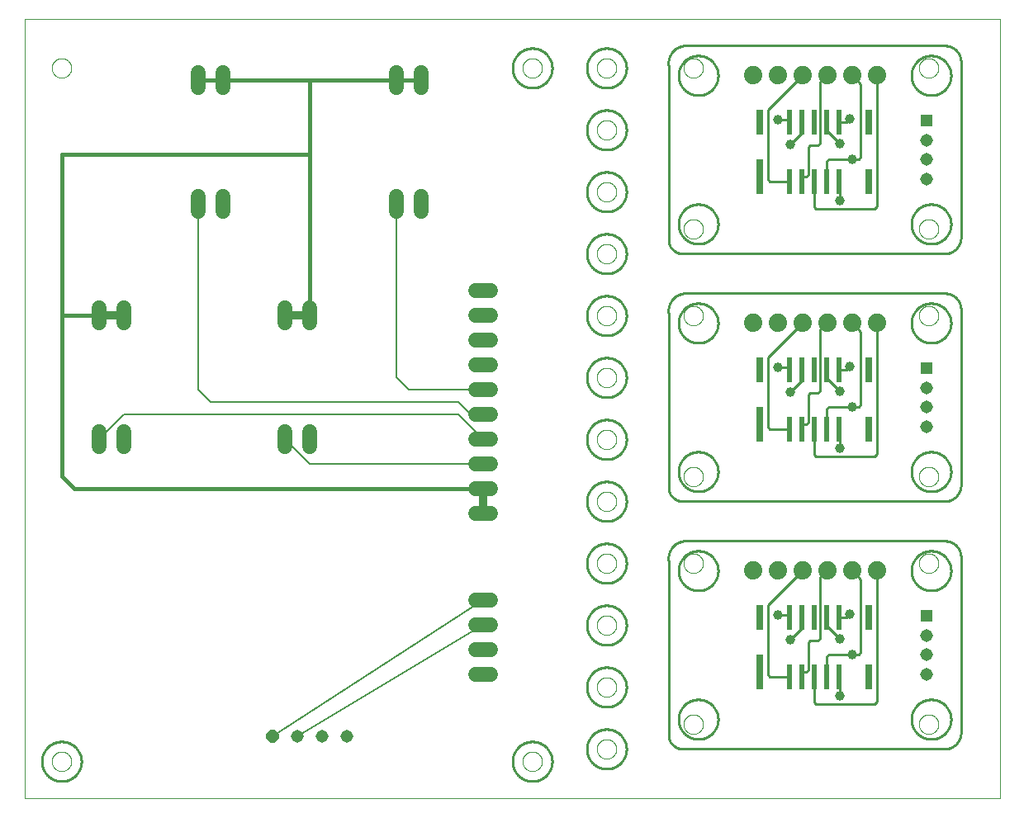
<source format=gtl>
G75*
%MOIN*%
%OFA0B0*%
%FSLAX25Y25*%
%IPPOS*%
%LPD*%
%AMOC8*
5,1,8,0,0,1.08239X$1,22.5*
%
%ADD10C,0.00000*%
%ADD11C,0.01000*%
%ADD12C,0.06000*%
%ADD13OC8,0.05150*%
%ADD14C,0.05150*%
%ADD15R,0.01969X0.10236*%
%ADD16R,0.02756X0.10236*%
%ADD17R,0.02756X0.14173*%
%ADD18C,0.07400*%
%ADD19R,0.05150X0.05150*%
%ADD20C,0.03200*%
%ADD21C,0.01600*%
%ADD22C,0.00800*%
%ADD23C,0.03962*%
%ADD24C,0.00600*%
D10*
X0001000Y0001000D02*
X0001000Y0315701D01*
X0394701Y0315701D01*
X0394701Y0001000D01*
X0001000Y0001000D01*
X0012063Y0016000D02*
X0012065Y0016125D01*
X0012071Y0016250D01*
X0012081Y0016374D01*
X0012095Y0016498D01*
X0012112Y0016622D01*
X0012134Y0016745D01*
X0012160Y0016867D01*
X0012189Y0016989D01*
X0012222Y0017109D01*
X0012260Y0017228D01*
X0012300Y0017347D01*
X0012345Y0017463D01*
X0012393Y0017578D01*
X0012445Y0017692D01*
X0012501Y0017804D01*
X0012560Y0017914D01*
X0012622Y0018022D01*
X0012688Y0018129D01*
X0012757Y0018233D01*
X0012830Y0018334D01*
X0012905Y0018434D01*
X0012984Y0018531D01*
X0013066Y0018625D01*
X0013151Y0018717D01*
X0013238Y0018806D01*
X0013329Y0018892D01*
X0013422Y0018975D01*
X0013518Y0019056D01*
X0013616Y0019133D01*
X0013716Y0019207D01*
X0013819Y0019278D01*
X0013924Y0019345D01*
X0014032Y0019410D01*
X0014141Y0019470D01*
X0014252Y0019528D01*
X0014365Y0019581D01*
X0014479Y0019631D01*
X0014595Y0019678D01*
X0014712Y0019720D01*
X0014831Y0019759D01*
X0014951Y0019795D01*
X0015072Y0019826D01*
X0015194Y0019854D01*
X0015316Y0019877D01*
X0015440Y0019897D01*
X0015564Y0019913D01*
X0015688Y0019925D01*
X0015813Y0019933D01*
X0015938Y0019937D01*
X0016062Y0019937D01*
X0016187Y0019933D01*
X0016312Y0019925D01*
X0016436Y0019913D01*
X0016560Y0019897D01*
X0016684Y0019877D01*
X0016806Y0019854D01*
X0016928Y0019826D01*
X0017049Y0019795D01*
X0017169Y0019759D01*
X0017288Y0019720D01*
X0017405Y0019678D01*
X0017521Y0019631D01*
X0017635Y0019581D01*
X0017748Y0019528D01*
X0017859Y0019470D01*
X0017969Y0019410D01*
X0018076Y0019345D01*
X0018181Y0019278D01*
X0018284Y0019207D01*
X0018384Y0019133D01*
X0018482Y0019056D01*
X0018578Y0018975D01*
X0018671Y0018892D01*
X0018762Y0018806D01*
X0018849Y0018717D01*
X0018934Y0018625D01*
X0019016Y0018531D01*
X0019095Y0018434D01*
X0019170Y0018334D01*
X0019243Y0018233D01*
X0019312Y0018129D01*
X0019378Y0018022D01*
X0019440Y0017914D01*
X0019499Y0017804D01*
X0019555Y0017692D01*
X0019607Y0017578D01*
X0019655Y0017463D01*
X0019700Y0017347D01*
X0019740Y0017228D01*
X0019778Y0017109D01*
X0019811Y0016989D01*
X0019840Y0016867D01*
X0019866Y0016745D01*
X0019888Y0016622D01*
X0019905Y0016498D01*
X0019919Y0016374D01*
X0019929Y0016250D01*
X0019935Y0016125D01*
X0019937Y0016000D01*
X0019935Y0015875D01*
X0019929Y0015750D01*
X0019919Y0015626D01*
X0019905Y0015502D01*
X0019888Y0015378D01*
X0019866Y0015255D01*
X0019840Y0015133D01*
X0019811Y0015011D01*
X0019778Y0014891D01*
X0019740Y0014772D01*
X0019700Y0014653D01*
X0019655Y0014537D01*
X0019607Y0014422D01*
X0019555Y0014308D01*
X0019499Y0014196D01*
X0019440Y0014086D01*
X0019378Y0013978D01*
X0019312Y0013871D01*
X0019243Y0013767D01*
X0019170Y0013666D01*
X0019095Y0013566D01*
X0019016Y0013469D01*
X0018934Y0013375D01*
X0018849Y0013283D01*
X0018762Y0013194D01*
X0018671Y0013108D01*
X0018578Y0013025D01*
X0018482Y0012944D01*
X0018384Y0012867D01*
X0018284Y0012793D01*
X0018181Y0012722D01*
X0018076Y0012655D01*
X0017968Y0012590D01*
X0017859Y0012530D01*
X0017748Y0012472D01*
X0017635Y0012419D01*
X0017521Y0012369D01*
X0017405Y0012322D01*
X0017288Y0012280D01*
X0017169Y0012241D01*
X0017049Y0012205D01*
X0016928Y0012174D01*
X0016806Y0012146D01*
X0016684Y0012123D01*
X0016560Y0012103D01*
X0016436Y0012087D01*
X0016312Y0012075D01*
X0016187Y0012067D01*
X0016062Y0012063D01*
X0015938Y0012063D01*
X0015813Y0012067D01*
X0015688Y0012075D01*
X0015564Y0012087D01*
X0015440Y0012103D01*
X0015316Y0012123D01*
X0015194Y0012146D01*
X0015072Y0012174D01*
X0014951Y0012205D01*
X0014831Y0012241D01*
X0014712Y0012280D01*
X0014595Y0012322D01*
X0014479Y0012369D01*
X0014365Y0012419D01*
X0014252Y0012472D01*
X0014141Y0012530D01*
X0014031Y0012590D01*
X0013924Y0012655D01*
X0013819Y0012722D01*
X0013716Y0012793D01*
X0013616Y0012867D01*
X0013518Y0012944D01*
X0013422Y0013025D01*
X0013329Y0013108D01*
X0013238Y0013194D01*
X0013151Y0013283D01*
X0013066Y0013375D01*
X0012984Y0013469D01*
X0012905Y0013566D01*
X0012830Y0013666D01*
X0012757Y0013767D01*
X0012688Y0013871D01*
X0012622Y0013978D01*
X0012560Y0014086D01*
X0012501Y0014196D01*
X0012445Y0014308D01*
X0012393Y0014422D01*
X0012345Y0014537D01*
X0012300Y0014653D01*
X0012260Y0014772D01*
X0012222Y0014891D01*
X0012189Y0015011D01*
X0012160Y0015133D01*
X0012134Y0015255D01*
X0012112Y0015378D01*
X0012095Y0015502D01*
X0012081Y0015626D01*
X0012071Y0015750D01*
X0012065Y0015875D01*
X0012063Y0016000D01*
X0202063Y0016000D02*
X0202065Y0016125D01*
X0202071Y0016250D01*
X0202081Y0016374D01*
X0202095Y0016498D01*
X0202112Y0016622D01*
X0202134Y0016745D01*
X0202160Y0016867D01*
X0202189Y0016989D01*
X0202222Y0017109D01*
X0202260Y0017228D01*
X0202300Y0017347D01*
X0202345Y0017463D01*
X0202393Y0017578D01*
X0202445Y0017692D01*
X0202501Y0017804D01*
X0202560Y0017914D01*
X0202622Y0018022D01*
X0202688Y0018129D01*
X0202757Y0018233D01*
X0202830Y0018334D01*
X0202905Y0018434D01*
X0202984Y0018531D01*
X0203066Y0018625D01*
X0203151Y0018717D01*
X0203238Y0018806D01*
X0203329Y0018892D01*
X0203422Y0018975D01*
X0203518Y0019056D01*
X0203616Y0019133D01*
X0203716Y0019207D01*
X0203819Y0019278D01*
X0203924Y0019345D01*
X0204032Y0019410D01*
X0204141Y0019470D01*
X0204252Y0019528D01*
X0204365Y0019581D01*
X0204479Y0019631D01*
X0204595Y0019678D01*
X0204712Y0019720D01*
X0204831Y0019759D01*
X0204951Y0019795D01*
X0205072Y0019826D01*
X0205194Y0019854D01*
X0205316Y0019877D01*
X0205440Y0019897D01*
X0205564Y0019913D01*
X0205688Y0019925D01*
X0205813Y0019933D01*
X0205938Y0019937D01*
X0206062Y0019937D01*
X0206187Y0019933D01*
X0206312Y0019925D01*
X0206436Y0019913D01*
X0206560Y0019897D01*
X0206684Y0019877D01*
X0206806Y0019854D01*
X0206928Y0019826D01*
X0207049Y0019795D01*
X0207169Y0019759D01*
X0207288Y0019720D01*
X0207405Y0019678D01*
X0207521Y0019631D01*
X0207635Y0019581D01*
X0207748Y0019528D01*
X0207859Y0019470D01*
X0207969Y0019410D01*
X0208076Y0019345D01*
X0208181Y0019278D01*
X0208284Y0019207D01*
X0208384Y0019133D01*
X0208482Y0019056D01*
X0208578Y0018975D01*
X0208671Y0018892D01*
X0208762Y0018806D01*
X0208849Y0018717D01*
X0208934Y0018625D01*
X0209016Y0018531D01*
X0209095Y0018434D01*
X0209170Y0018334D01*
X0209243Y0018233D01*
X0209312Y0018129D01*
X0209378Y0018022D01*
X0209440Y0017914D01*
X0209499Y0017804D01*
X0209555Y0017692D01*
X0209607Y0017578D01*
X0209655Y0017463D01*
X0209700Y0017347D01*
X0209740Y0017228D01*
X0209778Y0017109D01*
X0209811Y0016989D01*
X0209840Y0016867D01*
X0209866Y0016745D01*
X0209888Y0016622D01*
X0209905Y0016498D01*
X0209919Y0016374D01*
X0209929Y0016250D01*
X0209935Y0016125D01*
X0209937Y0016000D01*
X0209935Y0015875D01*
X0209929Y0015750D01*
X0209919Y0015626D01*
X0209905Y0015502D01*
X0209888Y0015378D01*
X0209866Y0015255D01*
X0209840Y0015133D01*
X0209811Y0015011D01*
X0209778Y0014891D01*
X0209740Y0014772D01*
X0209700Y0014653D01*
X0209655Y0014537D01*
X0209607Y0014422D01*
X0209555Y0014308D01*
X0209499Y0014196D01*
X0209440Y0014086D01*
X0209378Y0013978D01*
X0209312Y0013871D01*
X0209243Y0013767D01*
X0209170Y0013666D01*
X0209095Y0013566D01*
X0209016Y0013469D01*
X0208934Y0013375D01*
X0208849Y0013283D01*
X0208762Y0013194D01*
X0208671Y0013108D01*
X0208578Y0013025D01*
X0208482Y0012944D01*
X0208384Y0012867D01*
X0208284Y0012793D01*
X0208181Y0012722D01*
X0208076Y0012655D01*
X0207968Y0012590D01*
X0207859Y0012530D01*
X0207748Y0012472D01*
X0207635Y0012419D01*
X0207521Y0012369D01*
X0207405Y0012322D01*
X0207288Y0012280D01*
X0207169Y0012241D01*
X0207049Y0012205D01*
X0206928Y0012174D01*
X0206806Y0012146D01*
X0206684Y0012123D01*
X0206560Y0012103D01*
X0206436Y0012087D01*
X0206312Y0012075D01*
X0206187Y0012067D01*
X0206062Y0012063D01*
X0205938Y0012063D01*
X0205813Y0012067D01*
X0205688Y0012075D01*
X0205564Y0012087D01*
X0205440Y0012103D01*
X0205316Y0012123D01*
X0205194Y0012146D01*
X0205072Y0012174D01*
X0204951Y0012205D01*
X0204831Y0012241D01*
X0204712Y0012280D01*
X0204595Y0012322D01*
X0204479Y0012369D01*
X0204365Y0012419D01*
X0204252Y0012472D01*
X0204141Y0012530D01*
X0204031Y0012590D01*
X0203924Y0012655D01*
X0203819Y0012722D01*
X0203716Y0012793D01*
X0203616Y0012867D01*
X0203518Y0012944D01*
X0203422Y0013025D01*
X0203329Y0013108D01*
X0203238Y0013194D01*
X0203151Y0013283D01*
X0203066Y0013375D01*
X0202984Y0013469D01*
X0202905Y0013566D01*
X0202830Y0013666D01*
X0202757Y0013767D01*
X0202688Y0013871D01*
X0202622Y0013978D01*
X0202560Y0014086D01*
X0202501Y0014196D01*
X0202445Y0014308D01*
X0202393Y0014422D01*
X0202345Y0014537D01*
X0202300Y0014653D01*
X0202260Y0014772D01*
X0202222Y0014891D01*
X0202189Y0015011D01*
X0202160Y0015133D01*
X0202134Y0015255D01*
X0202112Y0015378D01*
X0202095Y0015502D01*
X0202081Y0015626D01*
X0202071Y0015750D01*
X0202065Y0015875D01*
X0202063Y0016000D01*
X0232063Y0021000D02*
X0232065Y0021125D01*
X0232071Y0021250D01*
X0232081Y0021374D01*
X0232095Y0021498D01*
X0232112Y0021622D01*
X0232134Y0021745D01*
X0232160Y0021867D01*
X0232189Y0021989D01*
X0232222Y0022109D01*
X0232260Y0022228D01*
X0232300Y0022347D01*
X0232345Y0022463D01*
X0232393Y0022578D01*
X0232445Y0022692D01*
X0232501Y0022804D01*
X0232560Y0022914D01*
X0232622Y0023022D01*
X0232688Y0023129D01*
X0232757Y0023233D01*
X0232830Y0023334D01*
X0232905Y0023434D01*
X0232984Y0023531D01*
X0233066Y0023625D01*
X0233151Y0023717D01*
X0233238Y0023806D01*
X0233329Y0023892D01*
X0233422Y0023975D01*
X0233518Y0024056D01*
X0233616Y0024133D01*
X0233716Y0024207D01*
X0233819Y0024278D01*
X0233924Y0024345D01*
X0234032Y0024410D01*
X0234141Y0024470D01*
X0234252Y0024528D01*
X0234365Y0024581D01*
X0234479Y0024631D01*
X0234595Y0024678D01*
X0234712Y0024720D01*
X0234831Y0024759D01*
X0234951Y0024795D01*
X0235072Y0024826D01*
X0235194Y0024854D01*
X0235316Y0024877D01*
X0235440Y0024897D01*
X0235564Y0024913D01*
X0235688Y0024925D01*
X0235813Y0024933D01*
X0235938Y0024937D01*
X0236062Y0024937D01*
X0236187Y0024933D01*
X0236312Y0024925D01*
X0236436Y0024913D01*
X0236560Y0024897D01*
X0236684Y0024877D01*
X0236806Y0024854D01*
X0236928Y0024826D01*
X0237049Y0024795D01*
X0237169Y0024759D01*
X0237288Y0024720D01*
X0237405Y0024678D01*
X0237521Y0024631D01*
X0237635Y0024581D01*
X0237748Y0024528D01*
X0237859Y0024470D01*
X0237969Y0024410D01*
X0238076Y0024345D01*
X0238181Y0024278D01*
X0238284Y0024207D01*
X0238384Y0024133D01*
X0238482Y0024056D01*
X0238578Y0023975D01*
X0238671Y0023892D01*
X0238762Y0023806D01*
X0238849Y0023717D01*
X0238934Y0023625D01*
X0239016Y0023531D01*
X0239095Y0023434D01*
X0239170Y0023334D01*
X0239243Y0023233D01*
X0239312Y0023129D01*
X0239378Y0023022D01*
X0239440Y0022914D01*
X0239499Y0022804D01*
X0239555Y0022692D01*
X0239607Y0022578D01*
X0239655Y0022463D01*
X0239700Y0022347D01*
X0239740Y0022228D01*
X0239778Y0022109D01*
X0239811Y0021989D01*
X0239840Y0021867D01*
X0239866Y0021745D01*
X0239888Y0021622D01*
X0239905Y0021498D01*
X0239919Y0021374D01*
X0239929Y0021250D01*
X0239935Y0021125D01*
X0239937Y0021000D01*
X0239935Y0020875D01*
X0239929Y0020750D01*
X0239919Y0020626D01*
X0239905Y0020502D01*
X0239888Y0020378D01*
X0239866Y0020255D01*
X0239840Y0020133D01*
X0239811Y0020011D01*
X0239778Y0019891D01*
X0239740Y0019772D01*
X0239700Y0019653D01*
X0239655Y0019537D01*
X0239607Y0019422D01*
X0239555Y0019308D01*
X0239499Y0019196D01*
X0239440Y0019086D01*
X0239378Y0018978D01*
X0239312Y0018871D01*
X0239243Y0018767D01*
X0239170Y0018666D01*
X0239095Y0018566D01*
X0239016Y0018469D01*
X0238934Y0018375D01*
X0238849Y0018283D01*
X0238762Y0018194D01*
X0238671Y0018108D01*
X0238578Y0018025D01*
X0238482Y0017944D01*
X0238384Y0017867D01*
X0238284Y0017793D01*
X0238181Y0017722D01*
X0238076Y0017655D01*
X0237968Y0017590D01*
X0237859Y0017530D01*
X0237748Y0017472D01*
X0237635Y0017419D01*
X0237521Y0017369D01*
X0237405Y0017322D01*
X0237288Y0017280D01*
X0237169Y0017241D01*
X0237049Y0017205D01*
X0236928Y0017174D01*
X0236806Y0017146D01*
X0236684Y0017123D01*
X0236560Y0017103D01*
X0236436Y0017087D01*
X0236312Y0017075D01*
X0236187Y0017067D01*
X0236062Y0017063D01*
X0235938Y0017063D01*
X0235813Y0017067D01*
X0235688Y0017075D01*
X0235564Y0017087D01*
X0235440Y0017103D01*
X0235316Y0017123D01*
X0235194Y0017146D01*
X0235072Y0017174D01*
X0234951Y0017205D01*
X0234831Y0017241D01*
X0234712Y0017280D01*
X0234595Y0017322D01*
X0234479Y0017369D01*
X0234365Y0017419D01*
X0234252Y0017472D01*
X0234141Y0017530D01*
X0234031Y0017590D01*
X0233924Y0017655D01*
X0233819Y0017722D01*
X0233716Y0017793D01*
X0233616Y0017867D01*
X0233518Y0017944D01*
X0233422Y0018025D01*
X0233329Y0018108D01*
X0233238Y0018194D01*
X0233151Y0018283D01*
X0233066Y0018375D01*
X0232984Y0018469D01*
X0232905Y0018566D01*
X0232830Y0018666D01*
X0232757Y0018767D01*
X0232688Y0018871D01*
X0232622Y0018978D01*
X0232560Y0019086D01*
X0232501Y0019196D01*
X0232445Y0019308D01*
X0232393Y0019422D01*
X0232345Y0019537D01*
X0232300Y0019653D01*
X0232260Y0019772D01*
X0232222Y0019891D01*
X0232189Y0020011D01*
X0232160Y0020133D01*
X0232134Y0020255D01*
X0232112Y0020378D01*
X0232095Y0020502D01*
X0232081Y0020626D01*
X0232071Y0020750D01*
X0232065Y0020875D01*
X0232063Y0021000D01*
X0232063Y0046000D02*
X0232065Y0046125D01*
X0232071Y0046250D01*
X0232081Y0046374D01*
X0232095Y0046498D01*
X0232112Y0046622D01*
X0232134Y0046745D01*
X0232160Y0046867D01*
X0232189Y0046989D01*
X0232222Y0047109D01*
X0232260Y0047228D01*
X0232300Y0047347D01*
X0232345Y0047463D01*
X0232393Y0047578D01*
X0232445Y0047692D01*
X0232501Y0047804D01*
X0232560Y0047914D01*
X0232622Y0048022D01*
X0232688Y0048129D01*
X0232757Y0048233D01*
X0232830Y0048334D01*
X0232905Y0048434D01*
X0232984Y0048531D01*
X0233066Y0048625D01*
X0233151Y0048717D01*
X0233238Y0048806D01*
X0233329Y0048892D01*
X0233422Y0048975D01*
X0233518Y0049056D01*
X0233616Y0049133D01*
X0233716Y0049207D01*
X0233819Y0049278D01*
X0233924Y0049345D01*
X0234032Y0049410D01*
X0234141Y0049470D01*
X0234252Y0049528D01*
X0234365Y0049581D01*
X0234479Y0049631D01*
X0234595Y0049678D01*
X0234712Y0049720D01*
X0234831Y0049759D01*
X0234951Y0049795D01*
X0235072Y0049826D01*
X0235194Y0049854D01*
X0235316Y0049877D01*
X0235440Y0049897D01*
X0235564Y0049913D01*
X0235688Y0049925D01*
X0235813Y0049933D01*
X0235938Y0049937D01*
X0236062Y0049937D01*
X0236187Y0049933D01*
X0236312Y0049925D01*
X0236436Y0049913D01*
X0236560Y0049897D01*
X0236684Y0049877D01*
X0236806Y0049854D01*
X0236928Y0049826D01*
X0237049Y0049795D01*
X0237169Y0049759D01*
X0237288Y0049720D01*
X0237405Y0049678D01*
X0237521Y0049631D01*
X0237635Y0049581D01*
X0237748Y0049528D01*
X0237859Y0049470D01*
X0237969Y0049410D01*
X0238076Y0049345D01*
X0238181Y0049278D01*
X0238284Y0049207D01*
X0238384Y0049133D01*
X0238482Y0049056D01*
X0238578Y0048975D01*
X0238671Y0048892D01*
X0238762Y0048806D01*
X0238849Y0048717D01*
X0238934Y0048625D01*
X0239016Y0048531D01*
X0239095Y0048434D01*
X0239170Y0048334D01*
X0239243Y0048233D01*
X0239312Y0048129D01*
X0239378Y0048022D01*
X0239440Y0047914D01*
X0239499Y0047804D01*
X0239555Y0047692D01*
X0239607Y0047578D01*
X0239655Y0047463D01*
X0239700Y0047347D01*
X0239740Y0047228D01*
X0239778Y0047109D01*
X0239811Y0046989D01*
X0239840Y0046867D01*
X0239866Y0046745D01*
X0239888Y0046622D01*
X0239905Y0046498D01*
X0239919Y0046374D01*
X0239929Y0046250D01*
X0239935Y0046125D01*
X0239937Y0046000D01*
X0239935Y0045875D01*
X0239929Y0045750D01*
X0239919Y0045626D01*
X0239905Y0045502D01*
X0239888Y0045378D01*
X0239866Y0045255D01*
X0239840Y0045133D01*
X0239811Y0045011D01*
X0239778Y0044891D01*
X0239740Y0044772D01*
X0239700Y0044653D01*
X0239655Y0044537D01*
X0239607Y0044422D01*
X0239555Y0044308D01*
X0239499Y0044196D01*
X0239440Y0044086D01*
X0239378Y0043978D01*
X0239312Y0043871D01*
X0239243Y0043767D01*
X0239170Y0043666D01*
X0239095Y0043566D01*
X0239016Y0043469D01*
X0238934Y0043375D01*
X0238849Y0043283D01*
X0238762Y0043194D01*
X0238671Y0043108D01*
X0238578Y0043025D01*
X0238482Y0042944D01*
X0238384Y0042867D01*
X0238284Y0042793D01*
X0238181Y0042722D01*
X0238076Y0042655D01*
X0237968Y0042590D01*
X0237859Y0042530D01*
X0237748Y0042472D01*
X0237635Y0042419D01*
X0237521Y0042369D01*
X0237405Y0042322D01*
X0237288Y0042280D01*
X0237169Y0042241D01*
X0237049Y0042205D01*
X0236928Y0042174D01*
X0236806Y0042146D01*
X0236684Y0042123D01*
X0236560Y0042103D01*
X0236436Y0042087D01*
X0236312Y0042075D01*
X0236187Y0042067D01*
X0236062Y0042063D01*
X0235938Y0042063D01*
X0235813Y0042067D01*
X0235688Y0042075D01*
X0235564Y0042087D01*
X0235440Y0042103D01*
X0235316Y0042123D01*
X0235194Y0042146D01*
X0235072Y0042174D01*
X0234951Y0042205D01*
X0234831Y0042241D01*
X0234712Y0042280D01*
X0234595Y0042322D01*
X0234479Y0042369D01*
X0234365Y0042419D01*
X0234252Y0042472D01*
X0234141Y0042530D01*
X0234031Y0042590D01*
X0233924Y0042655D01*
X0233819Y0042722D01*
X0233716Y0042793D01*
X0233616Y0042867D01*
X0233518Y0042944D01*
X0233422Y0043025D01*
X0233329Y0043108D01*
X0233238Y0043194D01*
X0233151Y0043283D01*
X0233066Y0043375D01*
X0232984Y0043469D01*
X0232905Y0043566D01*
X0232830Y0043666D01*
X0232757Y0043767D01*
X0232688Y0043871D01*
X0232622Y0043978D01*
X0232560Y0044086D01*
X0232501Y0044196D01*
X0232445Y0044308D01*
X0232393Y0044422D01*
X0232345Y0044537D01*
X0232300Y0044653D01*
X0232260Y0044772D01*
X0232222Y0044891D01*
X0232189Y0045011D01*
X0232160Y0045133D01*
X0232134Y0045255D01*
X0232112Y0045378D01*
X0232095Y0045502D01*
X0232081Y0045626D01*
X0232071Y0045750D01*
X0232065Y0045875D01*
X0232063Y0046000D01*
X0232063Y0071000D02*
X0232065Y0071125D01*
X0232071Y0071250D01*
X0232081Y0071374D01*
X0232095Y0071498D01*
X0232112Y0071622D01*
X0232134Y0071745D01*
X0232160Y0071867D01*
X0232189Y0071989D01*
X0232222Y0072109D01*
X0232260Y0072228D01*
X0232300Y0072347D01*
X0232345Y0072463D01*
X0232393Y0072578D01*
X0232445Y0072692D01*
X0232501Y0072804D01*
X0232560Y0072914D01*
X0232622Y0073022D01*
X0232688Y0073129D01*
X0232757Y0073233D01*
X0232830Y0073334D01*
X0232905Y0073434D01*
X0232984Y0073531D01*
X0233066Y0073625D01*
X0233151Y0073717D01*
X0233238Y0073806D01*
X0233329Y0073892D01*
X0233422Y0073975D01*
X0233518Y0074056D01*
X0233616Y0074133D01*
X0233716Y0074207D01*
X0233819Y0074278D01*
X0233924Y0074345D01*
X0234032Y0074410D01*
X0234141Y0074470D01*
X0234252Y0074528D01*
X0234365Y0074581D01*
X0234479Y0074631D01*
X0234595Y0074678D01*
X0234712Y0074720D01*
X0234831Y0074759D01*
X0234951Y0074795D01*
X0235072Y0074826D01*
X0235194Y0074854D01*
X0235316Y0074877D01*
X0235440Y0074897D01*
X0235564Y0074913D01*
X0235688Y0074925D01*
X0235813Y0074933D01*
X0235938Y0074937D01*
X0236062Y0074937D01*
X0236187Y0074933D01*
X0236312Y0074925D01*
X0236436Y0074913D01*
X0236560Y0074897D01*
X0236684Y0074877D01*
X0236806Y0074854D01*
X0236928Y0074826D01*
X0237049Y0074795D01*
X0237169Y0074759D01*
X0237288Y0074720D01*
X0237405Y0074678D01*
X0237521Y0074631D01*
X0237635Y0074581D01*
X0237748Y0074528D01*
X0237859Y0074470D01*
X0237969Y0074410D01*
X0238076Y0074345D01*
X0238181Y0074278D01*
X0238284Y0074207D01*
X0238384Y0074133D01*
X0238482Y0074056D01*
X0238578Y0073975D01*
X0238671Y0073892D01*
X0238762Y0073806D01*
X0238849Y0073717D01*
X0238934Y0073625D01*
X0239016Y0073531D01*
X0239095Y0073434D01*
X0239170Y0073334D01*
X0239243Y0073233D01*
X0239312Y0073129D01*
X0239378Y0073022D01*
X0239440Y0072914D01*
X0239499Y0072804D01*
X0239555Y0072692D01*
X0239607Y0072578D01*
X0239655Y0072463D01*
X0239700Y0072347D01*
X0239740Y0072228D01*
X0239778Y0072109D01*
X0239811Y0071989D01*
X0239840Y0071867D01*
X0239866Y0071745D01*
X0239888Y0071622D01*
X0239905Y0071498D01*
X0239919Y0071374D01*
X0239929Y0071250D01*
X0239935Y0071125D01*
X0239937Y0071000D01*
X0239935Y0070875D01*
X0239929Y0070750D01*
X0239919Y0070626D01*
X0239905Y0070502D01*
X0239888Y0070378D01*
X0239866Y0070255D01*
X0239840Y0070133D01*
X0239811Y0070011D01*
X0239778Y0069891D01*
X0239740Y0069772D01*
X0239700Y0069653D01*
X0239655Y0069537D01*
X0239607Y0069422D01*
X0239555Y0069308D01*
X0239499Y0069196D01*
X0239440Y0069086D01*
X0239378Y0068978D01*
X0239312Y0068871D01*
X0239243Y0068767D01*
X0239170Y0068666D01*
X0239095Y0068566D01*
X0239016Y0068469D01*
X0238934Y0068375D01*
X0238849Y0068283D01*
X0238762Y0068194D01*
X0238671Y0068108D01*
X0238578Y0068025D01*
X0238482Y0067944D01*
X0238384Y0067867D01*
X0238284Y0067793D01*
X0238181Y0067722D01*
X0238076Y0067655D01*
X0237968Y0067590D01*
X0237859Y0067530D01*
X0237748Y0067472D01*
X0237635Y0067419D01*
X0237521Y0067369D01*
X0237405Y0067322D01*
X0237288Y0067280D01*
X0237169Y0067241D01*
X0237049Y0067205D01*
X0236928Y0067174D01*
X0236806Y0067146D01*
X0236684Y0067123D01*
X0236560Y0067103D01*
X0236436Y0067087D01*
X0236312Y0067075D01*
X0236187Y0067067D01*
X0236062Y0067063D01*
X0235938Y0067063D01*
X0235813Y0067067D01*
X0235688Y0067075D01*
X0235564Y0067087D01*
X0235440Y0067103D01*
X0235316Y0067123D01*
X0235194Y0067146D01*
X0235072Y0067174D01*
X0234951Y0067205D01*
X0234831Y0067241D01*
X0234712Y0067280D01*
X0234595Y0067322D01*
X0234479Y0067369D01*
X0234365Y0067419D01*
X0234252Y0067472D01*
X0234141Y0067530D01*
X0234031Y0067590D01*
X0233924Y0067655D01*
X0233819Y0067722D01*
X0233716Y0067793D01*
X0233616Y0067867D01*
X0233518Y0067944D01*
X0233422Y0068025D01*
X0233329Y0068108D01*
X0233238Y0068194D01*
X0233151Y0068283D01*
X0233066Y0068375D01*
X0232984Y0068469D01*
X0232905Y0068566D01*
X0232830Y0068666D01*
X0232757Y0068767D01*
X0232688Y0068871D01*
X0232622Y0068978D01*
X0232560Y0069086D01*
X0232501Y0069196D01*
X0232445Y0069308D01*
X0232393Y0069422D01*
X0232345Y0069537D01*
X0232300Y0069653D01*
X0232260Y0069772D01*
X0232222Y0069891D01*
X0232189Y0070011D01*
X0232160Y0070133D01*
X0232134Y0070255D01*
X0232112Y0070378D01*
X0232095Y0070502D01*
X0232081Y0070626D01*
X0232071Y0070750D01*
X0232065Y0070875D01*
X0232063Y0071000D01*
X0232063Y0096000D02*
X0232065Y0096125D01*
X0232071Y0096250D01*
X0232081Y0096374D01*
X0232095Y0096498D01*
X0232112Y0096622D01*
X0232134Y0096745D01*
X0232160Y0096867D01*
X0232189Y0096989D01*
X0232222Y0097109D01*
X0232260Y0097228D01*
X0232300Y0097347D01*
X0232345Y0097463D01*
X0232393Y0097578D01*
X0232445Y0097692D01*
X0232501Y0097804D01*
X0232560Y0097914D01*
X0232622Y0098022D01*
X0232688Y0098129D01*
X0232757Y0098233D01*
X0232830Y0098334D01*
X0232905Y0098434D01*
X0232984Y0098531D01*
X0233066Y0098625D01*
X0233151Y0098717D01*
X0233238Y0098806D01*
X0233329Y0098892D01*
X0233422Y0098975D01*
X0233518Y0099056D01*
X0233616Y0099133D01*
X0233716Y0099207D01*
X0233819Y0099278D01*
X0233924Y0099345D01*
X0234032Y0099410D01*
X0234141Y0099470D01*
X0234252Y0099528D01*
X0234365Y0099581D01*
X0234479Y0099631D01*
X0234595Y0099678D01*
X0234712Y0099720D01*
X0234831Y0099759D01*
X0234951Y0099795D01*
X0235072Y0099826D01*
X0235194Y0099854D01*
X0235316Y0099877D01*
X0235440Y0099897D01*
X0235564Y0099913D01*
X0235688Y0099925D01*
X0235813Y0099933D01*
X0235938Y0099937D01*
X0236062Y0099937D01*
X0236187Y0099933D01*
X0236312Y0099925D01*
X0236436Y0099913D01*
X0236560Y0099897D01*
X0236684Y0099877D01*
X0236806Y0099854D01*
X0236928Y0099826D01*
X0237049Y0099795D01*
X0237169Y0099759D01*
X0237288Y0099720D01*
X0237405Y0099678D01*
X0237521Y0099631D01*
X0237635Y0099581D01*
X0237748Y0099528D01*
X0237859Y0099470D01*
X0237969Y0099410D01*
X0238076Y0099345D01*
X0238181Y0099278D01*
X0238284Y0099207D01*
X0238384Y0099133D01*
X0238482Y0099056D01*
X0238578Y0098975D01*
X0238671Y0098892D01*
X0238762Y0098806D01*
X0238849Y0098717D01*
X0238934Y0098625D01*
X0239016Y0098531D01*
X0239095Y0098434D01*
X0239170Y0098334D01*
X0239243Y0098233D01*
X0239312Y0098129D01*
X0239378Y0098022D01*
X0239440Y0097914D01*
X0239499Y0097804D01*
X0239555Y0097692D01*
X0239607Y0097578D01*
X0239655Y0097463D01*
X0239700Y0097347D01*
X0239740Y0097228D01*
X0239778Y0097109D01*
X0239811Y0096989D01*
X0239840Y0096867D01*
X0239866Y0096745D01*
X0239888Y0096622D01*
X0239905Y0096498D01*
X0239919Y0096374D01*
X0239929Y0096250D01*
X0239935Y0096125D01*
X0239937Y0096000D01*
X0239935Y0095875D01*
X0239929Y0095750D01*
X0239919Y0095626D01*
X0239905Y0095502D01*
X0239888Y0095378D01*
X0239866Y0095255D01*
X0239840Y0095133D01*
X0239811Y0095011D01*
X0239778Y0094891D01*
X0239740Y0094772D01*
X0239700Y0094653D01*
X0239655Y0094537D01*
X0239607Y0094422D01*
X0239555Y0094308D01*
X0239499Y0094196D01*
X0239440Y0094086D01*
X0239378Y0093978D01*
X0239312Y0093871D01*
X0239243Y0093767D01*
X0239170Y0093666D01*
X0239095Y0093566D01*
X0239016Y0093469D01*
X0238934Y0093375D01*
X0238849Y0093283D01*
X0238762Y0093194D01*
X0238671Y0093108D01*
X0238578Y0093025D01*
X0238482Y0092944D01*
X0238384Y0092867D01*
X0238284Y0092793D01*
X0238181Y0092722D01*
X0238076Y0092655D01*
X0237968Y0092590D01*
X0237859Y0092530D01*
X0237748Y0092472D01*
X0237635Y0092419D01*
X0237521Y0092369D01*
X0237405Y0092322D01*
X0237288Y0092280D01*
X0237169Y0092241D01*
X0237049Y0092205D01*
X0236928Y0092174D01*
X0236806Y0092146D01*
X0236684Y0092123D01*
X0236560Y0092103D01*
X0236436Y0092087D01*
X0236312Y0092075D01*
X0236187Y0092067D01*
X0236062Y0092063D01*
X0235938Y0092063D01*
X0235813Y0092067D01*
X0235688Y0092075D01*
X0235564Y0092087D01*
X0235440Y0092103D01*
X0235316Y0092123D01*
X0235194Y0092146D01*
X0235072Y0092174D01*
X0234951Y0092205D01*
X0234831Y0092241D01*
X0234712Y0092280D01*
X0234595Y0092322D01*
X0234479Y0092369D01*
X0234365Y0092419D01*
X0234252Y0092472D01*
X0234141Y0092530D01*
X0234031Y0092590D01*
X0233924Y0092655D01*
X0233819Y0092722D01*
X0233716Y0092793D01*
X0233616Y0092867D01*
X0233518Y0092944D01*
X0233422Y0093025D01*
X0233329Y0093108D01*
X0233238Y0093194D01*
X0233151Y0093283D01*
X0233066Y0093375D01*
X0232984Y0093469D01*
X0232905Y0093566D01*
X0232830Y0093666D01*
X0232757Y0093767D01*
X0232688Y0093871D01*
X0232622Y0093978D01*
X0232560Y0094086D01*
X0232501Y0094196D01*
X0232445Y0094308D01*
X0232393Y0094422D01*
X0232345Y0094537D01*
X0232300Y0094653D01*
X0232260Y0094772D01*
X0232222Y0094891D01*
X0232189Y0095011D01*
X0232160Y0095133D01*
X0232134Y0095255D01*
X0232112Y0095378D01*
X0232095Y0095502D01*
X0232081Y0095626D01*
X0232071Y0095750D01*
X0232065Y0095875D01*
X0232063Y0096000D01*
X0232063Y0121000D02*
X0232065Y0121125D01*
X0232071Y0121250D01*
X0232081Y0121374D01*
X0232095Y0121498D01*
X0232112Y0121622D01*
X0232134Y0121745D01*
X0232160Y0121867D01*
X0232189Y0121989D01*
X0232222Y0122109D01*
X0232260Y0122228D01*
X0232300Y0122347D01*
X0232345Y0122463D01*
X0232393Y0122578D01*
X0232445Y0122692D01*
X0232501Y0122804D01*
X0232560Y0122914D01*
X0232622Y0123022D01*
X0232688Y0123129D01*
X0232757Y0123233D01*
X0232830Y0123334D01*
X0232905Y0123434D01*
X0232984Y0123531D01*
X0233066Y0123625D01*
X0233151Y0123717D01*
X0233238Y0123806D01*
X0233329Y0123892D01*
X0233422Y0123975D01*
X0233518Y0124056D01*
X0233616Y0124133D01*
X0233716Y0124207D01*
X0233819Y0124278D01*
X0233924Y0124345D01*
X0234032Y0124410D01*
X0234141Y0124470D01*
X0234252Y0124528D01*
X0234365Y0124581D01*
X0234479Y0124631D01*
X0234595Y0124678D01*
X0234712Y0124720D01*
X0234831Y0124759D01*
X0234951Y0124795D01*
X0235072Y0124826D01*
X0235194Y0124854D01*
X0235316Y0124877D01*
X0235440Y0124897D01*
X0235564Y0124913D01*
X0235688Y0124925D01*
X0235813Y0124933D01*
X0235938Y0124937D01*
X0236062Y0124937D01*
X0236187Y0124933D01*
X0236312Y0124925D01*
X0236436Y0124913D01*
X0236560Y0124897D01*
X0236684Y0124877D01*
X0236806Y0124854D01*
X0236928Y0124826D01*
X0237049Y0124795D01*
X0237169Y0124759D01*
X0237288Y0124720D01*
X0237405Y0124678D01*
X0237521Y0124631D01*
X0237635Y0124581D01*
X0237748Y0124528D01*
X0237859Y0124470D01*
X0237969Y0124410D01*
X0238076Y0124345D01*
X0238181Y0124278D01*
X0238284Y0124207D01*
X0238384Y0124133D01*
X0238482Y0124056D01*
X0238578Y0123975D01*
X0238671Y0123892D01*
X0238762Y0123806D01*
X0238849Y0123717D01*
X0238934Y0123625D01*
X0239016Y0123531D01*
X0239095Y0123434D01*
X0239170Y0123334D01*
X0239243Y0123233D01*
X0239312Y0123129D01*
X0239378Y0123022D01*
X0239440Y0122914D01*
X0239499Y0122804D01*
X0239555Y0122692D01*
X0239607Y0122578D01*
X0239655Y0122463D01*
X0239700Y0122347D01*
X0239740Y0122228D01*
X0239778Y0122109D01*
X0239811Y0121989D01*
X0239840Y0121867D01*
X0239866Y0121745D01*
X0239888Y0121622D01*
X0239905Y0121498D01*
X0239919Y0121374D01*
X0239929Y0121250D01*
X0239935Y0121125D01*
X0239937Y0121000D01*
X0239935Y0120875D01*
X0239929Y0120750D01*
X0239919Y0120626D01*
X0239905Y0120502D01*
X0239888Y0120378D01*
X0239866Y0120255D01*
X0239840Y0120133D01*
X0239811Y0120011D01*
X0239778Y0119891D01*
X0239740Y0119772D01*
X0239700Y0119653D01*
X0239655Y0119537D01*
X0239607Y0119422D01*
X0239555Y0119308D01*
X0239499Y0119196D01*
X0239440Y0119086D01*
X0239378Y0118978D01*
X0239312Y0118871D01*
X0239243Y0118767D01*
X0239170Y0118666D01*
X0239095Y0118566D01*
X0239016Y0118469D01*
X0238934Y0118375D01*
X0238849Y0118283D01*
X0238762Y0118194D01*
X0238671Y0118108D01*
X0238578Y0118025D01*
X0238482Y0117944D01*
X0238384Y0117867D01*
X0238284Y0117793D01*
X0238181Y0117722D01*
X0238076Y0117655D01*
X0237968Y0117590D01*
X0237859Y0117530D01*
X0237748Y0117472D01*
X0237635Y0117419D01*
X0237521Y0117369D01*
X0237405Y0117322D01*
X0237288Y0117280D01*
X0237169Y0117241D01*
X0237049Y0117205D01*
X0236928Y0117174D01*
X0236806Y0117146D01*
X0236684Y0117123D01*
X0236560Y0117103D01*
X0236436Y0117087D01*
X0236312Y0117075D01*
X0236187Y0117067D01*
X0236062Y0117063D01*
X0235938Y0117063D01*
X0235813Y0117067D01*
X0235688Y0117075D01*
X0235564Y0117087D01*
X0235440Y0117103D01*
X0235316Y0117123D01*
X0235194Y0117146D01*
X0235072Y0117174D01*
X0234951Y0117205D01*
X0234831Y0117241D01*
X0234712Y0117280D01*
X0234595Y0117322D01*
X0234479Y0117369D01*
X0234365Y0117419D01*
X0234252Y0117472D01*
X0234141Y0117530D01*
X0234031Y0117590D01*
X0233924Y0117655D01*
X0233819Y0117722D01*
X0233716Y0117793D01*
X0233616Y0117867D01*
X0233518Y0117944D01*
X0233422Y0118025D01*
X0233329Y0118108D01*
X0233238Y0118194D01*
X0233151Y0118283D01*
X0233066Y0118375D01*
X0232984Y0118469D01*
X0232905Y0118566D01*
X0232830Y0118666D01*
X0232757Y0118767D01*
X0232688Y0118871D01*
X0232622Y0118978D01*
X0232560Y0119086D01*
X0232501Y0119196D01*
X0232445Y0119308D01*
X0232393Y0119422D01*
X0232345Y0119537D01*
X0232300Y0119653D01*
X0232260Y0119772D01*
X0232222Y0119891D01*
X0232189Y0120011D01*
X0232160Y0120133D01*
X0232134Y0120255D01*
X0232112Y0120378D01*
X0232095Y0120502D01*
X0232081Y0120626D01*
X0232071Y0120750D01*
X0232065Y0120875D01*
X0232063Y0121000D01*
X0232063Y0146000D02*
X0232065Y0146125D01*
X0232071Y0146250D01*
X0232081Y0146374D01*
X0232095Y0146498D01*
X0232112Y0146622D01*
X0232134Y0146745D01*
X0232160Y0146867D01*
X0232189Y0146989D01*
X0232222Y0147109D01*
X0232260Y0147228D01*
X0232300Y0147347D01*
X0232345Y0147463D01*
X0232393Y0147578D01*
X0232445Y0147692D01*
X0232501Y0147804D01*
X0232560Y0147914D01*
X0232622Y0148022D01*
X0232688Y0148129D01*
X0232757Y0148233D01*
X0232830Y0148334D01*
X0232905Y0148434D01*
X0232984Y0148531D01*
X0233066Y0148625D01*
X0233151Y0148717D01*
X0233238Y0148806D01*
X0233329Y0148892D01*
X0233422Y0148975D01*
X0233518Y0149056D01*
X0233616Y0149133D01*
X0233716Y0149207D01*
X0233819Y0149278D01*
X0233924Y0149345D01*
X0234032Y0149410D01*
X0234141Y0149470D01*
X0234252Y0149528D01*
X0234365Y0149581D01*
X0234479Y0149631D01*
X0234595Y0149678D01*
X0234712Y0149720D01*
X0234831Y0149759D01*
X0234951Y0149795D01*
X0235072Y0149826D01*
X0235194Y0149854D01*
X0235316Y0149877D01*
X0235440Y0149897D01*
X0235564Y0149913D01*
X0235688Y0149925D01*
X0235813Y0149933D01*
X0235938Y0149937D01*
X0236062Y0149937D01*
X0236187Y0149933D01*
X0236312Y0149925D01*
X0236436Y0149913D01*
X0236560Y0149897D01*
X0236684Y0149877D01*
X0236806Y0149854D01*
X0236928Y0149826D01*
X0237049Y0149795D01*
X0237169Y0149759D01*
X0237288Y0149720D01*
X0237405Y0149678D01*
X0237521Y0149631D01*
X0237635Y0149581D01*
X0237748Y0149528D01*
X0237859Y0149470D01*
X0237969Y0149410D01*
X0238076Y0149345D01*
X0238181Y0149278D01*
X0238284Y0149207D01*
X0238384Y0149133D01*
X0238482Y0149056D01*
X0238578Y0148975D01*
X0238671Y0148892D01*
X0238762Y0148806D01*
X0238849Y0148717D01*
X0238934Y0148625D01*
X0239016Y0148531D01*
X0239095Y0148434D01*
X0239170Y0148334D01*
X0239243Y0148233D01*
X0239312Y0148129D01*
X0239378Y0148022D01*
X0239440Y0147914D01*
X0239499Y0147804D01*
X0239555Y0147692D01*
X0239607Y0147578D01*
X0239655Y0147463D01*
X0239700Y0147347D01*
X0239740Y0147228D01*
X0239778Y0147109D01*
X0239811Y0146989D01*
X0239840Y0146867D01*
X0239866Y0146745D01*
X0239888Y0146622D01*
X0239905Y0146498D01*
X0239919Y0146374D01*
X0239929Y0146250D01*
X0239935Y0146125D01*
X0239937Y0146000D01*
X0239935Y0145875D01*
X0239929Y0145750D01*
X0239919Y0145626D01*
X0239905Y0145502D01*
X0239888Y0145378D01*
X0239866Y0145255D01*
X0239840Y0145133D01*
X0239811Y0145011D01*
X0239778Y0144891D01*
X0239740Y0144772D01*
X0239700Y0144653D01*
X0239655Y0144537D01*
X0239607Y0144422D01*
X0239555Y0144308D01*
X0239499Y0144196D01*
X0239440Y0144086D01*
X0239378Y0143978D01*
X0239312Y0143871D01*
X0239243Y0143767D01*
X0239170Y0143666D01*
X0239095Y0143566D01*
X0239016Y0143469D01*
X0238934Y0143375D01*
X0238849Y0143283D01*
X0238762Y0143194D01*
X0238671Y0143108D01*
X0238578Y0143025D01*
X0238482Y0142944D01*
X0238384Y0142867D01*
X0238284Y0142793D01*
X0238181Y0142722D01*
X0238076Y0142655D01*
X0237968Y0142590D01*
X0237859Y0142530D01*
X0237748Y0142472D01*
X0237635Y0142419D01*
X0237521Y0142369D01*
X0237405Y0142322D01*
X0237288Y0142280D01*
X0237169Y0142241D01*
X0237049Y0142205D01*
X0236928Y0142174D01*
X0236806Y0142146D01*
X0236684Y0142123D01*
X0236560Y0142103D01*
X0236436Y0142087D01*
X0236312Y0142075D01*
X0236187Y0142067D01*
X0236062Y0142063D01*
X0235938Y0142063D01*
X0235813Y0142067D01*
X0235688Y0142075D01*
X0235564Y0142087D01*
X0235440Y0142103D01*
X0235316Y0142123D01*
X0235194Y0142146D01*
X0235072Y0142174D01*
X0234951Y0142205D01*
X0234831Y0142241D01*
X0234712Y0142280D01*
X0234595Y0142322D01*
X0234479Y0142369D01*
X0234365Y0142419D01*
X0234252Y0142472D01*
X0234141Y0142530D01*
X0234031Y0142590D01*
X0233924Y0142655D01*
X0233819Y0142722D01*
X0233716Y0142793D01*
X0233616Y0142867D01*
X0233518Y0142944D01*
X0233422Y0143025D01*
X0233329Y0143108D01*
X0233238Y0143194D01*
X0233151Y0143283D01*
X0233066Y0143375D01*
X0232984Y0143469D01*
X0232905Y0143566D01*
X0232830Y0143666D01*
X0232757Y0143767D01*
X0232688Y0143871D01*
X0232622Y0143978D01*
X0232560Y0144086D01*
X0232501Y0144196D01*
X0232445Y0144308D01*
X0232393Y0144422D01*
X0232345Y0144537D01*
X0232300Y0144653D01*
X0232260Y0144772D01*
X0232222Y0144891D01*
X0232189Y0145011D01*
X0232160Y0145133D01*
X0232134Y0145255D01*
X0232112Y0145378D01*
X0232095Y0145502D01*
X0232081Y0145626D01*
X0232071Y0145750D01*
X0232065Y0145875D01*
X0232063Y0146000D01*
X0232063Y0171000D02*
X0232065Y0171125D01*
X0232071Y0171250D01*
X0232081Y0171374D01*
X0232095Y0171498D01*
X0232112Y0171622D01*
X0232134Y0171745D01*
X0232160Y0171867D01*
X0232189Y0171989D01*
X0232222Y0172109D01*
X0232260Y0172228D01*
X0232300Y0172347D01*
X0232345Y0172463D01*
X0232393Y0172578D01*
X0232445Y0172692D01*
X0232501Y0172804D01*
X0232560Y0172914D01*
X0232622Y0173022D01*
X0232688Y0173129D01*
X0232757Y0173233D01*
X0232830Y0173334D01*
X0232905Y0173434D01*
X0232984Y0173531D01*
X0233066Y0173625D01*
X0233151Y0173717D01*
X0233238Y0173806D01*
X0233329Y0173892D01*
X0233422Y0173975D01*
X0233518Y0174056D01*
X0233616Y0174133D01*
X0233716Y0174207D01*
X0233819Y0174278D01*
X0233924Y0174345D01*
X0234032Y0174410D01*
X0234141Y0174470D01*
X0234252Y0174528D01*
X0234365Y0174581D01*
X0234479Y0174631D01*
X0234595Y0174678D01*
X0234712Y0174720D01*
X0234831Y0174759D01*
X0234951Y0174795D01*
X0235072Y0174826D01*
X0235194Y0174854D01*
X0235316Y0174877D01*
X0235440Y0174897D01*
X0235564Y0174913D01*
X0235688Y0174925D01*
X0235813Y0174933D01*
X0235938Y0174937D01*
X0236062Y0174937D01*
X0236187Y0174933D01*
X0236312Y0174925D01*
X0236436Y0174913D01*
X0236560Y0174897D01*
X0236684Y0174877D01*
X0236806Y0174854D01*
X0236928Y0174826D01*
X0237049Y0174795D01*
X0237169Y0174759D01*
X0237288Y0174720D01*
X0237405Y0174678D01*
X0237521Y0174631D01*
X0237635Y0174581D01*
X0237748Y0174528D01*
X0237859Y0174470D01*
X0237969Y0174410D01*
X0238076Y0174345D01*
X0238181Y0174278D01*
X0238284Y0174207D01*
X0238384Y0174133D01*
X0238482Y0174056D01*
X0238578Y0173975D01*
X0238671Y0173892D01*
X0238762Y0173806D01*
X0238849Y0173717D01*
X0238934Y0173625D01*
X0239016Y0173531D01*
X0239095Y0173434D01*
X0239170Y0173334D01*
X0239243Y0173233D01*
X0239312Y0173129D01*
X0239378Y0173022D01*
X0239440Y0172914D01*
X0239499Y0172804D01*
X0239555Y0172692D01*
X0239607Y0172578D01*
X0239655Y0172463D01*
X0239700Y0172347D01*
X0239740Y0172228D01*
X0239778Y0172109D01*
X0239811Y0171989D01*
X0239840Y0171867D01*
X0239866Y0171745D01*
X0239888Y0171622D01*
X0239905Y0171498D01*
X0239919Y0171374D01*
X0239929Y0171250D01*
X0239935Y0171125D01*
X0239937Y0171000D01*
X0239935Y0170875D01*
X0239929Y0170750D01*
X0239919Y0170626D01*
X0239905Y0170502D01*
X0239888Y0170378D01*
X0239866Y0170255D01*
X0239840Y0170133D01*
X0239811Y0170011D01*
X0239778Y0169891D01*
X0239740Y0169772D01*
X0239700Y0169653D01*
X0239655Y0169537D01*
X0239607Y0169422D01*
X0239555Y0169308D01*
X0239499Y0169196D01*
X0239440Y0169086D01*
X0239378Y0168978D01*
X0239312Y0168871D01*
X0239243Y0168767D01*
X0239170Y0168666D01*
X0239095Y0168566D01*
X0239016Y0168469D01*
X0238934Y0168375D01*
X0238849Y0168283D01*
X0238762Y0168194D01*
X0238671Y0168108D01*
X0238578Y0168025D01*
X0238482Y0167944D01*
X0238384Y0167867D01*
X0238284Y0167793D01*
X0238181Y0167722D01*
X0238076Y0167655D01*
X0237968Y0167590D01*
X0237859Y0167530D01*
X0237748Y0167472D01*
X0237635Y0167419D01*
X0237521Y0167369D01*
X0237405Y0167322D01*
X0237288Y0167280D01*
X0237169Y0167241D01*
X0237049Y0167205D01*
X0236928Y0167174D01*
X0236806Y0167146D01*
X0236684Y0167123D01*
X0236560Y0167103D01*
X0236436Y0167087D01*
X0236312Y0167075D01*
X0236187Y0167067D01*
X0236062Y0167063D01*
X0235938Y0167063D01*
X0235813Y0167067D01*
X0235688Y0167075D01*
X0235564Y0167087D01*
X0235440Y0167103D01*
X0235316Y0167123D01*
X0235194Y0167146D01*
X0235072Y0167174D01*
X0234951Y0167205D01*
X0234831Y0167241D01*
X0234712Y0167280D01*
X0234595Y0167322D01*
X0234479Y0167369D01*
X0234365Y0167419D01*
X0234252Y0167472D01*
X0234141Y0167530D01*
X0234031Y0167590D01*
X0233924Y0167655D01*
X0233819Y0167722D01*
X0233716Y0167793D01*
X0233616Y0167867D01*
X0233518Y0167944D01*
X0233422Y0168025D01*
X0233329Y0168108D01*
X0233238Y0168194D01*
X0233151Y0168283D01*
X0233066Y0168375D01*
X0232984Y0168469D01*
X0232905Y0168566D01*
X0232830Y0168666D01*
X0232757Y0168767D01*
X0232688Y0168871D01*
X0232622Y0168978D01*
X0232560Y0169086D01*
X0232501Y0169196D01*
X0232445Y0169308D01*
X0232393Y0169422D01*
X0232345Y0169537D01*
X0232300Y0169653D01*
X0232260Y0169772D01*
X0232222Y0169891D01*
X0232189Y0170011D01*
X0232160Y0170133D01*
X0232134Y0170255D01*
X0232112Y0170378D01*
X0232095Y0170502D01*
X0232081Y0170626D01*
X0232071Y0170750D01*
X0232065Y0170875D01*
X0232063Y0171000D01*
X0232063Y0196000D02*
X0232065Y0196125D01*
X0232071Y0196250D01*
X0232081Y0196374D01*
X0232095Y0196498D01*
X0232112Y0196622D01*
X0232134Y0196745D01*
X0232160Y0196867D01*
X0232189Y0196989D01*
X0232222Y0197109D01*
X0232260Y0197228D01*
X0232300Y0197347D01*
X0232345Y0197463D01*
X0232393Y0197578D01*
X0232445Y0197692D01*
X0232501Y0197804D01*
X0232560Y0197914D01*
X0232622Y0198022D01*
X0232688Y0198129D01*
X0232757Y0198233D01*
X0232830Y0198334D01*
X0232905Y0198434D01*
X0232984Y0198531D01*
X0233066Y0198625D01*
X0233151Y0198717D01*
X0233238Y0198806D01*
X0233329Y0198892D01*
X0233422Y0198975D01*
X0233518Y0199056D01*
X0233616Y0199133D01*
X0233716Y0199207D01*
X0233819Y0199278D01*
X0233924Y0199345D01*
X0234032Y0199410D01*
X0234141Y0199470D01*
X0234252Y0199528D01*
X0234365Y0199581D01*
X0234479Y0199631D01*
X0234595Y0199678D01*
X0234712Y0199720D01*
X0234831Y0199759D01*
X0234951Y0199795D01*
X0235072Y0199826D01*
X0235194Y0199854D01*
X0235316Y0199877D01*
X0235440Y0199897D01*
X0235564Y0199913D01*
X0235688Y0199925D01*
X0235813Y0199933D01*
X0235938Y0199937D01*
X0236062Y0199937D01*
X0236187Y0199933D01*
X0236312Y0199925D01*
X0236436Y0199913D01*
X0236560Y0199897D01*
X0236684Y0199877D01*
X0236806Y0199854D01*
X0236928Y0199826D01*
X0237049Y0199795D01*
X0237169Y0199759D01*
X0237288Y0199720D01*
X0237405Y0199678D01*
X0237521Y0199631D01*
X0237635Y0199581D01*
X0237748Y0199528D01*
X0237859Y0199470D01*
X0237969Y0199410D01*
X0238076Y0199345D01*
X0238181Y0199278D01*
X0238284Y0199207D01*
X0238384Y0199133D01*
X0238482Y0199056D01*
X0238578Y0198975D01*
X0238671Y0198892D01*
X0238762Y0198806D01*
X0238849Y0198717D01*
X0238934Y0198625D01*
X0239016Y0198531D01*
X0239095Y0198434D01*
X0239170Y0198334D01*
X0239243Y0198233D01*
X0239312Y0198129D01*
X0239378Y0198022D01*
X0239440Y0197914D01*
X0239499Y0197804D01*
X0239555Y0197692D01*
X0239607Y0197578D01*
X0239655Y0197463D01*
X0239700Y0197347D01*
X0239740Y0197228D01*
X0239778Y0197109D01*
X0239811Y0196989D01*
X0239840Y0196867D01*
X0239866Y0196745D01*
X0239888Y0196622D01*
X0239905Y0196498D01*
X0239919Y0196374D01*
X0239929Y0196250D01*
X0239935Y0196125D01*
X0239937Y0196000D01*
X0239935Y0195875D01*
X0239929Y0195750D01*
X0239919Y0195626D01*
X0239905Y0195502D01*
X0239888Y0195378D01*
X0239866Y0195255D01*
X0239840Y0195133D01*
X0239811Y0195011D01*
X0239778Y0194891D01*
X0239740Y0194772D01*
X0239700Y0194653D01*
X0239655Y0194537D01*
X0239607Y0194422D01*
X0239555Y0194308D01*
X0239499Y0194196D01*
X0239440Y0194086D01*
X0239378Y0193978D01*
X0239312Y0193871D01*
X0239243Y0193767D01*
X0239170Y0193666D01*
X0239095Y0193566D01*
X0239016Y0193469D01*
X0238934Y0193375D01*
X0238849Y0193283D01*
X0238762Y0193194D01*
X0238671Y0193108D01*
X0238578Y0193025D01*
X0238482Y0192944D01*
X0238384Y0192867D01*
X0238284Y0192793D01*
X0238181Y0192722D01*
X0238076Y0192655D01*
X0237968Y0192590D01*
X0237859Y0192530D01*
X0237748Y0192472D01*
X0237635Y0192419D01*
X0237521Y0192369D01*
X0237405Y0192322D01*
X0237288Y0192280D01*
X0237169Y0192241D01*
X0237049Y0192205D01*
X0236928Y0192174D01*
X0236806Y0192146D01*
X0236684Y0192123D01*
X0236560Y0192103D01*
X0236436Y0192087D01*
X0236312Y0192075D01*
X0236187Y0192067D01*
X0236062Y0192063D01*
X0235938Y0192063D01*
X0235813Y0192067D01*
X0235688Y0192075D01*
X0235564Y0192087D01*
X0235440Y0192103D01*
X0235316Y0192123D01*
X0235194Y0192146D01*
X0235072Y0192174D01*
X0234951Y0192205D01*
X0234831Y0192241D01*
X0234712Y0192280D01*
X0234595Y0192322D01*
X0234479Y0192369D01*
X0234365Y0192419D01*
X0234252Y0192472D01*
X0234141Y0192530D01*
X0234031Y0192590D01*
X0233924Y0192655D01*
X0233819Y0192722D01*
X0233716Y0192793D01*
X0233616Y0192867D01*
X0233518Y0192944D01*
X0233422Y0193025D01*
X0233329Y0193108D01*
X0233238Y0193194D01*
X0233151Y0193283D01*
X0233066Y0193375D01*
X0232984Y0193469D01*
X0232905Y0193566D01*
X0232830Y0193666D01*
X0232757Y0193767D01*
X0232688Y0193871D01*
X0232622Y0193978D01*
X0232560Y0194086D01*
X0232501Y0194196D01*
X0232445Y0194308D01*
X0232393Y0194422D01*
X0232345Y0194537D01*
X0232300Y0194653D01*
X0232260Y0194772D01*
X0232222Y0194891D01*
X0232189Y0195011D01*
X0232160Y0195133D01*
X0232134Y0195255D01*
X0232112Y0195378D01*
X0232095Y0195502D01*
X0232081Y0195626D01*
X0232071Y0195750D01*
X0232065Y0195875D01*
X0232063Y0196000D01*
X0232063Y0221000D02*
X0232065Y0221125D01*
X0232071Y0221250D01*
X0232081Y0221374D01*
X0232095Y0221498D01*
X0232112Y0221622D01*
X0232134Y0221745D01*
X0232160Y0221867D01*
X0232189Y0221989D01*
X0232222Y0222109D01*
X0232260Y0222228D01*
X0232300Y0222347D01*
X0232345Y0222463D01*
X0232393Y0222578D01*
X0232445Y0222692D01*
X0232501Y0222804D01*
X0232560Y0222914D01*
X0232622Y0223022D01*
X0232688Y0223129D01*
X0232757Y0223233D01*
X0232830Y0223334D01*
X0232905Y0223434D01*
X0232984Y0223531D01*
X0233066Y0223625D01*
X0233151Y0223717D01*
X0233238Y0223806D01*
X0233329Y0223892D01*
X0233422Y0223975D01*
X0233518Y0224056D01*
X0233616Y0224133D01*
X0233716Y0224207D01*
X0233819Y0224278D01*
X0233924Y0224345D01*
X0234032Y0224410D01*
X0234141Y0224470D01*
X0234252Y0224528D01*
X0234365Y0224581D01*
X0234479Y0224631D01*
X0234595Y0224678D01*
X0234712Y0224720D01*
X0234831Y0224759D01*
X0234951Y0224795D01*
X0235072Y0224826D01*
X0235194Y0224854D01*
X0235316Y0224877D01*
X0235440Y0224897D01*
X0235564Y0224913D01*
X0235688Y0224925D01*
X0235813Y0224933D01*
X0235938Y0224937D01*
X0236062Y0224937D01*
X0236187Y0224933D01*
X0236312Y0224925D01*
X0236436Y0224913D01*
X0236560Y0224897D01*
X0236684Y0224877D01*
X0236806Y0224854D01*
X0236928Y0224826D01*
X0237049Y0224795D01*
X0237169Y0224759D01*
X0237288Y0224720D01*
X0237405Y0224678D01*
X0237521Y0224631D01*
X0237635Y0224581D01*
X0237748Y0224528D01*
X0237859Y0224470D01*
X0237969Y0224410D01*
X0238076Y0224345D01*
X0238181Y0224278D01*
X0238284Y0224207D01*
X0238384Y0224133D01*
X0238482Y0224056D01*
X0238578Y0223975D01*
X0238671Y0223892D01*
X0238762Y0223806D01*
X0238849Y0223717D01*
X0238934Y0223625D01*
X0239016Y0223531D01*
X0239095Y0223434D01*
X0239170Y0223334D01*
X0239243Y0223233D01*
X0239312Y0223129D01*
X0239378Y0223022D01*
X0239440Y0222914D01*
X0239499Y0222804D01*
X0239555Y0222692D01*
X0239607Y0222578D01*
X0239655Y0222463D01*
X0239700Y0222347D01*
X0239740Y0222228D01*
X0239778Y0222109D01*
X0239811Y0221989D01*
X0239840Y0221867D01*
X0239866Y0221745D01*
X0239888Y0221622D01*
X0239905Y0221498D01*
X0239919Y0221374D01*
X0239929Y0221250D01*
X0239935Y0221125D01*
X0239937Y0221000D01*
X0239935Y0220875D01*
X0239929Y0220750D01*
X0239919Y0220626D01*
X0239905Y0220502D01*
X0239888Y0220378D01*
X0239866Y0220255D01*
X0239840Y0220133D01*
X0239811Y0220011D01*
X0239778Y0219891D01*
X0239740Y0219772D01*
X0239700Y0219653D01*
X0239655Y0219537D01*
X0239607Y0219422D01*
X0239555Y0219308D01*
X0239499Y0219196D01*
X0239440Y0219086D01*
X0239378Y0218978D01*
X0239312Y0218871D01*
X0239243Y0218767D01*
X0239170Y0218666D01*
X0239095Y0218566D01*
X0239016Y0218469D01*
X0238934Y0218375D01*
X0238849Y0218283D01*
X0238762Y0218194D01*
X0238671Y0218108D01*
X0238578Y0218025D01*
X0238482Y0217944D01*
X0238384Y0217867D01*
X0238284Y0217793D01*
X0238181Y0217722D01*
X0238076Y0217655D01*
X0237968Y0217590D01*
X0237859Y0217530D01*
X0237748Y0217472D01*
X0237635Y0217419D01*
X0237521Y0217369D01*
X0237405Y0217322D01*
X0237288Y0217280D01*
X0237169Y0217241D01*
X0237049Y0217205D01*
X0236928Y0217174D01*
X0236806Y0217146D01*
X0236684Y0217123D01*
X0236560Y0217103D01*
X0236436Y0217087D01*
X0236312Y0217075D01*
X0236187Y0217067D01*
X0236062Y0217063D01*
X0235938Y0217063D01*
X0235813Y0217067D01*
X0235688Y0217075D01*
X0235564Y0217087D01*
X0235440Y0217103D01*
X0235316Y0217123D01*
X0235194Y0217146D01*
X0235072Y0217174D01*
X0234951Y0217205D01*
X0234831Y0217241D01*
X0234712Y0217280D01*
X0234595Y0217322D01*
X0234479Y0217369D01*
X0234365Y0217419D01*
X0234252Y0217472D01*
X0234141Y0217530D01*
X0234031Y0217590D01*
X0233924Y0217655D01*
X0233819Y0217722D01*
X0233716Y0217793D01*
X0233616Y0217867D01*
X0233518Y0217944D01*
X0233422Y0218025D01*
X0233329Y0218108D01*
X0233238Y0218194D01*
X0233151Y0218283D01*
X0233066Y0218375D01*
X0232984Y0218469D01*
X0232905Y0218566D01*
X0232830Y0218666D01*
X0232757Y0218767D01*
X0232688Y0218871D01*
X0232622Y0218978D01*
X0232560Y0219086D01*
X0232501Y0219196D01*
X0232445Y0219308D01*
X0232393Y0219422D01*
X0232345Y0219537D01*
X0232300Y0219653D01*
X0232260Y0219772D01*
X0232222Y0219891D01*
X0232189Y0220011D01*
X0232160Y0220133D01*
X0232134Y0220255D01*
X0232112Y0220378D01*
X0232095Y0220502D01*
X0232081Y0220626D01*
X0232071Y0220750D01*
X0232065Y0220875D01*
X0232063Y0221000D01*
X0232063Y0246000D02*
X0232065Y0246125D01*
X0232071Y0246250D01*
X0232081Y0246374D01*
X0232095Y0246498D01*
X0232112Y0246622D01*
X0232134Y0246745D01*
X0232160Y0246867D01*
X0232189Y0246989D01*
X0232222Y0247109D01*
X0232260Y0247228D01*
X0232300Y0247347D01*
X0232345Y0247463D01*
X0232393Y0247578D01*
X0232445Y0247692D01*
X0232501Y0247804D01*
X0232560Y0247914D01*
X0232622Y0248022D01*
X0232688Y0248129D01*
X0232757Y0248233D01*
X0232830Y0248334D01*
X0232905Y0248434D01*
X0232984Y0248531D01*
X0233066Y0248625D01*
X0233151Y0248717D01*
X0233238Y0248806D01*
X0233329Y0248892D01*
X0233422Y0248975D01*
X0233518Y0249056D01*
X0233616Y0249133D01*
X0233716Y0249207D01*
X0233819Y0249278D01*
X0233924Y0249345D01*
X0234032Y0249410D01*
X0234141Y0249470D01*
X0234252Y0249528D01*
X0234365Y0249581D01*
X0234479Y0249631D01*
X0234595Y0249678D01*
X0234712Y0249720D01*
X0234831Y0249759D01*
X0234951Y0249795D01*
X0235072Y0249826D01*
X0235194Y0249854D01*
X0235316Y0249877D01*
X0235440Y0249897D01*
X0235564Y0249913D01*
X0235688Y0249925D01*
X0235813Y0249933D01*
X0235938Y0249937D01*
X0236062Y0249937D01*
X0236187Y0249933D01*
X0236312Y0249925D01*
X0236436Y0249913D01*
X0236560Y0249897D01*
X0236684Y0249877D01*
X0236806Y0249854D01*
X0236928Y0249826D01*
X0237049Y0249795D01*
X0237169Y0249759D01*
X0237288Y0249720D01*
X0237405Y0249678D01*
X0237521Y0249631D01*
X0237635Y0249581D01*
X0237748Y0249528D01*
X0237859Y0249470D01*
X0237969Y0249410D01*
X0238076Y0249345D01*
X0238181Y0249278D01*
X0238284Y0249207D01*
X0238384Y0249133D01*
X0238482Y0249056D01*
X0238578Y0248975D01*
X0238671Y0248892D01*
X0238762Y0248806D01*
X0238849Y0248717D01*
X0238934Y0248625D01*
X0239016Y0248531D01*
X0239095Y0248434D01*
X0239170Y0248334D01*
X0239243Y0248233D01*
X0239312Y0248129D01*
X0239378Y0248022D01*
X0239440Y0247914D01*
X0239499Y0247804D01*
X0239555Y0247692D01*
X0239607Y0247578D01*
X0239655Y0247463D01*
X0239700Y0247347D01*
X0239740Y0247228D01*
X0239778Y0247109D01*
X0239811Y0246989D01*
X0239840Y0246867D01*
X0239866Y0246745D01*
X0239888Y0246622D01*
X0239905Y0246498D01*
X0239919Y0246374D01*
X0239929Y0246250D01*
X0239935Y0246125D01*
X0239937Y0246000D01*
X0239935Y0245875D01*
X0239929Y0245750D01*
X0239919Y0245626D01*
X0239905Y0245502D01*
X0239888Y0245378D01*
X0239866Y0245255D01*
X0239840Y0245133D01*
X0239811Y0245011D01*
X0239778Y0244891D01*
X0239740Y0244772D01*
X0239700Y0244653D01*
X0239655Y0244537D01*
X0239607Y0244422D01*
X0239555Y0244308D01*
X0239499Y0244196D01*
X0239440Y0244086D01*
X0239378Y0243978D01*
X0239312Y0243871D01*
X0239243Y0243767D01*
X0239170Y0243666D01*
X0239095Y0243566D01*
X0239016Y0243469D01*
X0238934Y0243375D01*
X0238849Y0243283D01*
X0238762Y0243194D01*
X0238671Y0243108D01*
X0238578Y0243025D01*
X0238482Y0242944D01*
X0238384Y0242867D01*
X0238284Y0242793D01*
X0238181Y0242722D01*
X0238076Y0242655D01*
X0237968Y0242590D01*
X0237859Y0242530D01*
X0237748Y0242472D01*
X0237635Y0242419D01*
X0237521Y0242369D01*
X0237405Y0242322D01*
X0237288Y0242280D01*
X0237169Y0242241D01*
X0237049Y0242205D01*
X0236928Y0242174D01*
X0236806Y0242146D01*
X0236684Y0242123D01*
X0236560Y0242103D01*
X0236436Y0242087D01*
X0236312Y0242075D01*
X0236187Y0242067D01*
X0236062Y0242063D01*
X0235938Y0242063D01*
X0235813Y0242067D01*
X0235688Y0242075D01*
X0235564Y0242087D01*
X0235440Y0242103D01*
X0235316Y0242123D01*
X0235194Y0242146D01*
X0235072Y0242174D01*
X0234951Y0242205D01*
X0234831Y0242241D01*
X0234712Y0242280D01*
X0234595Y0242322D01*
X0234479Y0242369D01*
X0234365Y0242419D01*
X0234252Y0242472D01*
X0234141Y0242530D01*
X0234031Y0242590D01*
X0233924Y0242655D01*
X0233819Y0242722D01*
X0233716Y0242793D01*
X0233616Y0242867D01*
X0233518Y0242944D01*
X0233422Y0243025D01*
X0233329Y0243108D01*
X0233238Y0243194D01*
X0233151Y0243283D01*
X0233066Y0243375D01*
X0232984Y0243469D01*
X0232905Y0243566D01*
X0232830Y0243666D01*
X0232757Y0243767D01*
X0232688Y0243871D01*
X0232622Y0243978D01*
X0232560Y0244086D01*
X0232501Y0244196D01*
X0232445Y0244308D01*
X0232393Y0244422D01*
X0232345Y0244537D01*
X0232300Y0244653D01*
X0232260Y0244772D01*
X0232222Y0244891D01*
X0232189Y0245011D01*
X0232160Y0245133D01*
X0232134Y0245255D01*
X0232112Y0245378D01*
X0232095Y0245502D01*
X0232081Y0245626D01*
X0232071Y0245750D01*
X0232065Y0245875D01*
X0232063Y0246000D01*
X0232063Y0271000D02*
X0232065Y0271125D01*
X0232071Y0271250D01*
X0232081Y0271374D01*
X0232095Y0271498D01*
X0232112Y0271622D01*
X0232134Y0271745D01*
X0232160Y0271867D01*
X0232189Y0271989D01*
X0232222Y0272109D01*
X0232260Y0272228D01*
X0232300Y0272347D01*
X0232345Y0272463D01*
X0232393Y0272578D01*
X0232445Y0272692D01*
X0232501Y0272804D01*
X0232560Y0272914D01*
X0232622Y0273022D01*
X0232688Y0273129D01*
X0232757Y0273233D01*
X0232830Y0273334D01*
X0232905Y0273434D01*
X0232984Y0273531D01*
X0233066Y0273625D01*
X0233151Y0273717D01*
X0233238Y0273806D01*
X0233329Y0273892D01*
X0233422Y0273975D01*
X0233518Y0274056D01*
X0233616Y0274133D01*
X0233716Y0274207D01*
X0233819Y0274278D01*
X0233924Y0274345D01*
X0234032Y0274410D01*
X0234141Y0274470D01*
X0234252Y0274528D01*
X0234365Y0274581D01*
X0234479Y0274631D01*
X0234595Y0274678D01*
X0234712Y0274720D01*
X0234831Y0274759D01*
X0234951Y0274795D01*
X0235072Y0274826D01*
X0235194Y0274854D01*
X0235316Y0274877D01*
X0235440Y0274897D01*
X0235564Y0274913D01*
X0235688Y0274925D01*
X0235813Y0274933D01*
X0235938Y0274937D01*
X0236062Y0274937D01*
X0236187Y0274933D01*
X0236312Y0274925D01*
X0236436Y0274913D01*
X0236560Y0274897D01*
X0236684Y0274877D01*
X0236806Y0274854D01*
X0236928Y0274826D01*
X0237049Y0274795D01*
X0237169Y0274759D01*
X0237288Y0274720D01*
X0237405Y0274678D01*
X0237521Y0274631D01*
X0237635Y0274581D01*
X0237748Y0274528D01*
X0237859Y0274470D01*
X0237969Y0274410D01*
X0238076Y0274345D01*
X0238181Y0274278D01*
X0238284Y0274207D01*
X0238384Y0274133D01*
X0238482Y0274056D01*
X0238578Y0273975D01*
X0238671Y0273892D01*
X0238762Y0273806D01*
X0238849Y0273717D01*
X0238934Y0273625D01*
X0239016Y0273531D01*
X0239095Y0273434D01*
X0239170Y0273334D01*
X0239243Y0273233D01*
X0239312Y0273129D01*
X0239378Y0273022D01*
X0239440Y0272914D01*
X0239499Y0272804D01*
X0239555Y0272692D01*
X0239607Y0272578D01*
X0239655Y0272463D01*
X0239700Y0272347D01*
X0239740Y0272228D01*
X0239778Y0272109D01*
X0239811Y0271989D01*
X0239840Y0271867D01*
X0239866Y0271745D01*
X0239888Y0271622D01*
X0239905Y0271498D01*
X0239919Y0271374D01*
X0239929Y0271250D01*
X0239935Y0271125D01*
X0239937Y0271000D01*
X0239935Y0270875D01*
X0239929Y0270750D01*
X0239919Y0270626D01*
X0239905Y0270502D01*
X0239888Y0270378D01*
X0239866Y0270255D01*
X0239840Y0270133D01*
X0239811Y0270011D01*
X0239778Y0269891D01*
X0239740Y0269772D01*
X0239700Y0269653D01*
X0239655Y0269537D01*
X0239607Y0269422D01*
X0239555Y0269308D01*
X0239499Y0269196D01*
X0239440Y0269086D01*
X0239378Y0268978D01*
X0239312Y0268871D01*
X0239243Y0268767D01*
X0239170Y0268666D01*
X0239095Y0268566D01*
X0239016Y0268469D01*
X0238934Y0268375D01*
X0238849Y0268283D01*
X0238762Y0268194D01*
X0238671Y0268108D01*
X0238578Y0268025D01*
X0238482Y0267944D01*
X0238384Y0267867D01*
X0238284Y0267793D01*
X0238181Y0267722D01*
X0238076Y0267655D01*
X0237968Y0267590D01*
X0237859Y0267530D01*
X0237748Y0267472D01*
X0237635Y0267419D01*
X0237521Y0267369D01*
X0237405Y0267322D01*
X0237288Y0267280D01*
X0237169Y0267241D01*
X0237049Y0267205D01*
X0236928Y0267174D01*
X0236806Y0267146D01*
X0236684Y0267123D01*
X0236560Y0267103D01*
X0236436Y0267087D01*
X0236312Y0267075D01*
X0236187Y0267067D01*
X0236062Y0267063D01*
X0235938Y0267063D01*
X0235813Y0267067D01*
X0235688Y0267075D01*
X0235564Y0267087D01*
X0235440Y0267103D01*
X0235316Y0267123D01*
X0235194Y0267146D01*
X0235072Y0267174D01*
X0234951Y0267205D01*
X0234831Y0267241D01*
X0234712Y0267280D01*
X0234595Y0267322D01*
X0234479Y0267369D01*
X0234365Y0267419D01*
X0234252Y0267472D01*
X0234141Y0267530D01*
X0234031Y0267590D01*
X0233924Y0267655D01*
X0233819Y0267722D01*
X0233716Y0267793D01*
X0233616Y0267867D01*
X0233518Y0267944D01*
X0233422Y0268025D01*
X0233329Y0268108D01*
X0233238Y0268194D01*
X0233151Y0268283D01*
X0233066Y0268375D01*
X0232984Y0268469D01*
X0232905Y0268566D01*
X0232830Y0268666D01*
X0232757Y0268767D01*
X0232688Y0268871D01*
X0232622Y0268978D01*
X0232560Y0269086D01*
X0232501Y0269196D01*
X0232445Y0269308D01*
X0232393Y0269422D01*
X0232345Y0269537D01*
X0232300Y0269653D01*
X0232260Y0269772D01*
X0232222Y0269891D01*
X0232189Y0270011D01*
X0232160Y0270133D01*
X0232134Y0270255D01*
X0232112Y0270378D01*
X0232095Y0270502D01*
X0232081Y0270626D01*
X0232071Y0270750D01*
X0232065Y0270875D01*
X0232063Y0271000D01*
X0232063Y0296000D02*
X0232065Y0296125D01*
X0232071Y0296250D01*
X0232081Y0296374D01*
X0232095Y0296498D01*
X0232112Y0296622D01*
X0232134Y0296745D01*
X0232160Y0296867D01*
X0232189Y0296989D01*
X0232222Y0297109D01*
X0232260Y0297228D01*
X0232300Y0297347D01*
X0232345Y0297463D01*
X0232393Y0297578D01*
X0232445Y0297692D01*
X0232501Y0297804D01*
X0232560Y0297914D01*
X0232622Y0298022D01*
X0232688Y0298129D01*
X0232757Y0298233D01*
X0232830Y0298334D01*
X0232905Y0298434D01*
X0232984Y0298531D01*
X0233066Y0298625D01*
X0233151Y0298717D01*
X0233238Y0298806D01*
X0233329Y0298892D01*
X0233422Y0298975D01*
X0233518Y0299056D01*
X0233616Y0299133D01*
X0233716Y0299207D01*
X0233819Y0299278D01*
X0233924Y0299345D01*
X0234032Y0299410D01*
X0234141Y0299470D01*
X0234252Y0299528D01*
X0234365Y0299581D01*
X0234479Y0299631D01*
X0234595Y0299678D01*
X0234712Y0299720D01*
X0234831Y0299759D01*
X0234951Y0299795D01*
X0235072Y0299826D01*
X0235194Y0299854D01*
X0235316Y0299877D01*
X0235440Y0299897D01*
X0235564Y0299913D01*
X0235688Y0299925D01*
X0235813Y0299933D01*
X0235938Y0299937D01*
X0236062Y0299937D01*
X0236187Y0299933D01*
X0236312Y0299925D01*
X0236436Y0299913D01*
X0236560Y0299897D01*
X0236684Y0299877D01*
X0236806Y0299854D01*
X0236928Y0299826D01*
X0237049Y0299795D01*
X0237169Y0299759D01*
X0237288Y0299720D01*
X0237405Y0299678D01*
X0237521Y0299631D01*
X0237635Y0299581D01*
X0237748Y0299528D01*
X0237859Y0299470D01*
X0237969Y0299410D01*
X0238076Y0299345D01*
X0238181Y0299278D01*
X0238284Y0299207D01*
X0238384Y0299133D01*
X0238482Y0299056D01*
X0238578Y0298975D01*
X0238671Y0298892D01*
X0238762Y0298806D01*
X0238849Y0298717D01*
X0238934Y0298625D01*
X0239016Y0298531D01*
X0239095Y0298434D01*
X0239170Y0298334D01*
X0239243Y0298233D01*
X0239312Y0298129D01*
X0239378Y0298022D01*
X0239440Y0297914D01*
X0239499Y0297804D01*
X0239555Y0297692D01*
X0239607Y0297578D01*
X0239655Y0297463D01*
X0239700Y0297347D01*
X0239740Y0297228D01*
X0239778Y0297109D01*
X0239811Y0296989D01*
X0239840Y0296867D01*
X0239866Y0296745D01*
X0239888Y0296622D01*
X0239905Y0296498D01*
X0239919Y0296374D01*
X0239929Y0296250D01*
X0239935Y0296125D01*
X0239937Y0296000D01*
X0239935Y0295875D01*
X0239929Y0295750D01*
X0239919Y0295626D01*
X0239905Y0295502D01*
X0239888Y0295378D01*
X0239866Y0295255D01*
X0239840Y0295133D01*
X0239811Y0295011D01*
X0239778Y0294891D01*
X0239740Y0294772D01*
X0239700Y0294653D01*
X0239655Y0294537D01*
X0239607Y0294422D01*
X0239555Y0294308D01*
X0239499Y0294196D01*
X0239440Y0294086D01*
X0239378Y0293978D01*
X0239312Y0293871D01*
X0239243Y0293767D01*
X0239170Y0293666D01*
X0239095Y0293566D01*
X0239016Y0293469D01*
X0238934Y0293375D01*
X0238849Y0293283D01*
X0238762Y0293194D01*
X0238671Y0293108D01*
X0238578Y0293025D01*
X0238482Y0292944D01*
X0238384Y0292867D01*
X0238284Y0292793D01*
X0238181Y0292722D01*
X0238076Y0292655D01*
X0237968Y0292590D01*
X0237859Y0292530D01*
X0237748Y0292472D01*
X0237635Y0292419D01*
X0237521Y0292369D01*
X0237405Y0292322D01*
X0237288Y0292280D01*
X0237169Y0292241D01*
X0237049Y0292205D01*
X0236928Y0292174D01*
X0236806Y0292146D01*
X0236684Y0292123D01*
X0236560Y0292103D01*
X0236436Y0292087D01*
X0236312Y0292075D01*
X0236187Y0292067D01*
X0236062Y0292063D01*
X0235938Y0292063D01*
X0235813Y0292067D01*
X0235688Y0292075D01*
X0235564Y0292087D01*
X0235440Y0292103D01*
X0235316Y0292123D01*
X0235194Y0292146D01*
X0235072Y0292174D01*
X0234951Y0292205D01*
X0234831Y0292241D01*
X0234712Y0292280D01*
X0234595Y0292322D01*
X0234479Y0292369D01*
X0234365Y0292419D01*
X0234252Y0292472D01*
X0234141Y0292530D01*
X0234031Y0292590D01*
X0233924Y0292655D01*
X0233819Y0292722D01*
X0233716Y0292793D01*
X0233616Y0292867D01*
X0233518Y0292944D01*
X0233422Y0293025D01*
X0233329Y0293108D01*
X0233238Y0293194D01*
X0233151Y0293283D01*
X0233066Y0293375D01*
X0232984Y0293469D01*
X0232905Y0293566D01*
X0232830Y0293666D01*
X0232757Y0293767D01*
X0232688Y0293871D01*
X0232622Y0293978D01*
X0232560Y0294086D01*
X0232501Y0294196D01*
X0232445Y0294308D01*
X0232393Y0294422D01*
X0232345Y0294537D01*
X0232300Y0294653D01*
X0232260Y0294772D01*
X0232222Y0294891D01*
X0232189Y0295011D01*
X0232160Y0295133D01*
X0232134Y0295255D01*
X0232112Y0295378D01*
X0232095Y0295502D01*
X0232081Y0295626D01*
X0232071Y0295750D01*
X0232065Y0295875D01*
X0232063Y0296000D01*
X0202063Y0296000D02*
X0202065Y0296125D01*
X0202071Y0296250D01*
X0202081Y0296374D01*
X0202095Y0296498D01*
X0202112Y0296622D01*
X0202134Y0296745D01*
X0202160Y0296867D01*
X0202189Y0296989D01*
X0202222Y0297109D01*
X0202260Y0297228D01*
X0202300Y0297347D01*
X0202345Y0297463D01*
X0202393Y0297578D01*
X0202445Y0297692D01*
X0202501Y0297804D01*
X0202560Y0297914D01*
X0202622Y0298022D01*
X0202688Y0298129D01*
X0202757Y0298233D01*
X0202830Y0298334D01*
X0202905Y0298434D01*
X0202984Y0298531D01*
X0203066Y0298625D01*
X0203151Y0298717D01*
X0203238Y0298806D01*
X0203329Y0298892D01*
X0203422Y0298975D01*
X0203518Y0299056D01*
X0203616Y0299133D01*
X0203716Y0299207D01*
X0203819Y0299278D01*
X0203924Y0299345D01*
X0204032Y0299410D01*
X0204141Y0299470D01*
X0204252Y0299528D01*
X0204365Y0299581D01*
X0204479Y0299631D01*
X0204595Y0299678D01*
X0204712Y0299720D01*
X0204831Y0299759D01*
X0204951Y0299795D01*
X0205072Y0299826D01*
X0205194Y0299854D01*
X0205316Y0299877D01*
X0205440Y0299897D01*
X0205564Y0299913D01*
X0205688Y0299925D01*
X0205813Y0299933D01*
X0205938Y0299937D01*
X0206062Y0299937D01*
X0206187Y0299933D01*
X0206312Y0299925D01*
X0206436Y0299913D01*
X0206560Y0299897D01*
X0206684Y0299877D01*
X0206806Y0299854D01*
X0206928Y0299826D01*
X0207049Y0299795D01*
X0207169Y0299759D01*
X0207288Y0299720D01*
X0207405Y0299678D01*
X0207521Y0299631D01*
X0207635Y0299581D01*
X0207748Y0299528D01*
X0207859Y0299470D01*
X0207969Y0299410D01*
X0208076Y0299345D01*
X0208181Y0299278D01*
X0208284Y0299207D01*
X0208384Y0299133D01*
X0208482Y0299056D01*
X0208578Y0298975D01*
X0208671Y0298892D01*
X0208762Y0298806D01*
X0208849Y0298717D01*
X0208934Y0298625D01*
X0209016Y0298531D01*
X0209095Y0298434D01*
X0209170Y0298334D01*
X0209243Y0298233D01*
X0209312Y0298129D01*
X0209378Y0298022D01*
X0209440Y0297914D01*
X0209499Y0297804D01*
X0209555Y0297692D01*
X0209607Y0297578D01*
X0209655Y0297463D01*
X0209700Y0297347D01*
X0209740Y0297228D01*
X0209778Y0297109D01*
X0209811Y0296989D01*
X0209840Y0296867D01*
X0209866Y0296745D01*
X0209888Y0296622D01*
X0209905Y0296498D01*
X0209919Y0296374D01*
X0209929Y0296250D01*
X0209935Y0296125D01*
X0209937Y0296000D01*
X0209935Y0295875D01*
X0209929Y0295750D01*
X0209919Y0295626D01*
X0209905Y0295502D01*
X0209888Y0295378D01*
X0209866Y0295255D01*
X0209840Y0295133D01*
X0209811Y0295011D01*
X0209778Y0294891D01*
X0209740Y0294772D01*
X0209700Y0294653D01*
X0209655Y0294537D01*
X0209607Y0294422D01*
X0209555Y0294308D01*
X0209499Y0294196D01*
X0209440Y0294086D01*
X0209378Y0293978D01*
X0209312Y0293871D01*
X0209243Y0293767D01*
X0209170Y0293666D01*
X0209095Y0293566D01*
X0209016Y0293469D01*
X0208934Y0293375D01*
X0208849Y0293283D01*
X0208762Y0293194D01*
X0208671Y0293108D01*
X0208578Y0293025D01*
X0208482Y0292944D01*
X0208384Y0292867D01*
X0208284Y0292793D01*
X0208181Y0292722D01*
X0208076Y0292655D01*
X0207968Y0292590D01*
X0207859Y0292530D01*
X0207748Y0292472D01*
X0207635Y0292419D01*
X0207521Y0292369D01*
X0207405Y0292322D01*
X0207288Y0292280D01*
X0207169Y0292241D01*
X0207049Y0292205D01*
X0206928Y0292174D01*
X0206806Y0292146D01*
X0206684Y0292123D01*
X0206560Y0292103D01*
X0206436Y0292087D01*
X0206312Y0292075D01*
X0206187Y0292067D01*
X0206062Y0292063D01*
X0205938Y0292063D01*
X0205813Y0292067D01*
X0205688Y0292075D01*
X0205564Y0292087D01*
X0205440Y0292103D01*
X0205316Y0292123D01*
X0205194Y0292146D01*
X0205072Y0292174D01*
X0204951Y0292205D01*
X0204831Y0292241D01*
X0204712Y0292280D01*
X0204595Y0292322D01*
X0204479Y0292369D01*
X0204365Y0292419D01*
X0204252Y0292472D01*
X0204141Y0292530D01*
X0204031Y0292590D01*
X0203924Y0292655D01*
X0203819Y0292722D01*
X0203716Y0292793D01*
X0203616Y0292867D01*
X0203518Y0292944D01*
X0203422Y0293025D01*
X0203329Y0293108D01*
X0203238Y0293194D01*
X0203151Y0293283D01*
X0203066Y0293375D01*
X0202984Y0293469D01*
X0202905Y0293566D01*
X0202830Y0293666D01*
X0202757Y0293767D01*
X0202688Y0293871D01*
X0202622Y0293978D01*
X0202560Y0294086D01*
X0202501Y0294196D01*
X0202445Y0294308D01*
X0202393Y0294422D01*
X0202345Y0294537D01*
X0202300Y0294653D01*
X0202260Y0294772D01*
X0202222Y0294891D01*
X0202189Y0295011D01*
X0202160Y0295133D01*
X0202134Y0295255D01*
X0202112Y0295378D01*
X0202095Y0295502D01*
X0202081Y0295626D01*
X0202071Y0295750D01*
X0202065Y0295875D01*
X0202063Y0296000D01*
X0267063Y0296000D02*
X0267065Y0296125D01*
X0267071Y0296250D01*
X0267081Y0296374D01*
X0267095Y0296498D01*
X0267112Y0296622D01*
X0267134Y0296745D01*
X0267160Y0296867D01*
X0267189Y0296989D01*
X0267222Y0297109D01*
X0267260Y0297228D01*
X0267300Y0297347D01*
X0267345Y0297463D01*
X0267393Y0297578D01*
X0267445Y0297692D01*
X0267501Y0297804D01*
X0267560Y0297914D01*
X0267622Y0298022D01*
X0267688Y0298129D01*
X0267757Y0298233D01*
X0267830Y0298334D01*
X0267905Y0298434D01*
X0267984Y0298531D01*
X0268066Y0298625D01*
X0268151Y0298717D01*
X0268238Y0298806D01*
X0268329Y0298892D01*
X0268422Y0298975D01*
X0268518Y0299056D01*
X0268616Y0299133D01*
X0268716Y0299207D01*
X0268819Y0299278D01*
X0268924Y0299345D01*
X0269032Y0299410D01*
X0269141Y0299470D01*
X0269252Y0299528D01*
X0269365Y0299581D01*
X0269479Y0299631D01*
X0269595Y0299678D01*
X0269712Y0299720D01*
X0269831Y0299759D01*
X0269951Y0299795D01*
X0270072Y0299826D01*
X0270194Y0299854D01*
X0270316Y0299877D01*
X0270440Y0299897D01*
X0270564Y0299913D01*
X0270688Y0299925D01*
X0270813Y0299933D01*
X0270938Y0299937D01*
X0271062Y0299937D01*
X0271187Y0299933D01*
X0271312Y0299925D01*
X0271436Y0299913D01*
X0271560Y0299897D01*
X0271684Y0299877D01*
X0271806Y0299854D01*
X0271928Y0299826D01*
X0272049Y0299795D01*
X0272169Y0299759D01*
X0272288Y0299720D01*
X0272405Y0299678D01*
X0272521Y0299631D01*
X0272635Y0299581D01*
X0272748Y0299528D01*
X0272859Y0299470D01*
X0272969Y0299410D01*
X0273076Y0299345D01*
X0273181Y0299278D01*
X0273284Y0299207D01*
X0273384Y0299133D01*
X0273482Y0299056D01*
X0273578Y0298975D01*
X0273671Y0298892D01*
X0273762Y0298806D01*
X0273849Y0298717D01*
X0273934Y0298625D01*
X0274016Y0298531D01*
X0274095Y0298434D01*
X0274170Y0298334D01*
X0274243Y0298233D01*
X0274312Y0298129D01*
X0274378Y0298022D01*
X0274440Y0297914D01*
X0274499Y0297804D01*
X0274555Y0297692D01*
X0274607Y0297578D01*
X0274655Y0297463D01*
X0274700Y0297347D01*
X0274740Y0297228D01*
X0274778Y0297109D01*
X0274811Y0296989D01*
X0274840Y0296867D01*
X0274866Y0296745D01*
X0274888Y0296622D01*
X0274905Y0296498D01*
X0274919Y0296374D01*
X0274929Y0296250D01*
X0274935Y0296125D01*
X0274937Y0296000D01*
X0274935Y0295875D01*
X0274929Y0295750D01*
X0274919Y0295626D01*
X0274905Y0295502D01*
X0274888Y0295378D01*
X0274866Y0295255D01*
X0274840Y0295133D01*
X0274811Y0295011D01*
X0274778Y0294891D01*
X0274740Y0294772D01*
X0274700Y0294653D01*
X0274655Y0294537D01*
X0274607Y0294422D01*
X0274555Y0294308D01*
X0274499Y0294196D01*
X0274440Y0294086D01*
X0274378Y0293978D01*
X0274312Y0293871D01*
X0274243Y0293767D01*
X0274170Y0293666D01*
X0274095Y0293566D01*
X0274016Y0293469D01*
X0273934Y0293375D01*
X0273849Y0293283D01*
X0273762Y0293194D01*
X0273671Y0293108D01*
X0273578Y0293025D01*
X0273482Y0292944D01*
X0273384Y0292867D01*
X0273284Y0292793D01*
X0273181Y0292722D01*
X0273076Y0292655D01*
X0272968Y0292590D01*
X0272859Y0292530D01*
X0272748Y0292472D01*
X0272635Y0292419D01*
X0272521Y0292369D01*
X0272405Y0292322D01*
X0272288Y0292280D01*
X0272169Y0292241D01*
X0272049Y0292205D01*
X0271928Y0292174D01*
X0271806Y0292146D01*
X0271684Y0292123D01*
X0271560Y0292103D01*
X0271436Y0292087D01*
X0271312Y0292075D01*
X0271187Y0292067D01*
X0271062Y0292063D01*
X0270938Y0292063D01*
X0270813Y0292067D01*
X0270688Y0292075D01*
X0270564Y0292087D01*
X0270440Y0292103D01*
X0270316Y0292123D01*
X0270194Y0292146D01*
X0270072Y0292174D01*
X0269951Y0292205D01*
X0269831Y0292241D01*
X0269712Y0292280D01*
X0269595Y0292322D01*
X0269479Y0292369D01*
X0269365Y0292419D01*
X0269252Y0292472D01*
X0269141Y0292530D01*
X0269031Y0292590D01*
X0268924Y0292655D01*
X0268819Y0292722D01*
X0268716Y0292793D01*
X0268616Y0292867D01*
X0268518Y0292944D01*
X0268422Y0293025D01*
X0268329Y0293108D01*
X0268238Y0293194D01*
X0268151Y0293283D01*
X0268066Y0293375D01*
X0267984Y0293469D01*
X0267905Y0293566D01*
X0267830Y0293666D01*
X0267757Y0293767D01*
X0267688Y0293871D01*
X0267622Y0293978D01*
X0267560Y0294086D01*
X0267501Y0294196D01*
X0267445Y0294308D01*
X0267393Y0294422D01*
X0267345Y0294537D01*
X0267300Y0294653D01*
X0267260Y0294772D01*
X0267222Y0294891D01*
X0267189Y0295011D01*
X0267160Y0295133D01*
X0267134Y0295255D01*
X0267112Y0295378D01*
X0267095Y0295502D01*
X0267081Y0295626D01*
X0267071Y0295750D01*
X0267065Y0295875D01*
X0267063Y0296000D01*
X0267063Y0231000D02*
X0267065Y0231125D01*
X0267071Y0231250D01*
X0267081Y0231374D01*
X0267095Y0231498D01*
X0267112Y0231622D01*
X0267134Y0231745D01*
X0267160Y0231867D01*
X0267189Y0231989D01*
X0267222Y0232109D01*
X0267260Y0232228D01*
X0267300Y0232347D01*
X0267345Y0232463D01*
X0267393Y0232578D01*
X0267445Y0232692D01*
X0267501Y0232804D01*
X0267560Y0232914D01*
X0267622Y0233022D01*
X0267688Y0233129D01*
X0267757Y0233233D01*
X0267830Y0233334D01*
X0267905Y0233434D01*
X0267984Y0233531D01*
X0268066Y0233625D01*
X0268151Y0233717D01*
X0268238Y0233806D01*
X0268329Y0233892D01*
X0268422Y0233975D01*
X0268518Y0234056D01*
X0268616Y0234133D01*
X0268716Y0234207D01*
X0268819Y0234278D01*
X0268924Y0234345D01*
X0269032Y0234410D01*
X0269141Y0234470D01*
X0269252Y0234528D01*
X0269365Y0234581D01*
X0269479Y0234631D01*
X0269595Y0234678D01*
X0269712Y0234720D01*
X0269831Y0234759D01*
X0269951Y0234795D01*
X0270072Y0234826D01*
X0270194Y0234854D01*
X0270316Y0234877D01*
X0270440Y0234897D01*
X0270564Y0234913D01*
X0270688Y0234925D01*
X0270813Y0234933D01*
X0270938Y0234937D01*
X0271062Y0234937D01*
X0271187Y0234933D01*
X0271312Y0234925D01*
X0271436Y0234913D01*
X0271560Y0234897D01*
X0271684Y0234877D01*
X0271806Y0234854D01*
X0271928Y0234826D01*
X0272049Y0234795D01*
X0272169Y0234759D01*
X0272288Y0234720D01*
X0272405Y0234678D01*
X0272521Y0234631D01*
X0272635Y0234581D01*
X0272748Y0234528D01*
X0272859Y0234470D01*
X0272969Y0234410D01*
X0273076Y0234345D01*
X0273181Y0234278D01*
X0273284Y0234207D01*
X0273384Y0234133D01*
X0273482Y0234056D01*
X0273578Y0233975D01*
X0273671Y0233892D01*
X0273762Y0233806D01*
X0273849Y0233717D01*
X0273934Y0233625D01*
X0274016Y0233531D01*
X0274095Y0233434D01*
X0274170Y0233334D01*
X0274243Y0233233D01*
X0274312Y0233129D01*
X0274378Y0233022D01*
X0274440Y0232914D01*
X0274499Y0232804D01*
X0274555Y0232692D01*
X0274607Y0232578D01*
X0274655Y0232463D01*
X0274700Y0232347D01*
X0274740Y0232228D01*
X0274778Y0232109D01*
X0274811Y0231989D01*
X0274840Y0231867D01*
X0274866Y0231745D01*
X0274888Y0231622D01*
X0274905Y0231498D01*
X0274919Y0231374D01*
X0274929Y0231250D01*
X0274935Y0231125D01*
X0274937Y0231000D01*
X0274935Y0230875D01*
X0274929Y0230750D01*
X0274919Y0230626D01*
X0274905Y0230502D01*
X0274888Y0230378D01*
X0274866Y0230255D01*
X0274840Y0230133D01*
X0274811Y0230011D01*
X0274778Y0229891D01*
X0274740Y0229772D01*
X0274700Y0229653D01*
X0274655Y0229537D01*
X0274607Y0229422D01*
X0274555Y0229308D01*
X0274499Y0229196D01*
X0274440Y0229086D01*
X0274378Y0228978D01*
X0274312Y0228871D01*
X0274243Y0228767D01*
X0274170Y0228666D01*
X0274095Y0228566D01*
X0274016Y0228469D01*
X0273934Y0228375D01*
X0273849Y0228283D01*
X0273762Y0228194D01*
X0273671Y0228108D01*
X0273578Y0228025D01*
X0273482Y0227944D01*
X0273384Y0227867D01*
X0273284Y0227793D01*
X0273181Y0227722D01*
X0273076Y0227655D01*
X0272968Y0227590D01*
X0272859Y0227530D01*
X0272748Y0227472D01*
X0272635Y0227419D01*
X0272521Y0227369D01*
X0272405Y0227322D01*
X0272288Y0227280D01*
X0272169Y0227241D01*
X0272049Y0227205D01*
X0271928Y0227174D01*
X0271806Y0227146D01*
X0271684Y0227123D01*
X0271560Y0227103D01*
X0271436Y0227087D01*
X0271312Y0227075D01*
X0271187Y0227067D01*
X0271062Y0227063D01*
X0270938Y0227063D01*
X0270813Y0227067D01*
X0270688Y0227075D01*
X0270564Y0227087D01*
X0270440Y0227103D01*
X0270316Y0227123D01*
X0270194Y0227146D01*
X0270072Y0227174D01*
X0269951Y0227205D01*
X0269831Y0227241D01*
X0269712Y0227280D01*
X0269595Y0227322D01*
X0269479Y0227369D01*
X0269365Y0227419D01*
X0269252Y0227472D01*
X0269141Y0227530D01*
X0269031Y0227590D01*
X0268924Y0227655D01*
X0268819Y0227722D01*
X0268716Y0227793D01*
X0268616Y0227867D01*
X0268518Y0227944D01*
X0268422Y0228025D01*
X0268329Y0228108D01*
X0268238Y0228194D01*
X0268151Y0228283D01*
X0268066Y0228375D01*
X0267984Y0228469D01*
X0267905Y0228566D01*
X0267830Y0228666D01*
X0267757Y0228767D01*
X0267688Y0228871D01*
X0267622Y0228978D01*
X0267560Y0229086D01*
X0267501Y0229196D01*
X0267445Y0229308D01*
X0267393Y0229422D01*
X0267345Y0229537D01*
X0267300Y0229653D01*
X0267260Y0229772D01*
X0267222Y0229891D01*
X0267189Y0230011D01*
X0267160Y0230133D01*
X0267134Y0230255D01*
X0267112Y0230378D01*
X0267095Y0230502D01*
X0267081Y0230626D01*
X0267071Y0230750D01*
X0267065Y0230875D01*
X0267063Y0231000D01*
X0267063Y0196000D02*
X0267065Y0196125D01*
X0267071Y0196250D01*
X0267081Y0196374D01*
X0267095Y0196498D01*
X0267112Y0196622D01*
X0267134Y0196745D01*
X0267160Y0196867D01*
X0267189Y0196989D01*
X0267222Y0197109D01*
X0267260Y0197228D01*
X0267300Y0197347D01*
X0267345Y0197463D01*
X0267393Y0197578D01*
X0267445Y0197692D01*
X0267501Y0197804D01*
X0267560Y0197914D01*
X0267622Y0198022D01*
X0267688Y0198129D01*
X0267757Y0198233D01*
X0267830Y0198334D01*
X0267905Y0198434D01*
X0267984Y0198531D01*
X0268066Y0198625D01*
X0268151Y0198717D01*
X0268238Y0198806D01*
X0268329Y0198892D01*
X0268422Y0198975D01*
X0268518Y0199056D01*
X0268616Y0199133D01*
X0268716Y0199207D01*
X0268819Y0199278D01*
X0268924Y0199345D01*
X0269032Y0199410D01*
X0269141Y0199470D01*
X0269252Y0199528D01*
X0269365Y0199581D01*
X0269479Y0199631D01*
X0269595Y0199678D01*
X0269712Y0199720D01*
X0269831Y0199759D01*
X0269951Y0199795D01*
X0270072Y0199826D01*
X0270194Y0199854D01*
X0270316Y0199877D01*
X0270440Y0199897D01*
X0270564Y0199913D01*
X0270688Y0199925D01*
X0270813Y0199933D01*
X0270938Y0199937D01*
X0271062Y0199937D01*
X0271187Y0199933D01*
X0271312Y0199925D01*
X0271436Y0199913D01*
X0271560Y0199897D01*
X0271684Y0199877D01*
X0271806Y0199854D01*
X0271928Y0199826D01*
X0272049Y0199795D01*
X0272169Y0199759D01*
X0272288Y0199720D01*
X0272405Y0199678D01*
X0272521Y0199631D01*
X0272635Y0199581D01*
X0272748Y0199528D01*
X0272859Y0199470D01*
X0272969Y0199410D01*
X0273076Y0199345D01*
X0273181Y0199278D01*
X0273284Y0199207D01*
X0273384Y0199133D01*
X0273482Y0199056D01*
X0273578Y0198975D01*
X0273671Y0198892D01*
X0273762Y0198806D01*
X0273849Y0198717D01*
X0273934Y0198625D01*
X0274016Y0198531D01*
X0274095Y0198434D01*
X0274170Y0198334D01*
X0274243Y0198233D01*
X0274312Y0198129D01*
X0274378Y0198022D01*
X0274440Y0197914D01*
X0274499Y0197804D01*
X0274555Y0197692D01*
X0274607Y0197578D01*
X0274655Y0197463D01*
X0274700Y0197347D01*
X0274740Y0197228D01*
X0274778Y0197109D01*
X0274811Y0196989D01*
X0274840Y0196867D01*
X0274866Y0196745D01*
X0274888Y0196622D01*
X0274905Y0196498D01*
X0274919Y0196374D01*
X0274929Y0196250D01*
X0274935Y0196125D01*
X0274937Y0196000D01*
X0274935Y0195875D01*
X0274929Y0195750D01*
X0274919Y0195626D01*
X0274905Y0195502D01*
X0274888Y0195378D01*
X0274866Y0195255D01*
X0274840Y0195133D01*
X0274811Y0195011D01*
X0274778Y0194891D01*
X0274740Y0194772D01*
X0274700Y0194653D01*
X0274655Y0194537D01*
X0274607Y0194422D01*
X0274555Y0194308D01*
X0274499Y0194196D01*
X0274440Y0194086D01*
X0274378Y0193978D01*
X0274312Y0193871D01*
X0274243Y0193767D01*
X0274170Y0193666D01*
X0274095Y0193566D01*
X0274016Y0193469D01*
X0273934Y0193375D01*
X0273849Y0193283D01*
X0273762Y0193194D01*
X0273671Y0193108D01*
X0273578Y0193025D01*
X0273482Y0192944D01*
X0273384Y0192867D01*
X0273284Y0192793D01*
X0273181Y0192722D01*
X0273076Y0192655D01*
X0272968Y0192590D01*
X0272859Y0192530D01*
X0272748Y0192472D01*
X0272635Y0192419D01*
X0272521Y0192369D01*
X0272405Y0192322D01*
X0272288Y0192280D01*
X0272169Y0192241D01*
X0272049Y0192205D01*
X0271928Y0192174D01*
X0271806Y0192146D01*
X0271684Y0192123D01*
X0271560Y0192103D01*
X0271436Y0192087D01*
X0271312Y0192075D01*
X0271187Y0192067D01*
X0271062Y0192063D01*
X0270938Y0192063D01*
X0270813Y0192067D01*
X0270688Y0192075D01*
X0270564Y0192087D01*
X0270440Y0192103D01*
X0270316Y0192123D01*
X0270194Y0192146D01*
X0270072Y0192174D01*
X0269951Y0192205D01*
X0269831Y0192241D01*
X0269712Y0192280D01*
X0269595Y0192322D01*
X0269479Y0192369D01*
X0269365Y0192419D01*
X0269252Y0192472D01*
X0269141Y0192530D01*
X0269031Y0192590D01*
X0268924Y0192655D01*
X0268819Y0192722D01*
X0268716Y0192793D01*
X0268616Y0192867D01*
X0268518Y0192944D01*
X0268422Y0193025D01*
X0268329Y0193108D01*
X0268238Y0193194D01*
X0268151Y0193283D01*
X0268066Y0193375D01*
X0267984Y0193469D01*
X0267905Y0193566D01*
X0267830Y0193666D01*
X0267757Y0193767D01*
X0267688Y0193871D01*
X0267622Y0193978D01*
X0267560Y0194086D01*
X0267501Y0194196D01*
X0267445Y0194308D01*
X0267393Y0194422D01*
X0267345Y0194537D01*
X0267300Y0194653D01*
X0267260Y0194772D01*
X0267222Y0194891D01*
X0267189Y0195011D01*
X0267160Y0195133D01*
X0267134Y0195255D01*
X0267112Y0195378D01*
X0267095Y0195502D01*
X0267081Y0195626D01*
X0267071Y0195750D01*
X0267065Y0195875D01*
X0267063Y0196000D01*
X0267063Y0131000D02*
X0267065Y0131125D01*
X0267071Y0131250D01*
X0267081Y0131374D01*
X0267095Y0131498D01*
X0267112Y0131622D01*
X0267134Y0131745D01*
X0267160Y0131867D01*
X0267189Y0131989D01*
X0267222Y0132109D01*
X0267260Y0132228D01*
X0267300Y0132347D01*
X0267345Y0132463D01*
X0267393Y0132578D01*
X0267445Y0132692D01*
X0267501Y0132804D01*
X0267560Y0132914D01*
X0267622Y0133022D01*
X0267688Y0133129D01*
X0267757Y0133233D01*
X0267830Y0133334D01*
X0267905Y0133434D01*
X0267984Y0133531D01*
X0268066Y0133625D01*
X0268151Y0133717D01*
X0268238Y0133806D01*
X0268329Y0133892D01*
X0268422Y0133975D01*
X0268518Y0134056D01*
X0268616Y0134133D01*
X0268716Y0134207D01*
X0268819Y0134278D01*
X0268924Y0134345D01*
X0269032Y0134410D01*
X0269141Y0134470D01*
X0269252Y0134528D01*
X0269365Y0134581D01*
X0269479Y0134631D01*
X0269595Y0134678D01*
X0269712Y0134720D01*
X0269831Y0134759D01*
X0269951Y0134795D01*
X0270072Y0134826D01*
X0270194Y0134854D01*
X0270316Y0134877D01*
X0270440Y0134897D01*
X0270564Y0134913D01*
X0270688Y0134925D01*
X0270813Y0134933D01*
X0270938Y0134937D01*
X0271062Y0134937D01*
X0271187Y0134933D01*
X0271312Y0134925D01*
X0271436Y0134913D01*
X0271560Y0134897D01*
X0271684Y0134877D01*
X0271806Y0134854D01*
X0271928Y0134826D01*
X0272049Y0134795D01*
X0272169Y0134759D01*
X0272288Y0134720D01*
X0272405Y0134678D01*
X0272521Y0134631D01*
X0272635Y0134581D01*
X0272748Y0134528D01*
X0272859Y0134470D01*
X0272969Y0134410D01*
X0273076Y0134345D01*
X0273181Y0134278D01*
X0273284Y0134207D01*
X0273384Y0134133D01*
X0273482Y0134056D01*
X0273578Y0133975D01*
X0273671Y0133892D01*
X0273762Y0133806D01*
X0273849Y0133717D01*
X0273934Y0133625D01*
X0274016Y0133531D01*
X0274095Y0133434D01*
X0274170Y0133334D01*
X0274243Y0133233D01*
X0274312Y0133129D01*
X0274378Y0133022D01*
X0274440Y0132914D01*
X0274499Y0132804D01*
X0274555Y0132692D01*
X0274607Y0132578D01*
X0274655Y0132463D01*
X0274700Y0132347D01*
X0274740Y0132228D01*
X0274778Y0132109D01*
X0274811Y0131989D01*
X0274840Y0131867D01*
X0274866Y0131745D01*
X0274888Y0131622D01*
X0274905Y0131498D01*
X0274919Y0131374D01*
X0274929Y0131250D01*
X0274935Y0131125D01*
X0274937Y0131000D01*
X0274935Y0130875D01*
X0274929Y0130750D01*
X0274919Y0130626D01*
X0274905Y0130502D01*
X0274888Y0130378D01*
X0274866Y0130255D01*
X0274840Y0130133D01*
X0274811Y0130011D01*
X0274778Y0129891D01*
X0274740Y0129772D01*
X0274700Y0129653D01*
X0274655Y0129537D01*
X0274607Y0129422D01*
X0274555Y0129308D01*
X0274499Y0129196D01*
X0274440Y0129086D01*
X0274378Y0128978D01*
X0274312Y0128871D01*
X0274243Y0128767D01*
X0274170Y0128666D01*
X0274095Y0128566D01*
X0274016Y0128469D01*
X0273934Y0128375D01*
X0273849Y0128283D01*
X0273762Y0128194D01*
X0273671Y0128108D01*
X0273578Y0128025D01*
X0273482Y0127944D01*
X0273384Y0127867D01*
X0273284Y0127793D01*
X0273181Y0127722D01*
X0273076Y0127655D01*
X0272968Y0127590D01*
X0272859Y0127530D01*
X0272748Y0127472D01*
X0272635Y0127419D01*
X0272521Y0127369D01*
X0272405Y0127322D01*
X0272288Y0127280D01*
X0272169Y0127241D01*
X0272049Y0127205D01*
X0271928Y0127174D01*
X0271806Y0127146D01*
X0271684Y0127123D01*
X0271560Y0127103D01*
X0271436Y0127087D01*
X0271312Y0127075D01*
X0271187Y0127067D01*
X0271062Y0127063D01*
X0270938Y0127063D01*
X0270813Y0127067D01*
X0270688Y0127075D01*
X0270564Y0127087D01*
X0270440Y0127103D01*
X0270316Y0127123D01*
X0270194Y0127146D01*
X0270072Y0127174D01*
X0269951Y0127205D01*
X0269831Y0127241D01*
X0269712Y0127280D01*
X0269595Y0127322D01*
X0269479Y0127369D01*
X0269365Y0127419D01*
X0269252Y0127472D01*
X0269141Y0127530D01*
X0269031Y0127590D01*
X0268924Y0127655D01*
X0268819Y0127722D01*
X0268716Y0127793D01*
X0268616Y0127867D01*
X0268518Y0127944D01*
X0268422Y0128025D01*
X0268329Y0128108D01*
X0268238Y0128194D01*
X0268151Y0128283D01*
X0268066Y0128375D01*
X0267984Y0128469D01*
X0267905Y0128566D01*
X0267830Y0128666D01*
X0267757Y0128767D01*
X0267688Y0128871D01*
X0267622Y0128978D01*
X0267560Y0129086D01*
X0267501Y0129196D01*
X0267445Y0129308D01*
X0267393Y0129422D01*
X0267345Y0129537D01*
X0267300Y0129653D01*
X0267260Y0129772D01*
X0267222Y0129891D01*
X0267189Y0130011D01*
X0267160Y0130133D01*
X0267134Y0130255D01*
X0267112Y0130378D01*
X0267095Y0130502D01*
X0267081Y0130626D01*
X0267071Y0130750D01*
X0267065Y0130875D01*
X0267063Y0131000D01*
X0267063Y0096000D02*
X0267065Y0096125D01*
X0267071Y0096250D01*
X0267081Y0096374D01*
X0267095Y0096498D01*
X0267112Y0096622D01*
X0267134Y0096745D01*
X0267160Y0096867D01*
X0267189Y0096989D01*
X0267222Y0097109D01*
X0267260Y0097228D01*
X0267300Y0097347D01*
X0267345Y0097463D01*
X0267393Y0097578D01*
X0267445Y0097692D01*
X0267501Y0097804D01*
X0267560Y0097914D01*
X0267622Y0098022D01*
X0267688Y0098129D01*
X0267757Y0098233D01*
X0267830Y0098334D01*
X0267905Y0098434D01*
X0267984Y0098531D01*
X0268066Y0098625D01*
X0268151Y0098717D01*
X0268238Y0098806D01*
X0268329Y0098892D01*
X0268422Y0098975D01*
X0268518Y0099056D01*
X0268616Y0099133D01*
X0268716Y0099207D01*
X0268819Y0099278D01*
X0268924Y0099345D01*
X0269032Y0099410D01*
X0269141Y0099470D01*
X0269252Y0099528D01*
X0269365Y0099581D01*
X0269479Y0099631D01*
X0269595Y0099678D01*
X0269712Y0099720D01*
X0269831Y0099759D01*
X0269951Y0099795D01*
X0270072Y0099826D01*
X0270194Y0099854D01*
X0270316Y0099877D01*
X0270440Y0099897D01*
X0270564Y0099913D01*
X0270688Y0099925D01*
X0270813Y0099933D01*
X0270938Y0099937D01*
X0271062Y0099937D01*
X0271187Y0099933D01*
X0271312Y0099925D01*
X0271436Y0099913D01*
X0271560Y0099897D01*
X0271684Y0099877D01*
X0271806Y0099854D01*
X0271928Y0099826D01*
X0272049Y0099795D01*
X0272169Y0099759D01*
X0272288Y0099720D01*
X0272405Y0099678D01*
X0272521Y0099631D01*
X0272635Y0099581D01*
X0272748Y0099528D01*
X0272859Y0099470D01*
X0272969Y0099410D01*
X0273076Y0099345D01*
X0273181Y0099278D01*
X0273284Y0099207D01*
X0273384Y0099133D01*
X0273482Y0099056D01*
X0273578Y0098975D01*
X0273671Y0098892D01*
X0273762Y0098806D01*
X0273849Y0098717D01*
X0273934Y0098625D01*
X0274016Y0098531D01*
X0274095Y0098434D01*
X0274170Y0098334D01*
X0274243Y0098233D01*
X0274312Y0098129D01*
X0274378Y0098022D01*
X0274440Y0097914D01*
X0274499Y0097804D01*
X0274555Y0097692D01*
X0274607Y0097578D01*
X0274655Y0097463D01*
X0274700Y0097347D01*
X0274740Y0097228D01*
X0274778Y0097109D01*
X0274811Y0096989D01*
X0274840Y0096867D01*
X0274866Y0096745D01*
X0274888Y0096622D01*
X0274905Y0096498D01*
X0274919Y0096374D01*
X0274929Y0096250D01*
X0274935Y0096125D01*
X0274937Y0096000D01*
X0274935Y0095875D01*
X0274929Y0095750D01*
X0274919Y0095626D01*
X0274905Y0095502D01*
X0274888Y0095378D01*
X0274866Y0095255D01*
X0274840Y0095133D01*
X0274811Y0095011D01*
X0274778Y0094891D01*
X0274740Y0094772D01*
X0274700Y0094653D01*
X0274655Y0094537D01*
X0274607Y0094422D01*
X0274555Y0094308D01*
X0274499Y0094196D01*
X0274440Y0094086D01*
X0274378Y0093978D01*
X0274312Y0093871D01*
X0274243Y0093767D01*
X0274170Y0093666D01*
X0274095Y0093566D01*
X0274016Y0093469D01*
X0273934Y0093375D01*
X0273849Y0093283D01*
X0273762Y0093194D01*
X0273671Y0093108D01*
X0273578Y0093025D01*
X0273482Y0092944D01*
X0273384Y0092867D01*
X0273284Y0092793D01*
X0273181Y0092722D01*
X0273076Y0092655D01*
X0272968Y0092590D01*
X0272859Y0092530D01*
X0272748Y0092472D01*
X0272635Y0092419D01*
X0272521Y0092369D01*
X0272405Y0092322D01*
X0272288Y0092280D01*
X0272169Y0092241D01*
X0272049Y0092205D01*
X0271928Y0092174D01*
X0271806Y0092146D01*
X0271684Y0092123D01*
X0271560Y0092103D01*
X0271436Y0092087D01*
X0271312Y0092075D01*
X0271187Y0092067D01*
X0271062Y0092063D01*
X0270938Y0092063D01*
X0270813Y0092067D01*
X0270688Y0092075D01*
X0270564Y0092087D01*
X0270440Y0092103D01*
X0270316Y0092123D01*
X0270194Y0092146D01*
X0270072Y0092174D01*
X0269951Y0092205D01*
X0269831Y0092241D01*
X0269712Y0092280D01*
X0269595Y0092322D01*
X0269479Y0092369D01*
X0269365Y0092419D01*
X0269252Y0092472D01*
X0269141Y0092530D01*
X0269031Y0092590D01*
X0268924Y0092655D01*
X0268819Y0092722D01*
X0268716Y0092793D01*
X0268616Y0092867D01*
X0268518Y0092944D01*
X0268422Y0093025D01*
X0268329Y0093108D01*
X0268238Y0093194D01*
X0268151Y0093283D01*
X0268066Y0093375D01*
X0267984Y0093469D01*
X0267905Y0093566D01*
X0267830Y0093666D01*
X0267757Y0093767D01*
X0267688Y0093871D01*
X0267622Y0093978D01*
X0267560Y0094086D01*
X0267501Y0094196D01*
X0267445Y0094308D01*
X0267393Y0094422D01*
X0267345Y0094537D01*
X0267300Y0094653D01*
X0267260Y0094772D01*
X0267222Y0094891D01*
X0267189Y0095011D01*
X0267160Y0095133D01*
X0267134Y0095255D01*
X0267112Y0095378D01*
X0267095Y0095502D01*
X0267081Y0095626D01*
X0267071Y0095750D01*
X0267065Y0095875D01*
X0267063Y0096000D01*
X0267063Y0031000D02*
X0267065Y0031125D01*
X0267071Y0031250D01*
X0267081Y0031374D01*
X0267095Y0031498D01*
X0267112Y0031622D01*
X0267134Y0031745D01*
X0267160Y0031867D01*
X0267189Y0031989D01*
X0267222Y0032109D01*
X0267260Y0032228D01*
X0267300Y0032347D01*
X0267345Y0032463D01*
X0267393Y0032578D01*
X0267445Y0032692D01*
X0267501Y0032804D01*
X0267560Y0032914D01*
X0267622Y0033022D01*
X0267688Y0033129D01*
X0267757Y0033233D01*
X0267830Y0033334D01*
X0267905Y0033434D01*
X0267984Y0033531D01*
X0268066Y0033625D01*
X0268151Y0033717D01*
X0268238Y0033806D01*
X0268329Y0033892D01*
X0268422Y0033975D01*
X0268518Y0034056D01*
X0268616Y0034133D01*
X0268716Y0034207D01*
X0268819Y0034278D01*
X0268924Y0034345D01*
X0269032Y0034410D01*
X0269141Y0034470D01*
X0269252Y0034528D01*
X0269365Y0034581D01*
X0269479Y0034631D01*
X0269595Y0034678D01*
X0269712Y0034720D01*
X0269831Y0034759D01*
X0269951Y0034795D01*
X0270072Y0034826D01*
X0270194Y0034854D01*
X0270316Y0034877D01*
X0270440Y0034897D01*
X0270564Y0034913D01*
X0270688Y0034925D01*
X0270813Y0034933D01*
X0270938Y0034937D01*
X0271062Y0034937D01*
X0271187Y0034933D01*
X0271312Y0034925D01*
X0271436Y0034913D01*
X0271560Y0034897D01*
X0271684Y0034877D01*
X0271806Y0034854D01*
X0271928Y0034826D01*
X0272049Y0034795D01*
X0272169Y0034759D01*
X0272288Y0034720D01*
X0272405Y0034678D01*
X0272521Y0034631D01*
X0272635Y0034581D01*
X0272748Y0034528D01*
X0272859Y0034470D01*
X0272969Y0034410D01*
X0273076Y0034345D01*
X0273181Y0034278D01*
X0273284Y0034207D01*
X0273384Y0034133D01*
X0273482Y0034056D01*
X0273578Y0033975D01*
X0273671Y0033892D01*
X0273762Y0033806D01*
X0273849Y0033717D01*
X0273934Y0033625D01*
X0274016Y0033531D01*
X0274095Y0033434D01*
X0274170Y0033334D01*
X0274243Y0033233D01*
X0274312Y0033129D01*
X0274378Y0033022D01*
X0274440Y0032914D01*
X0274499Y0032804D01*
X0274555Y0032692D01*
X0274607Y0032578D01*
X0274655Y0032463D01*
X0274700Y0032347D01*
X0274740Y0032228D01*
X0274778Y0032109D01*
X0274811Y0031989D01*
X0274840Y0031867D01*
X0274866Y0031745D01*
X0274888Y0031622D01*
X0274905Y0031498D01*
X0274919Y0031374D01*
X0274929Y0031250D01*
X0274935Y0031125D01*
X0274937Y0031000D01*
X0274935Y0030875D01*
X0274929Y0030750D01*
X0274919Y0030626D01*
X0274905Y0030502D01*
X0274888Y0030378D01*
X0274866Y0030255D01*
X0274840Y0030133D01*
X0274811Y0030011D01*
X0274778Y0029891D01*
X0274740Y0029772D01*
X0274700Y0029653D01*
X0274655Y0029537D01*
X0274607Y0029422D01*
X0274555Y0029308D01*
X0274499Y0029196D01*
X0274440Y0029086D01*
X0274378Y0028978D01*
X0274312Y0028871D01*
X0274243Y0028767D01*
X0274170Y0028666D01*
X0274095Y0028566D01*
X0274016Y0028469D01*
X0273934Y0028375D01*
X0273849Y0028283D01*
X0273762Y0028194D01*
X0273671Y0028108D01*
X0273578Y0028025D01*
X0273482Y0027944D01*
X0273384Y0027867D01*
X0273284Y0027793D01*
X0273181Y0027722D01*
X0273076Y0027655D01*
X0272968Y0027590D01*
X0272859Y0027530D01*
X0272748Y0027472D01*
X0272635Y0027419D01*
X0272521Y0027369D01*
X0272405Y0027322D01*
X0272288Y0027280D01*
X0272169Y0027241D01*
X0272049Y0027205D01*
X0271928Y0027174D01*
X0271806Y0027146D01*
X0271684Y0027123D01*
X0271560Y0027103D01*
X0271436Y0027087D01*
X0271312Y0027075D01*
X0271187Y0027067D01*
X0271062Y0027063D01*
X0270938Y0027063D01*
X0270813Y0027067D01*
X0270688Y0027075D01*
X0270564Y0027087D01*
X0270440Y0027103D01*
X0270316Y0027123D01*
X0270194Y0027146D01*
X0270072Y0027174D01*
X0269951Y0027205D01*
X0269831Y0027241D01*
X0269712Y0027280D01*
X0269595Y0027322D01*
X0269479Y0027369D01*
X0269365Y0027419D01*
X0269252Y0027472D01*
X0269141Y0027530D01*
X0269031Y0027590D01*
X0268924Y0027655D01*
X0268819Y0027722D01*
X0268716Y0027793D01*
X0268616Y0027867D01*
X0268518Y0027944D01*
X0268422Y0028025D01*
X0268329Y0028108D01*
X0268238Y0028194D01*
X0268151Y0028283D01*
X0268066Y0028375D01*
X0267984Y0028469D01*
X0267905Y0028566D01*
X0267830Y0028666D01*
X0267757Y0028767D01*
X0267688Y0028871D01*
X0267622Y0028978D01*
X0267560Y0029086D01*
X0267501Y0029196D01*
X0267445Y0029308D01*
X0267393Y0029422D01*
X0267345Y0029537D01*
X0267300Y0029653D01*
X0267260Y0029772D01*
X0267222Y0029891D01*
X0267189Y0030011D01*
X0267160Y0030133D01*
X0267134Y0030255D01*
X0267112Y0030378D01*
X0267095Y0030502D01*
X0267081Y0030626D01*
X0267071Y0030750D01*
X0267065Y0030875D01*
X0267063Y0031000D01*
X0362063Y0031000D02*
X0362065Y0031125D01*
X0362071Y0031250D01*
X0362081Y0031374D01*
X0362095Y0031498D01*
X0362112Y0031622D01*
X0362134Y0031745D01*
X0362160Y0031867D01*
X0362189Y0031989D01*
X0362222Y0032109D01*
X0362260Y0032228D01*
X0362300Y0032347D01*
X0362345Y0032463D01*
X0362393Y0032578D01*
X0362445Y0032692D01*
X0362501Y0032804D01*
X0362560Y0032914D01*
X0362622Y0033022D01*
X0362688Y0033129D01*
X0362757Y0033233D01*
X0362830Y0033334D01*
X0362905Y0033434D01*
X0362984Y0033531D01*
X0363066Y0033625D01*
X0363151Y0033717D01*
X0363238Y0033806D01*
X0363329Y0033892D01*
X0363422Y0033975D01*
X0363518Y0034056D01*
X0363616Y0034133D01*
X0363716Y0034207D01*
X0363819Y0034278D01*
X0363924Y0034345D01*
X0364032Y0034410D01*
X0364141Y0034470D01*
X0364252Y0034528D01*
X0364365Y0034581D01*
X0364479Y0034631D01*
X0364595Y0034678D01*
X0364712Y0034720D01*
X0364831Y0034759D01*
X0364951Y0034795D01*
X0365072Y0034826D01*
X0365194Y0034854D01*
X0365316Y0034877D01*
X0365440Y0034897D01*
X0365564Y0034913D01*
X0365688Y0034925D01*
X0365813Y0034933D01*
X0365938Y0034937D01*
X0366062Y0034937D01*
X0366187Y0034933D01*
X0366312Y0034925D01*
X0366436Y0034913D01*
X0366560Y0034897D01*
X0366684Y0034877D01*
X0366806Y0034854D01*
X0366928Y0034826D01*
X0367049Y0034795D01*
X0367169Y0034759D01*
X0367288Y0034720D01*
X0367405Y0034678D01*
X0367521Y0034631D01*
X0367635Y0034581D01*
X0367748Y0034528D01*
X0367859Y0034470D01*
X0367969Y0034410D01*
X0368076Y0034345D01*
X0368181Y0034278D01*
X0368284Y0034207D01*
X0368384Y0034133D01*
X0368482Y0034056D01*
X0368578Y0033975D01*
X0368671Y0033892D01*
X0368762Y0033806D01*
X0368849Y0033717D01*
X0368934Y0033625D01*
X0369016Y0033531D01*
X0369095Y0033434D01*
X0369170Y0033334D01*
X0369243Y0033233D01*
X0369312Y0033129D01*
X0369378Y0033022D01*
X0369440Y0032914D01*
X0369499Y0032804D01*
X0369555Y0032692D01*
X0369607Y0032578D01*
X0369655Y0032463D01*
X0369700Y0032347D01*
X0369740Y0032228D01*
X0369778Y0032109D01*
X0369811Y0031989D01*
X0369840Y0031867D01*
X0369866Y0031745D01*
X0369888Y0031622D01*
X0369905Y0031498D01*
X0369919Y0031374D01*
X0369929Y0031250D01*
X0369935Y0031125D01*
X0369937Y0031000D01*
X0369935Y0030875D01*
X0369929Y0030750D01*
X0369919Y0030626D01*
X0369905Y0030502D01*
X0369888Y0030378D01*
X0369866Y0030255D01*
X0369840Y0030133D01*
X0369811Y0030011D01*
X0369778Y0029891D01*
X0369740Y0029772D01*
X0369700Y0029653D01*
X0369655Y0029537D01*
X0369607Y0029422D01*
X0369555Y0029308D01*
X0369499Y0029196D01*
X0369440Y0029086D01*
X0369378Y0028978D01*
X0369312Y0028871D01*
X0369243Y0028767D01*
X0369170Y0028666D01*
X0369095Y0028566D01*
X0369016Y0028469D01*
X0368934Y0028375D01*
X0368849Y0028283D01*
X0368762Y0028194D01*
X0368671Y0028108D01*
X0368578Y0028025D01*
X0368482Y0027944D01*
X0368384Y0027867D01*
X0368284Y0027793D01*
X0368181Y0027722D01*
X0368076Y0027655D01*
X0367968Y0027590D01*
X0367859Y0027530D01*
X0367748Y0027472D01*
X0367635Y0027419D01*
X0367521Y0027369D01*
X0367405Y0027322D01*
X0367288Y0027280D01*
X0367169Y0027241D01*
X0367049Y0027205D01*
X0366928Y0027174D01*
X0366806Y0027146D01*
X0366684Y0027123D01*
X0366560Y0027103D01*
X0366436Y0027087D01*
X0366312Y0027075D01*
X0366187Y0027067D01*
X0366062Y0027063D01*
X0365938Y0027063D01*
X0365813Y0027067D01*
X0365688Y0027075D01*
X0365564Y0027087D01*
X0365440Y0027103D01*
X0365316Y0027123D01*
X0365194Y0027146D01*
X0365072Y0027174D01*
X0364951Y0027205D01*
X0364831Y0027241D01*
X0364712Y0027280D01*
X0364595Y0027322D01*
X0364479Y0027369D01*
X0364365Y0027419D01*
X0364252Y0027472D01*
X0364141Y0027530D01*
X0364031Y0027590D01*
X0363924Y0027655D01*
X0363819Y0027722D01*
X0363716Y0027793D01*
X0363616Y0027867D01*
X0363518Y0027944D01*
X0363422Y0028025D01*
X0363329Y0028108D01*
X0363238Y0028194D01*
X0363151Y0028283D01*
X0363066Y0028375D01*
X0362984Y0028469D01*
X0362905Y0028566D01*
X0362830Y0028666D01*
X0362757Y0028767D01*
X0362688Y0028871D01*
X0362622Y0028978D01*
X0362560Y0029086D01*
X0362501Y0029196D01*
X0362445Y0029308D01*
X0362393Y0029422D01*
X0362345Y0029537D01*
X0362300Y0029653D01*
X0362260Y0029772D01*
X0362222Y0029891D01*
X0362189Y0030011D01*
X0362160Y0030133D01*
X0362134Y0030255D01*
X0362112Y0030378D01*
X0362095Y0030502D01*
X0362081Y0030626D01*
X0362071Y0030750D01*
X0362065Y0030875D01*
X0362063Y0031000D01*
X0362063Y0096000D02*
X0362065Y0096125D01*
X0362071Y0096250D01*
X0362081Y0096374D01*
X0362095Y0096498D01*
X0362112Y0096622D01*
X0362134Y0096745D01*
X0362160Y0096867D01*
X0362189Y0096989D01*
X0362222Y0097109D01*
X0362260Y0097228D01*
X0362300Y0097347D01*
X0362345Y0097463D01*
X0362393Y0097578D01*
X0362445Y0097692D01*
X0362501Y0097804D01*
X0362560Y0097914D01*
X0362622Y0098022D01*
X0362688Y0098129D01*
X0362757Y0098233D01*
X0362830Y0098334D01*
X0362905Y0098434D01*
X0362984Y0098531D01*
X0363066Y0098625D01*
X0363151Y0098717D01*
X0363238Y0098806D01*
X0363329Y0098892D01*
X0363422Y0098975D01*
X0363518Y0099056D01*
X0363616Y0099133D01*
X0363716Y0099207D01*
X0363819Y0099278D01*
X0363924Y0099345D01*
X0364032Y0099410D01*
X0364141Y0099470D01*
X0364252Y0099528D01*
X0364365Y0099581D01*
X0364479Y0099631D01*
X0364595Y0099678D01*
X0364712Y0099720D01*
X0364831Y0099759D01*
X0364951Y0099795D01*
X0365072Y0099826D01*
X0365194Y0099854D01*
X0365316Y0099877D01*
X0365440Y0099897D01*
X0365564Y0099913D01*
X0365688Y0099925D01*
X0365813Y0099933D01*
X0365938Y0099937D01*
X0366062Y0099937D01*
X0366187Y0099933D01*
X0366312Y0099925D01*
X0366436Y0099913D01*
X0366560Y0099897D01*
X0366684Y0099877D01*
X0366806Y0099854D01*
X0366928Y0099826D01*
X0367049Y0099795D01*
X0367169Y0099759D01*
X0367288Y0099720D01*
X0367405Y0099678D01*
X0367521Y0099631D01*
X0367635Y0099581D01*
X0367748Y0099528D01*
X0367859Y0099470D01*
X0367969Y0099410D01*
X0368076Y0099345D01*
X0368181Y0099278D01*
X0368284Y0099207D01*
X0368384Y0099133D01*
X0368482Y0099056D01*
X0368578Y0098975D01*
X0368671Y0098892D01*
X0368762Y0098806D01*
X0368849Y0098717D01*
X0368934Y0098625D01*
X0369016Y0098531D01*
X0369095Y0098434D01*
X0369170Y0098334D01*
X0369243Y0098233D01*
X0369312Y0098129D01*
X0369378Y0098022D01*
X0369440Y0097914D01*
X0369499Y0097804D01*
X0369555Y0097692D01*
X0369607Y0097578D01*
X0369655Y0097463D01*
X0369700Y0097347D01*
X0369740Y0097228D01*
X0369778Y0097109D01*
X0369811Y0096989D01*
X0369840Y0096867D01*
X0369866Y0096745D01*
X0369888Y0096622D01*
X0369905Y0096498D01*
X0369919Y0096374D01*
X0369929Y0096250D01*
X0369935Y0096125D01*
X0369937Y0096000D01*
X0369935Y0095875D01*
X0369929Y0095750D01*
X0369919Y0095626D01*
X0369905Y0095502D01*
X0369888Y0095378D01*
X0369866Y0095255D01*
X0369840Y0095133D01*
X0369811Y0095011D01*
X0369778Y0094891D01*
X0369740Y0094772D01*
X0369700Y0094653D01*
X0369655Y0094537D01*
X0369607Y0094422D01*
X0369555Y0094308D01*
X0369499Y0094196D01*
X0369440Y0094086D01*
X0369378Y0093978D01*
X0369312Y0093871D01*
X0369243Y0093767D01*
X0369170Y0093666D01*
X0369095Y0093566D01*
X0369016Y0093469D01*
X0368934Y0093375D01*
X0368849Y0093283D01*
X0368762Y0093194D01*
X0368671Y0093108D01*
X0368578Y0093025D01*
X0368482Y0092944D01*
X0368384Y0092867D01*
X0368284Y0092793D01*
X0368181Y0092722D01*
X0368076Y0092655D01*
X0367968Y0092590D01*
X0367859Y0092530D01*
X0367748Y0092472D01*
X0367635Y0092419D01*
X0367521Y0092369D01*
X0367405Y0092322D01*
X0367288Y0092280D01*
X0367169Y0092241D01*
X0367049Y0092205D01*
X0366928Y0092174D01*
X0366806Y0092146D01*
X0366684Y0092123D01*
X0366560Y0092103D01*
X0366436Y0092087D01*
X0366312Y0092075D01*
X0366187Y0092067D01*
X0366062Y0092063D01*
X0365938Y0092063D01*
X0365813Y0092067D01*
X0365688Y0092075D01*
X0365564Y0092087D01*
X0365440Y0092103D01*
X0365316Y0092123D01*
X0365194Y0092146D01*
X0365072Y0092174D01*
X0364951Y0092205D01*
X0364831Y0092241D01*
X0364712Y0092280D01*
X0364595Y0092322D01*
X0364479Y0092369D01*
X0364365Y0092419D01*
X0364252Y0092472D01*
X0364141Y0092530D01*
X0364031Y0092590D01*
X0363924Y0092655D01*
X0363819Y0092722D01*
X0363716Y0092793D01*
X0363616Y0092867D01*
X0363518Y0092944D01*
X0363422Y0093025D01*
X0363329Y0093108D01*
X0363238Y0093194D01*
X0363151Y0093283D01*
X0363066Y0093375D01*
X0362984Y0093469D01*
X0362905Y0093566D01*
X0362830Y0093666D01*
X0362757Y0093767D01*
X0362688Y0093871D01*
X0362622Y0093978D01*
X0362560Y0094086D01*
X0362501Y0094196D01*
X0362445Y0094308D01*
X0362393Y0094422D01*
X0362345Y0094537D01*
X0362300Y0094653D01*
X0362260Y0094772D01*
X0362222Y0094891D01*
X0362189Y0095011D01*
X0362160Y0095133D01*
X0362134Y0095255D01*
X0362112Y0095378D01*
X0362095Y0095502D01*
X0362081Y0095626D01*
X0362071Y0095750D01*
X0362065Y0095875D01*
X0362063Y0096000D01*
X0362063Y0131000D02*
X0362065Y0131125D01*
X0362071Y0131250D01*
X0362081Y0131374D01*
X0362095Y0131498D01*
X0362112Y0131622D01*
X0362134Y0131745D01*
X0362160Y0131867D01*
X0362189Y0131989D01*
X0362222Y0132109D01*
X0362260Y0132228D01*
X0362300Y0132347D01*
X0362345Y0132463D01*
X0362393Y0132578D01*
X0362445Y0132692D01*
X0362501Y0132804D01*
X0362560Y0132914D01*
X0362622Y0133022D01*
X0362688Y0133129D01*
X0362757Y0133233D01*
X0362830Y0133334D01*
X0362905Y0133434D01*
X0362984Y0133531D01*
X0363066Y0133625D01*
X0363151Y0133717D01*
X0363238Y0133806D01*
X0363329Y0133892D01*
X0363422Y0133975D01*
X0363518Y0134056D01*
X0363616Y0134133D01*
X0363716Y0134207D01*
X0363819Y0134278D01*
X0363924Y0134345D01*
X0364032Y0134410D01*
X0364141Y0134470D01*
X0364252Y0134528D01*
X0364365Y0134581D01*
X0364479Y0134631D01*
X0364595Y0134678D01*
X0364712Y0134720D01*
X0364831Y0134759D01*
X0364951Y0134795D01*
X0365072Y0134826D01*
X0365194Y0134854D01*
X0365316Y0134877D01*
X0365440Y0134897D01*
X0365564Y0134913D01*
X0365688Y0134925D01*
X0365813Y0134933D01*
X0365938Y0134937D01*
X0366062Y0134937D01*
X0366187Y0134933D01*
X0366312Y0134925D01*
X0366436Y0134913D01*
X0366560Y0134897D01*
X0366684Y0134877D01*
X0366806Y0134854D01*
X0366928Y0134826D01*
X0367049Y0134795D01*
X0367169Y0134759D01*
X0367288Y0134720D01*
X0367405Y0134678D01*
X0367521Y0134631D01*
X0367635Y0134581D01*
X0367748Y0134528D01*
X0367859Y0134470D01*
X0367969Y0134410D01*
X0368076Y0134345D01*
X0368181Y0134278D01*
X0368284Y0134207D01*
X0368384Y0134133D01*
X0368482Y0134056D01*
X0368578Y0133975D01*
X0368671Y0133892D01*
X0368762Y0133806D01*
X0368849Y0133717D01*
X0368934Y0133625D01*
X0369016Y0133531D01*
X0369095Y0133434D01*
X0369170Y0133334D01*
X0369243Y0133233D01*
X0369312Y0133129D01*
X0369378Y0133022D01*
X0369440Y0132914D01*
X0369499Y0132804D01*
X0369555Y0132692D01*
X0369607Y0132578D01*
X0369655Y0132463D01*
X0369700Y0132347D01*
X0369740Y0132228D01*
X0369778Y0132109D01*
X0369811Y0131989D01*
X0369840Y0131867D01*
X0369866Y0131745D01*
X0369888Y0131622D01*
X0369905Y0131498D01*
X0369919Y0131374D01*
X0369929Y0131250D01*
X0369935Y0131125D01*
X0369937Y0131000D01*
X0369935Y0130875D01*
X0369929Y0130750D01*
X0369919Y0130626D01*
X0369905Y0130502D01*
X0369888Y0130378D01*
X0369866Y0130255D01*
X0369840Y0130133D01*
X0369811Y0130011D01*
X0369778Y0129891D01*
X0369740Y0129772D01*
X0369700Y0129653D01*
X0369655Y0129537D01*
X0369607Y0129422D01*
X0369555Y0129308D01*
X0369499Y0129196D01*
X0369440Y0129086D01*
X0369378Y0128978D01*
X0369312Y0128871D01*
X0369243Y0128767D01*
X0369170Y0128666D01*
X0369095Y0128566D01*
X0369016Y0128469D01*
X0368934Y0128375D01*
X0368849Y0128283D01*
X0368762Y0128194D01*
X0368671Y0128108D01*
X0368578Y0128025D01*
X0368482Y0127944D01*
X0368384Y0127867D01*
X0368284Y0127793D01*
X0368181Y0127722D01*
X0368076Y0127655D01*
X0367968Y0127590D01*
X0367859Y0127530D01*
X0367748Y0127472D01*
X0367635Y0127419D01*
X0367521Y0127369D01*
X0367405Y0127322D01*
X0367288Y0127280D01*
X0367169Y0127241D01*
X0367049Y0127205D01*
X0366928Y0127174D01*
X0366806Y0127146D01*
X0366684Y0127123D01*
X0366560Y0127103D01*
X0366436Y0127087D01*
X0366312Y0127075D01*
X0366187Y0127067D01*
X0366062Y0127063D01*
X0365938Y0127063D01*
X0365813Y0127067D01*
X0365688Y0127075D01*
X0365564Y0127087D01*
X0365440Y0127103D01*
X0365316Y0127123D01*
X0365194Y0127146D01*
X0365072Y0127174D01*
X0364951Y0127205D01*
X0364831Y0127241D01*
X0364712Y0127280D01*
X0364595Y0127322D01*
X0364479Y0127369D01*
X0364365Y0127419D01*
X0364252Y0127472D01*
X0364141Y0127530D01*
X0364031Y0127590D01*
X0363924Y0127655D01*
X0363819Y0127722D01*
X0363716Y0127793D01*
X0363616Y0127867D01*
X0363518Y0127944D01*
X0363422Y0128025D01*
X0363329Y0128108D01*
X0363238Y0128194D01*
X0363151Y0128283D01*
X0363066Y0128375D01*
X0362984Y0128469D01*
X0362905Y0128566D01*
X0362830Y0128666D01*
X0362757Y0128767D01*
X0362688Y0128871D01*
X0362622Y0128978D01*
X0362560Y0129086D01*
X0362501Y0129196D01*
X0362445Y0129308D01*
X0362393Y0129422D01*
X0362345Y0129537D01*
X0362300Y0129653D01*
X0362260Y0129772D01*
X0362222Y0129891D01*
X0362189Y0130011D01*
X0362160Y0130133D01*
X0362134Y0130255D01*
X0362112Y0130378D01*
X0362095Y0130502D01*
X0362081Y0130626D01*
X0362071Y0130750D01*
X0362065Y0130875D01*
X0362063Y0131000D01*
X0362063Y0196000D02*
X0362065Y0196125D01*
X0362071Y0196250D01*
X0362081Y0196374D01*
X0362095Y0196498D01*
X0362112Y0196622D01*
X0362134Y0196745D01*
X0362160Y0196867D01*
X0362189Y0196989D01*
X0362222Y0197109D01*
X0362260Y0197228D01*
X0362300Y0197347D01*
X0362345Y0197463D01*
X0362393Y0197578D01*
X0362445Y0197692D01*
X0362501Y0197804D01*
X0362560Y0197914D01*
X0362622Y0198022D01*
X0362688Y0198129D01*
X0362757Y0198233D01*
X0362830Y0198334D01*
X0362905Y0198434D01*
X0362984Y0198531D01*
X0363066Y0198625D01*
X0363151Y0198717D01*
X0363238Y0198806D01*
X0363329Y0198892D01*
X0363422Y0198975D01*
X0363518Y0199056D01*
X0363616Y0199133D01*
X0363716Y0199207D01*
X0363819Y0199278D01*
X0363924Y0199345D01*
X0364032Y0199410D01*
X0364141Y0199470D01*
X0364252Y0199528D01*
X0364365Y0199581D01*
X0364479Y0199631D01*
X0364595Y0199678D01*
X0364712Y0199720D01*
X0364831Y0199759D01*
X0364951Y0199795D01*
X0365072Y0199826D01*
X0365194Y0199854D01*
X0365316Y0199877D01*
X0365440Y0199897D01*
X0365564Y0199913D01*
X0365688Y0199925D01*
X0365813Y0199933D01*
X0365938Y0199937D01*
X0366062Y0199937D01*
X0366187Y0199933D01*
X0366312Y0199925D01*
X0366436Y0199913D01*
X0366560Y0199897D01*
X0366684Y0199877D01*
X0366806Y0199854D01*
X0366928Y0199826D01*
X0367049Y0199795D01*
X0367169Y0199759D01*
X0367288Y0199720D01*
X0367405Y0199678D01*
X0367521Y0199631D01*
X0367635Y0199581D01*
X0367748Y0199528D01*
X0367859Y0199470D01*
X0367969Y0199410D01*
X0368076Y0199345D01*
X0368181Y0199278D01*
X0368284Y0199207D01*
X0368384Y0199133D01*
X0368482Y0199056D01*
X0368578Y0198975D01*
X0368671Y0198892D01*
X0368762Y0198806D01*
X0368849Y0198717D01*
X0368934Y0198625D01*
X0369016Y0198531D01*
X0369095Y0198434D01*
X0369170Y0198334D01*
X0369243Y0198233D01*
X0369312Y0198129D01*
X0369378Y0198022D01*
X0369440Y0197914D01*
X0369499Y0197804D01*
X0369555Y0197692D01*
X0369607Y0197578D01*
X0369655Y0197463D01*
X0369700Y0197347D01*
X0369740Y0197228D01*
X0369778Y0197109D01*
X0369811Y0196989D01*
X0369840Y0196867D01*
X0369866Y0196745D01*
X0369888Y0196622D01*
X0369905Y0196498D01*
X0369919Y0196374D01*
X0369929Y0196250D01*
X0369935Y0196125D01*
X0369937Y0196000D01*
X0369935Y0195875D01*
X0369929Y0195750D01*
X0369919Y0195626D01*
X0369905Y0195502D01*
X0369888Y0195378D01*
X0369866Y0195255D01*
X0369840Y0195133D01*
X0369811Y0195011D01*
X0369778Y0194891D01*
X0369740Y0194772D01*
X0369700Y0194653D01*
X0369655Y0194537D01*
X0369607Y0194422D01*
X0369555Y0194308D01*
X0369499Y0194196D01*
X0369440Y0194086D01*
X0369378Y0193978D01*
X0369312Y0193871D01*
X0369243Y0193767D01*
X0369170Y0193666D01*
X0369095Y0193566D01*
X0369016Y0193469D01*
X0368934Y0193375D01*
X0368849Y0193283D01*
X0368762Y0193194D01*
X0368671Y0193108D01*
X0368578Y0193025D01*
X0368482Y0192944D01*
X0368384Y0192867D01*
X0368284Y0192793D01*
X0368181Y0192722D01*
X0368076Y0192655D01*
X0367968Y0192590D01*
X0367859Y0192530D01*
X0367748Y0192472D01*
X0367635Y0192419D01*
X0367521Y0192369D01*
X0367405Y0192322D01*
X0367288Y0192280D01*
X0367169Y0192241D01*
X0367049Y0192205D01*
X0366928Y0192174D01*
X0366806Y0192146D01*
X0366684Y0192123D01*
X0366560Y0192103D01*
X0366436Y0192087D01*
X0366312Y0192075D01*
X0366187Y0192067D01*
X0366062Y0192063D01*
X0365938Y0192063D01*
X0365813Y0192067D01*
X0365688Y0192075D01*
X0365564Y0192087D01*
X0365440Y0192103D01*
X0365316Y0192123D01*
X0365194Y0192146D01*
X0365072Y0192174D01*
X0364951Y0192205D01*
X0364831Y0192241D01*
X0364712Y0192280D01*
X0364595Y0192322D01*
X0364479Y0192369D01*
X0364365Y0192419D01*
X0364252Y0192472D01*
X0364141Y0192530D01*
X0364031Y0192590D01*
X0363924Y0192655D01*
X0363819Y0192722D01*
X0363716Y0192793D01*
X0363616Y0192867D01*
X0363518Y0192944D01*
X0363422Y0193025D01*
X0363329Y0193108D01*
X0363238Y0193194D01*
X0363151Y0193283D01*
X0363066Y0193375D01*
X0362984Y0193469D01*
X0362905Y0193566D01*
X0362830Y0193666D01*
X0362757Y0193767D01*
X0362688Y0193871D01*
X0362622Y0193978D01*
X0362560Y0194086D01*
X0362501Y0194196D01*
X0362445Y0194308D01*
X0362393Y0194422D01*
X0362345Y0194537D01*
X0362300Y0194653D01*
X0362260Y0194772D01*
X0362222Y0194891D01*
X0362189Y0195011D01*
X0362160Y0195133D01*
X0362134Y0195255D01*
X0362112Y0195378D01*
X0362095Y0195502D01*
X0362081Y0195626D01*
X0362071Y0195750D01*
X0362065Y0195875D01*
X0362063Y0196000D01*
X0362063Y0231000D02*
X0362065Y0231125D01*
X0362071Y0231250D01*
X0362081Y0231374D01*
X0362095Y0231498D01*
X0362112Y0231622D01*
X0362134Y0231745D01*
X0362160Y0231867D01*
X0362189Y0231989D01*
X0362222Y0232109D01*
X0362260Y0232228D01*
X0362300Y0232347D01*
X0362345Y0232463D01*
X0362393Y0232578D01*
X0362445Y0232692D01*
X0362501Y0232804D01*
X0362560Y0232914D01*
X0362622Y0233022D01*
X0362688Y0233129D01*
X0362757Y0233233D01*
X0362830Y0233334D01*
X0362905Y0233434D01*
X0362984Y0233531D01*
X0363066Y0233625D01*
X0363151Y0233717D01*
X0363238Y0233806D01*
X0363329Y0233892D01*
X0363422Y0233975D01*
X0363518Y0234056D01*
X0363616Y0234133D01*
X0363716Y0234207D01*
X0363819Y0234278D01*
X0363924Y0234345D01*
X0364032Y0234410D01*
X0364141Y0234470D01*
X0364252Y0234528D01*
X0364365Y0234581D01*
X0364479Y0234631D01*
X0364595Y0234678D01*
X0364712Y0234720D01*
X0364831Y0234759D01*
X0364951Y0234795D01*
X0365072Y0234826D01*
X0365194Y0234854D01*
X0365316Y0234877D01*
X0365440Y0234897D01*
X0365564Y0234913D01*
X0365688Y0234925D01*
X0365813Y0234933D01*
X0365938Y0234937D01*
X0366062Y0234937D01*
X0366187Y0234933D01*
X0366312Y0234925D01*
X0366436Y0234913D01*
X0366560Y0234897D01*
X0366684Y0234877D01*
X0366806Y0234854D01*
X0366928Y0234826D01*
X0367049Y0234795D01*
X0367169Y0234759D01*
X0367288Y0234720D01*
X0367405Y0234678D01*
X0367521Y0234631D01*
X0367635Y0234581D01*
X0367748Y0234528D01*
X0367859Y0234470D01*
X0367969Y0234410D01*
X0368076Y0234345D01*
X0368181Y0234278D01*
X0368284Y0234207D01*
X0368384Y0234133D01*
X0368482Y0234056D01*
X0368578Y0233975D01*
X0368671Y0233892D01*
X0368762Y0233806D01*
X0368849Y0233717D01*
X0368934Y0233625D01*
X0369016Y0233531D01*
X0369095Y0233434D01*
X0369170Y0233334D01*
X0369243Y0233233D01*
X0369312Y0233129D01*
X0369378Y0233022D01*
X0369440Y0232914D01*
X0369499Y0232804D01*
X0369555Y0232692D01*
X0369607Y0232578D01*
X0369655Y0232463D01*
X0369700Y0232347D01*
X0369740Y0232228D01*
X0369778Y0232109D01*
X0369811Y0231989D01*
X0369840Y0231867D01*
X0369866Y0231745D01*
X0369888Y0231622D01*
X0369905Y0231498D01*
X0369919Y0231374D01*
X0369929Y0231250D01*
X0369935Y0231125D01*
X0369937Y0231000D01*
X0369935Y0230875D01*
X0369929Y0230750D01*
X0369919Y0230626D01*
X0369905Y0230502D01*
X0369888Y0230378D01*
X0369866Y0230255D01*
X0369840Y0230133D01*
X0369811Y0230011D01*
X0369778Y0229891D01*
X0369740Y0229772D01*
X0369700Y0229653D01*
X0369655Y0229537D01*
X0369607Y0229422D01*
X0369555Y0229308D01*
X0369499Y0229196D01*
X0369440Y0229086D01*
X0369378Y0228978D01*
X0369312Y0228871D01*
X0369243Y0228767D01*
X0369170Y0228666D01*
X0369095Y0228566D01*
X0369016Y0228469D01*
X0368934Y0228375D01*
X0368849Y0228283D01*
X0368762Y0228194D01*
X0368671Y0228108D01*
X0368578Y0228025D01*
X0368482Y0227944D01*
X0368384Y0227867D01*
X0368284Y0227793D01*
X0368181Y0227722D01*
X0368076Y0227655D01*
X0367968Y0227590D01*
X0367859Y0227530D01*
X0367748Y0227472D01*
X0367635Y0227419D01*
X0367521Y0227369D01*
X0367405Y0227322D01*
X0367288Y0227280D01*
X0367169Y0227241D01*
X0367049Y0227205D01*
X0366928Y0227174D01*
X0366806Y0227146D01*
X0366684Y0227123D01*
X0366560Y0227103D01*
X0366436Y0227087D01*
X0366312Y0227075D01*
X0366187Y0227067D01*
X0366062Y0227063D01*
X0365938Y0227063D01*
X0365813Y0227067D01*
X0365688Y0227075D01*
X0365564Y0227087D01*
X0365440Y0227103D01*
X0365316Y0227123D01*
X0365194Y0227146D01*
X0365072Y0227174D01*
X0364951Y0227205D01*
X0364831Y0227241D01*
X0364712Y0227280D01*
X0364595Y0227322D01*
X0364479Y0227369D01*
X0364365Y0227419D01*
X0364252Y0227472D01*
X0364141Y0227530D01*
X0364031Y0227590D01*
X0363924Y0227655D01*
X0363819Y0227722D01*
X0363716Y0227793D01*
X0363616Y0227867D01*
X0363518Y0227944D01*
X0363422Y0228025D01*
X0363329Y0228108D01*
X0363238Y0228194D01*
X0363151Y0228283D01*
X0363066Y0228375D01*
X0362984Y0228469D01*
X0362905Y0228566D01*
X0362830Y0228666D01*
X0362757Y0228767D01*
X0362688Y0228871D01*
X0362622Y0228978D01*
X0362560Y0229086D01*
X0362501Y0229196D01*
X0362445Y0229308D01*
X0362393Y0229422D01*
X0362345Y0229537D01*
X0362300Y0229653D01*
X0362260Y0229772D01*
X0362222Y0229891D01*
X0362189Y0230011D01*
X0362160Y0230133D01*
X0362134Y0230255D01*
X0362112Y0230378D01*
X0362095Y0230502D01*
X0362081Y0230626D01*
X0362071Y0230750D01*
X0362065Y0230875D01*
X0362063Y0231000D01*
X0362063Y0296000D02*
X0362065Y0296125D01*
X0362071Y0296250D01*
X0362081Y0296374D01*
X0362095Y0296498D01*
X0362112Y0296622D01*
X0362134Y0296745D01*
X0362160Y0296867D01*
X0362189Y0296989D01*
X0362222Y0297109D01*
X0362260Y0297228D01*
X0362300Y0297347D01*
X0362345Y0297463D01*
X0362393Y0297578D01*
X0362445Y0297692D01*
X0362501Y0297804D01*
X0362560Y0297914D01*
X0362622Y0298022D01*
X0362688Y0298129D01*
X0362757Y0298233D01*
X0362830Y0298334D01*
X0362905Y0298434D01*
X0362984Y0298531D01*
X0363066Y0298625D01*
X0363151Y0298717D01*
X0363238Y0298806D01*
X0363329Y0298892D01*
X0363422Y0298975D01*
X0363518Y0299056D01*
X0363616Y0299133D01*
X0363716Y0299207D01*
X0363819Y0299278D01*
X0363924Y0299345D01*
X0364032Y0299410D01*
X0364141Y0299470D01*
X0364252Y0299528D01*
X0364365Y0299581D01*
X0364479Y0299631D01*
X0364595Y0299678D01*
X0364712Y0299720D01*
X0364831Y0299759D01*
X0364951Y0299795D01*
X0365072Y0299826D01*
X0365194Y0299854D01*
X0365316Y0299877D01*
X0365440Y0299897D01*
X0365564Y0299913D01*
X0365688Y0299925D01*
X0365813Y0299933D01*
X0365938Y0299937D01*
X0366062Y0299937D01*
X0366187Y0299933D01*
X0366312Y0299925D01*
X0366436Y0299913D01*
X0366560Y0299897D01*
X0366684Y0299877D01*
X0366806Y0299854D01*
X0366928Y0299826D01*
X0367049Y0299795D01*
X0367169Y0299759D01*
X0367288Y0299720D01*
X0367405Y0299678D01*
X0367521Y0299631D01*
X0367635Y0299581D01*
X0367748Y0299528D01*
X0367859Y0299470D01*
X0367969Y0299410D01*
X0368076Y0299345D01*
X0368181Y0299278D01*
X0368284Y0299207D01*
X0368384Y0299133D01*
X0368482Y0299056D01*
X0368578Y0298975D01*
X0368671Y0298892D01*
X0368762Y0298806D01*
X0368849Y0298717D01*
X0368934Y0298625D01*
X0369016Y0298531D01*
X0369095Y0298434D01*
X0369170Y0298334D01*
X0369243Y0298233D01*
X0369312Y0298129D01*
X0369378Y0298022D01*
X0369440Y0297914D01*
X0369499Y0297804D01*
X0369555Y0297692D01*
X0369607Y0297578D01*
X0369655Y0297463D01*
X0369700Y0297347D01*
X0369740Y0297228D01*
X0369778Y0297109D01*
X0369811Y0296989D01*
X0369840Y0296867D01*
X0369866Y0296745D01*
X0369888Y0296622D01*
X0369905Y0296498D01*
X0369919Y0296374D01*
X0369929Y0296250D01*
X0369935Y0296125D01*
X0369937Y0296000D01*
X0369935Y0295875D01*
X0369929Y0295750D01*
X0369919Y0295626D01*
X0369905Y0295502D01*
X0369888Y0295378D01*
X0369866Y0295255D01*
X0369840Y0295133D01*
X0369811Y0295011D01*
X0369778Y0294891D01*
X0369740Y0294772D01*
X0369700Y0294653D01*
X0369655Y0294537D01*
X0369607Y0294422D01*
X0369555Y0294308D01*
X0369499Y0294196D01*
X0369440Y0294086D01*
X0369378Y0293978D01*
X0369312Y0293871D01*
X0369243Y0293767D01*
X0369170Y0293666D01*
X0369095Y0293566D01*
X0369016Y0293469D01*
X0368934Y0293375D01*
X0368849Y0293283D01*
X0368762Y0293194D01*
X0368671Y0293108D01*
X0368578Y0293025D01*
X0368482Y0292944D01*
X0368384Y0292867D01*
X0368284Y0292793D01*
X0368181Y0292722D01*
X0368076Y0292655D01*
X0367968Y0292590D01*
X0367859Y0292530D01*
X0367748Y0292472D01*
X0367635Y0292419D01*
X0367521Y0292369D01*
X0367405Y0292322D01*
X0367288Y0292280D01*
X0367169Y0292241D01*
X0367049Y0292205D01*
X0366928Y0292174D01*
X0366806Y0292146D01*
X0366684Y0292123D01*
X0366560Y0292103D01*
X0366436Y0292087D01*
X0366312Y0292075D01*
X0366187Y0292067D01*
X0366062Y0292063D01*
X0365938Y0292063D01*
X0365813Y0292067D01*
X0365688Y0292075D01*
X0365564Y0292087D01*
X0365440Y0292103D01*
X0365316Y0292123D01*
X0365194Y0292146D01*
X0365072Y0292174D01*
X0364951Y0292205D01*
X0364831Y0292241D01*
X0364712Y0292280D01*
X0364595Y0292322D01*
X0364479Y0292369D01*
X0364365Y0292419D01*
X0364252Y0292472D01*
X0364141Y0292530D01*
X0364031Y0292590D01*
X0363924Y0292655D01*
X0363819Y0292722D01*
X0363716Y0292793D01*
X0363616Y0292867D01*
X0363518Y0292944D01*
X0363422Y0293025D01*
X0363329Y0293108D01*
X0363238Y0293194D01*
X0363151Y0293283D01*
X0363066Y0293375D01*
X0362984Y0293469D01*
X0362905Y0293566D01*
X0362830Y0293666D01*
X0362757Y0293767D01*
X0362688Y0293871D01*
X0362622Y0293978D01*
X0362560Y0294086D01*
X0362501Y0294196D01*
X0362445Y0294308D01*
X0362393Y0294422D01*
X0362345Y0294537D01*
X0362300Y0294653D01*
X0362260Y0294772D01*
X0362222Y0294891D01*
X0362189Y0295011D01*
X0362160Y0295133D01*
X0362134Y0295255D01*
X0362112Y0295378D01*
X0362095Y0295502D01*
X0362081Y0295626D01*
X0362071Y0295750D01*
X0362065Y0295875D01*
X0362063Y0296000D01*
X0012063Y0296000D02*
X0012065Y0296125D01*
X0012071Y0296250D01*
X0012081Y0296374D01*
X0012095Y0296498D01*
X0012112Y0296622D01*
X0012134Y0296745D01*
X0012160Y0296867D01*
X0012189Y0296989D01*
X0012222Y0297109D01*
X0012260Y0297228D01*
X0012300Y0297347D01*
X0012345Y0297463D01*
X0012393Y0297578D01*
X0012445Y0297692D01*
X0012501Y0297804D01*
X0012560Y0297914D01*
X0012622Y0298022D01*
X0012688Y0298129D01*
X0012757Y0298233D01*
X0012830Y0298334D01*
X0012905Y0298434D01*
X0012984Y0298531D01*
X0013066Y0298625D01*
X0013151Y0298717D01*
X0013238Y0298806D01*
X0013329Y0298892D01*
X0013422Y0298975D01*
X0013518Y0299056D01*
X0013616Y0299133D01*
X0013716Y0299207D01*
X0013819Y0299278D01*
X0013924Y0299345D01*
X0014032Y0299410D01*
X0014141Y0299470D01*
X0014252Y0299528D01*
X0014365Y0299581D01*
X0014479Y0299631D01*
X0014595Y0299678D01*
X0014712Y0299720D01*
X0014831Y0299759D01*
X0014951Y0299795D01*
X0015072Y0299826D01*
X0015194Y0299854D01*
X0015316Y0299877D01*
X0015440Y0299897D01*
X0015564Y0299913D01*
X0015688Y0299925D01*
X0015813Y0299933D01*
X0015938Y0299937D01*
X0016062Y0299937D01*
X0016187Y0299933D01*
X0016312Y0299925D01*
X0016436Y0299913D01*
X0016560Y0299897D01*
X0016684Y0299877D01*
X0016806Y0299854D01*
X0016928Y0299826D01*
X0017049Y0299795D01*
X0017169Y0299759D01*
X0017288Y0299720D01*
X0017405Y0299678D01*
X0017521Y0299631D01*
X0017635Y0299581D01*
X0017748Y0299528D01*
X0017859Y0299470D01*
X0017969Y0299410D01*
X0018076Y0299345D01*
X0018181Y0299278D01*
X0018284Y0299207D01*
X0018384Y0299133D01*
X0018482Y0299056D01*
X0018578Y0298975D01*
X0018671Y0298892D01*
X0018762Y0298806D01*
X0018849Y0298717D01*
X0018934Y0298625D01*
X0019016Y0298531D01*
X0019095Y0298434D01*
X0019170Y0298334D01*
X0019243Y0298233D01*
X0019312Y0298129D01*
X0019378Y0298022D01*
X0019440Y0297914D01*
X0019499Y0297804D01*
X0019555Y0297692D01*
X0019607Y0297578D01*
X0019655Y0297463D01*
X0019700Y0297347D01*
X0019740Y0297228D01*
X0019778Y0297109D01*
X0019811Y0296989D01*
X0019840Y0296867D01*
X0019866Y0296745D01*
X0019888Y0296622D01*
X0019905Y0296498D01*
X0019919Y0296374D01*
X0019929Y0296250D01*
X0019935Y0296125D01*
X0019937Y0296000D01*
X0019935Y0295875D01*
X0019929Y0295750D01*
X0019919Y0295626D01*
X0019905Y0295502D01*
X0019888Y0295378D01*
X0019866Y0295255D01*
X0019840Y0295133D01*
X0019811Y0295011D01*
X0019778Y0294891D01*
X0019740Y0294772D01*
X0019700Y0294653D01*
X0019655Y0294537D01*
X0019607Y0294422D01*
X0019555Y0294308D01*
X0019499Y0294196D01*
X0019440Y0294086D01*
X0019378Y0293978D01*
X0019312Y0293871D01*
X0019243Y0293767D01*
X0019170Y0293666D01*
X0019095Y0293566D01*
X0019016Y0293469D01*
X0018934Y0293375D01*
X0018849Y0293283D01*
X0018762Y0293194D01*
X0018671Y0293108D01*
X0018578Y0293025D01*
X0018482Y0292944D01*
X0018384Y0292867D01*
X0018284Y0292793D01*
X0018181Y0292722D01*
X0018076Y0292655D01*
X0017968Y0292590D01*
X0017859Y0292530D01*
X0017748Y0292472D01*
X0017635Y0292419D01*
X0017521Y0292369D01*
X0017405Y0292322D01*
X0017288Y0292280D01*
X0017169Y0292241D01*
X0017049Y0292205D01*
X0016928Y0292174D01*
X0016806Y0292146D01*
X0016684Y0292123D01*
X0016560Y0292103D01*
X0016436Y0292087D01*
X0016312Y0292075D01*
X0016187Y0292067D01*
X0016062Y0292063D01*
X0015938Y0292063D01*
X0015813Y0292067D01*
X0015688Y0292075D01*
X0015564Y0292087D01*
X0015440Y0292103D01*
X0015316Y0292123D01*
X0015194Y0292146D01*
X0015072Y0292174D01*
X0014951Y0292205D01*
X0014831Y0292241D01*
X0014712Y0292280D01*
X0014595Y0292322D01*
X0014479Y0292369D01*
X0014365Y0292419D01*
X0014252Y0292472D01*
X0014141Y0292530D01*
X0014031Y0292590D01*
X0013924Y0292655D01*
X0013819Y0292722D01*
X0013716Y0292793D01*
X0013616Y0292867D01*
X0013518Y0292944D01*
X0013422Y0293025D01*
X0013329Y0293108D01*
X0013238Y0293194D01*
X0013151Y0293283D01*
X0013066Y0293375D01*
X0012984Y0293469D01*
X0012905Y0293566D01*
X0012830Y0293666D01*
X0012757Y0293767D01*
X0012688Y0293871D01*
X0012622Y0293978D01*
X0012560Y0294086D01*
X0012501Y0294196D01*
X0012445Y0294308D01*
X0012393Y0294422D01*
X0012345Y0294537D01*
X0012300Y0294653D01*
X0012260Y0294772D01*
X0012222Y0294891D01*
X0012189Y0295011D01*
X0012160Y0295133D01*
X0012134Y0295255D01*
X0012112Y0295378D01*
X0012095Y0295502D01*
X0012081Y0295626D01*
X0012071Y0295750D01*
X0012065Y0295875D01*
X0012063Y0296000D01*
D11*
X0198000Y0296000D02*
X0198002Y0296196D01*
X0198010Y0296393D01*
X0198022Y0296589D01*
X0198039Y0296784D01*
X0198060Y0296979D01*
X0198087Y0297174D01*
X0198118Y0297368D01*
X0198154Y0297561D01*
X0198194Y0297753D01*
X0198240Y0297944D01*
X0198290Y0298134D01*
X0198344Y0298322D01*
X0198404Y0298509D01*
X0198468Y0298695D01*
X0198536Y0298879D01*
X0198609Y0299061D01*
X0198686Y0299242D01*
X0198768Y0299420D01*
X0198854Y0299597D01*
X0198945Y0299771D01*
X0199039Y0299943D01*
X0199138Y0300113D01*
X0199241Y0300280D01*
X0199348Y0300445D01*
X0199459Y0300606D01*
X0199574Y0300766D01*
X0199693Y0300922D01*
X0199816Y0301075D01*
X0199942Y0301225D01*
X0200072Y0301372D01*
X0200206Y0301516D01*
X0200343Y0301657D01*
X0200484Y0301794D01*
X0200628Y0301928D01*
X0200775Y0302058D01*
X0200925Y0302184D01*
X0201078Y0302307D01*
X0201234Y0302426D01*
X0201394Y0302541D01*
X0201555Y0302652D01*
X0201720Y0302759D01*
X0201887Y0302862D01*
X0202057Y0302961D01*
X0202229Y0303055D01*
X0202403Y0303146D01*
X0202580Y0303232D01*
X0202758Y0303314D01*
X0202939Y0303391D01*
X0203121Y0303464D01*
X0203305Y0303532D01*
X0203491Y0303596D01*
X0203678Y0303656D01*
X0203866Y0303710D01*
X0204056Y0303760D01*
X0204247Y0303806D01*
X0204439Y0303846D01*
X0204632Y0303882D01*
X0204826Y0303913D01*
X0205021Y0303940D01*
X0205216Y0303961D01*
X0205411Y0303978D01*
X0205607Y0303990D01*
X0205804Y0303998D01*
X0206000Y0304000D01*
X0206196Y0303998D01*
X0206393Y0303990D01*
X0206589Y0303978D01*
X0206784Y0303961D01*
X0206979Y0303940D01*
X0207174Y0303913D01*
X0207368Y0303882D01*
X0207561Y0303846D01*
X0207753Y0303806D01*
X0207944Y0303760D01*
X0208134Y0303710D01*
X0208322Y0303656D01*
X0208509Y0303596D01*
X0208695Y0303532D01*
X0208879Y0303464D01*
X0209061Y0303391D01*
X0209242Y0303314D01*
X0209420Y0303232D01*
X0209597Y0303146D01*
X0209771Y0303055D01*
X0209943Y0302961D01*
X0210113Y0302862D01*
X0210280Y0302759D01*
X0210445Y0302652D01*
X0210606Y0302541D01*
X0210766Y0302426D01*
X0210922Y0302307D01*
X0211075Y0302184D01*
X0211225Y0302058D01*
X0211372Y0301928D01*
X0211516Y0301794D01*
X0211657Y0301657D01*
X0211794Y0301516D01*
X0211928Y0301372D01*
X0212058Y0301225D01*
X0212184Y0301075D01*
X0212307Y0300922D01*
X0212426Y0300766D01*
X0212541Y0300606D01*
X0212652Y0300445D01*
X0212759Y0300280D01*
X0212862Y0300113D01*
X0212961Y0299943D01*
X0213055Y0299771D01*
X0213146Y0299597D01*
X0213232Y0299420D01*
X0213314Y0299242D01*
X0213391Y0299061D01*
X0213464Y0298879D01*
X0213532Y0298695D01*
X0213596Y0298509D01*
X0213656Y0298322D01*
X0213710Y0298134D01*
X0213760Y0297944D01*
X0213806Y0297753D01*
X0213846Y0297561D01*
X0213882Y0297368D01*
X0213913Y0297174D01*
X0213940Y0296979D01*
X0213961Y0296784D01*
X0213978Y0296589D01*
X0213990Y0296393D01*
X0213998Y0296196D01*
X0214000Y0296000D01*
X0213998Y0295804D01*
X0213990Y0295607D01*
X0213978Y0295411D01*
X0213961Y0295216D01*
X0213940Y0295021D01*
X0213913Y0294826D01*
X0213882Y0294632D01*
X0213846Y0294439D01*
X0213806Y0294247D01*
X0213760Y0294056D01*
X0213710Y0293866D01*
X0213656Y0293678D01*
X0213596Y0293491D01*
X0213532Y0293305D01*
X0213464Y0293121D01*
X0213391Y0292939D01*
X0213314Y0292758D01*
X0213232Y0292580D01*
X0213146Y0292403D01*
X0213055Y0292229D01*
X0212961Y0292057D01*
X0212862Y0291887D01*
X0212759Y0291720D01*
X0212652Y0291555D01*
X0212541Y0291394D01*
X0212426Y0291234D01*
X0212307Y0291078D01*
X0212184Y0290925D01*
X0212058Y0290775D01*
X0211928Y0290628D01*
X0211794Y0290484D01*
X0211657Y0290343D01*
X0211516Y0290206D01*
X0211372Y0290072D01*
X0211225Y0289942D01*
X0211075Y0289816D01*
X0210922Y0289693D01*
X0210766Y0289574D01*
X0210606Y0289459D01*
X0210445Y0289348D01*
X0210280Y0289241D01*
X0210113Y0289138D01*
X0209943Y0289039D01*
X0209771Y0288945D01*
X0209597Y0288854D01*
X0209420Y0288768D01*
X0209242Y0288686D01*
X0209061Y0288609D01*
X0208879Y0288536D01*
X0208695Y0288468D01*
X0208509Y0288404D01*
X0208322Y0288344D01*
X0208134Y0288290D01*
X0207944Y0288240D01*
X0207753Y0288194D01*
X0207561Y0288154D01*
X0207368Y0288118D01*
X0207174Y0288087D01*
X0206979Y0288060D01*
X0206784Y0288039D01*
X0206589Y0288022D01*
X0206393Y0288010D01*
X0206196Y0288002D01*
X0206000Y0288000D01*
X0205804Y0288002D01*
X0205607Y0288010D01*
X0205411Y0288022D01*
X0205216Y0288039D01*
X0205021Y0288060D01*
X0204826Y0288087D01*
X0204632Y0288118D01*
X0204439Y0288154D01*
X0204247Y0288194D01*
X0204056Y0288240D01*
X0203866Y0288290D01*
X0203678Y0288344D01*
X0203491Y0288404D01*
X0203305Y0288468D01*
X0203121Y0288536D01*
X0202939Y0288609D01*
X0202758Y0288686D01*
X0202580Y0288768D01*
X0202403Y0288854D01*
X0202229Y0288945D01*
X0202057Y0289039D01*
X0201887Y0289138D01*
X0201720Y0289241D01*
X0201555Y0289348D01*
X0201394Y0289459D01*
X0201234Y0289574D01*
X0201078Y0289693D01*
X0200925Y0289816D01*
X0200775Y0289942D01*
X0200628Y0290072D01*
X0200484Y0290206D01*
X0200343Y0290343D01*
X0200206Y0290484D01*
X0200072Y0290628D01*
X0199942Y0290775D01*
X0199816Y0290925D01*
X0199693Y0291078D01*
X0199574Y0291234D01*
X0199459Y0291394D01*
X0199348Y0291555D01*
X0199241Y0291720D01*
X0199138Y0291887D01*
X0199039Y0292057D01*
X0198945Y0292229D01*
X0198854Y0292403D01*
X0198768Y0292580D01*
X0198686Y0292758D01*
X0198609Y0292939D01*
X0198536Y0293121D01*
X0198468Y0293305D01*
X0198404Y0293491D01*
X0198344Y0293678D01*
X0198290Y0293866D01*
X0198240Y0294056D01*
X0198194Y0294247D01*
X0198154Y0294439D01*
X0198118Y0294632D01*
X0198087Y0294826D01*
X0198060Y0295021D01*
X0198039Y0295216D01*
X0198022Y0295411D01*
X0198010Y0295607D01*
X0198002Y0295804D01*
X0198000Y0296000D01*
X0228000Y0296000D02*
X0228002Y0296196D01*
X0228010Y0296393D01*
X0228022Y0296589D01*
X0228039Y0296784D01*
X0228060Y0296979D01*
X0228087Y0297174D01*
X0228118Y0297368D01*
X0228154Y0297561D01*
X0228194Y0297753D01*
X0228240Y0297944D01*
X0228290Y0298134D01*
X0228344Y0298322D01*
X0228404Y0298509D01*
X0228468Y0298695D01*
X0228536Y0298879D01*
X0228609Y0299061D01*
X0228686Y0299242D01*
X0228768Y0299420D01*
X0228854Y0299597D01*
X0228945Y0299771D01*
X0229039Y0299943D01*
X0229138Y0300113D01*
X0229241Y0300280D01*
X0229348Y0300445D01*
X0229459Y0300606D01*
X0229574Y0300766D01*
X0229693Y0300922D01*
X0229816Y0301075D01*
X0229942Y0301225D01*
X0230072Y0301372D01*
X0230206Y0301516D01*
X0230343Y0301657D01*
X0230484Y0301794D01*
X0230628Y0301928D01*
X0230775Y0302058D01*
X0230925Y0302184D01*
X0231078Y0302307D01*
X0231234Y0302426D01*
X0231394Y0302541D01*
X0231555Y0302652D01*
X0231720Y0302759D01*
X0231887Y0302862D01*
X0232057Y0302961D01*
X0232229Y0303055D01*
X0232403Y0303146D01*
X0232580Y0303232D01*
X0232758Y0303314D01*
X0232939Y0303391D01*
X0233121Y0303464D01*
X0233305Y0303532D01*
X0233491Y0303596D01*
X0233678Y0303656D01*
X0233866Y0303710D01*
X0234056Y0303760D01*
X0234247Y0303806D01*
X0234439Y0303846D01*
X0234632Y0303882D01*
X0234826Y0303913D01*
X0235021Y0303940D01*
X0235216Y0303961D01*
X0235411Y0303978D01*
X0235607Y0303990D01*
X0235804Y0303998D01*
X0236000Y0304000D01*
X0236196Y0303998D01*
X0236393Y0303990D01*
X0236589Y0303978D01*
X0236784Y0303961D01*
X0236979Y0303940D01*
X0237174Y0303913D01*
X0237368Y0303882D01*
X0237561Y0303846D01*
X0237753Y0303806D01*
X0237944Y0303760D01*
X0238134Y0303710D01*
X0238322Y0303656D01*
X0238509Y0303596D01*
X0238695Y0303532D01*
X0238879Y0303464D01*
X0239061Y0303391D01*
X0239242Y0303314D01*
X0239420Y0303232D01*
X0239597Y0303146D01*
X0239771Y0303055D01*
X0239943Y0302961D01*
X0240113Y0302862D01*
X0240280Y0302759D01*
X0240445Y0302652D01*
X0240606Y0302541D01*
X0240766Y0302426D01*
X0240922Y0302307D01*
X0241075Y0302184D01*
X0241225Y0302058D01*
X0241372Y0301928D01*
X0241516Y0301794D01*
X0241657Y0301657D01*
X0241794Y0301516D01*
X0241928Y0301372D01*
X0242058Y0301225D01*
X0242184Y0301075D01*
X0242307Y0300922D01*
X0242426Y0300766D01*
X0242541Y0300606D01*
X0242652Y0300445D01*
X0242759Y0300280D01*
X0242862Y0300113D01*
X0242961Y0299943D01*
X0243055Y0299771D01*
X0243146Y0299597D01*
X0243232Y0299420D01*
X0243314Y0299242D01*
X0243391Y0299061D01*
X0243464Y0298879D01*
X0243532Y0298695D01*
X0243596Y0298509D01*
X0243656Y0298322D01*
X0243710Y0298134D01*
X0243760Y0297944D01*
X0243806Y0297753D01*
X0243846Y0297561D01*
X0243882Y0297368D01*
X0243913Y0297174D01*
X0243940Y0296979D01*
X0243961Y0296784D01*
X0243978Y0296589D01*
X0243990Y0296393D01*
X0243998Y0296196D01*
X0244000Y0296000D01*
X0243998Y0295804D01*
X0243990Y0295607D01*
X0243978Y0295411D01*
X0243961Y0295216D01*
X0243940Y0295021D01*
X0243913Y0294826D01*
X0243882Y0294632D01*
X0243846Y0294439D01*
X0243806Y0294247D01*
X0243760Y0294056D01*
X0243710Y0293866D01*
X0243656Y0293678D01*
X0243596Y0293491D01*
X0243532Y0293305D01*
X0243464Y0293121D01*
X0243391Y0292939D01*
X0243314Y0292758D01*
X0243232Y0292580D01*
X0243146Y0292403D01*
X0243055Y0292229D01*
X0242961Y0292057D01*
X0242862Y0291887D01*
X0242759Y0291720D01*
X0242652Y0291555D01*
X0242541Y0291394D01*
X0242426Y0291234D01*
X0242307Y0291078D01*
X0242184Y0290925D01*
X0242058Y0290775D01*
X0241928Y0290628D01*
X0241794Y0290484D01*
X0241657Y0290343D01*
X0241516Y0290206D01*
X0241372Y0290072D01*
X0241225Y0289942D01*
X0241075Y0289816D01*
X0240922Y0289693D01*
X0240766Y0289574D01*
X0240606Y0289459D01*
X0240445Y0289348D01*
X0240280Y0289241D01*
X0240113Y0289138D01*
X0239943Y0289039D01*
X0239771Y0288945D01*
X0239597Y0288854D01*
X0239420Y0288768D01*
X0239242Y0288686D01*
X0239061Y0288609D01*
X0238879Y0288536D01*
X0238695Y0288468D01*
X0238509Y0288404D01*
X0238322Y0288344D01*
X0238134Y0288290D01*
X0237944Y0288240D01*
X0237753Y0288194D01*
X0237561Y0288154D01*
X0237368Y0288118D01*
X0237174Y0288087D01*
X0236979Y0288060D01*
X0236784Y0288039D01*
X0236589Y0288022D01*
X0236393Y0288010D01*
X0236196Y0288002D01*
X0236000Y0288000D01*
X0235804Y0288002D01*
X0235607Y0288010D01*
X0235411Y0288022D01*
X0235216Y0288039D01*
X0235021Y0288060D01*
X0234826Y0288087D01*
X0234632Y0288118D01*
X0234439Y0288154D01*
X0234247Y0288194D01*
X0234056Y0288240D01*
X0233866Y0288290D01*
X0233678Y0288344D01*
X0233491Y0288404D01*
X0233305Y0288468D01*
X0233121Y0288536D01*
X0232939Y0288609D01*
X0232758Y0288686D01*
X0232580Y0288768D01*
X0232403Y0288854D01*
X0232229Y0288945D01*
X0232057Y0289039D01*
X0231887Y0289138D01*
X0231720Y0289241D01*
X0231555Y0289348D01*
X0231394Y0289459D01*
X0231234Y0289574D01*
X0231078Y0289693D01*
X0230925Y0289816D01*
X0230775Y0289942D01*
X0230628Y0290072D01*
X0230484Y0290206D01*
X0230343Y0290343D01*
X0230206Y0290484D01*
X0230072Y0290628D01*
X0229942Y0290775D01*
X0229816Y0290925D01*
X0229693Y0291078D01*
X0229574Y0291234D01*
X0229459Y0291394D01*
X0229348Y0291555D01*
X0229241Y0291720D01*
X0229138Y0291887D01*
X0229039Y0292057D01*
X0228945Y0292229D01*
X0228854Y0292403D01*
X0228768Y0292580D01*
X0228686Y0292758D01*
X0228609Y0292939D01*
X0228536Y0293121D01*
X0228468Y0293305D01*
X0228404Y0293491D01*
X0228344Y0293678D01*
X0228290Y0293866D01*
X0228240Y0294056D01*
X0228194Y0294247D01*
X0228154Y0294439D01*
X0228118Y0294632D01*
X0228087Y0294826D01*
X0228060Y0295021D01*
X0228039Y0295216D01*
X0228022Y0295411D01*
X0228010Y0295607D01*
X0228002Y0295804D01*
X0228000Y0296000D01*
X0228000Y0271000D02*
X0228002Y0271196D01*
X0228010Y0271393D01*
X0228022Y0271589D01*
X0228039Y0271784D01*
X0228060Y0271979D01*
X0228087Y0272174D01*
X0228118Y0272368D01*
X0228154Y0272561D01*
X0228194Y0272753D01*
X0228240Y0272944D01*
X0228290Y0273134D01*
X0228344Y0273322D01*
X0228404Y0273509D01*
X0228468Y0273695D01*
X0228536Y0273879D01*
X0228609Y0274061D01*
X0228686Y0274242D01*
X0228768Y0274420D01*
X0228854Y0274597D01*
X0228945Y0274771D01*
X0229039Y0274943D01*
X0229138Y0275113D01*
X0229241Y0275280D01*
X0229348Y0275445D01*
X0229459Y0275606D01*
X0229574Y0275766D01*
X0229693Y0275922D01*
X0229816Y0276075D01*
X0229942Y0276225D01*
X0230072Y0276372D01*
X0230206Y0276516D01*
X0230343Y0276657D01*
X0230484Y0276794D01*
X0230628Y0276928D01*
X0230775Y0277058D01*
X0230925Y0277184D01*
X0231078Y0277307D01*
X0231234Y0277426D01*
X0231394Y0277541D01*
X0231555Y0277652D01*
X0231720Y0277759D01*
X0231887Y0277862D01*
X0232057Y0277961D01*
X0232229Y0278055D01*
X0232403Y0278146D01*
X0232580Y0278232D01*
X0232758Y0278314D01*
X0232939Y0278391D01*
X0233121Y0278464D01*
X0233305Y0278532D01*
X0233491Y0278596D01*
X0233678Y0278656D01*
X0233866Y0278710D01*
X0234056Y0278760D01*
X0234247Y0278806D01*
X0234439Y0278846D01*
X0234632Y0278882D01*
X0234826Y0278913D01*
X0235021Y0278940D01*
X0235216Y0278961D01*
X0235411Y0278978D01*
X0235607Y0278990D01*
X0235804Y0278998D01*
X0236000Y0279000D01*
X0236196Y0278998D01*
X0236393Y0278990D01*
X0236589Y0278978D01*
X0236784Y0278961D01*
X0236979Y0278940D01*
X0237174Y0278913D01*
X0237368Y0278882D01*
X0237561Y0278846D01*
X0237753Y0278806D01*
X0237944Y0278760D01*
X0238134Y0278710D01*
X0238322Y0278656D01*
X0238509Y0278596D01*
X0238695Y0278532D01*
X0238879Y0278464D01*
X0239061Y0278391D01*
X0239242Y0278314D01*
X0239420Y0278232D01*
X0239597Y0278146D01*
X0239771Y0278055D01*
X0239943Y0277961D01*
X0240113Y0277862D01*
X0240280Y0277759D01*
X0240445Y0277652D01*
X0240606Y0277541D01*
X0240766Y0277426D01*
X0240922Y0277307D01*
X0241075Y0277184D01*
X0241225Y0277058D01*
X0241372Y0276928D01*
X0241516Y0276794D01*
X0241657Y0276657D01*
X0241794Y0276516D01*
X0241928Y0276372D01*
X0242058Y0276225D01*
X0242184Y0276075D01*
X0242307Y0275922D01*
X0242426Y0275766D01*
X0242541Y0275606D01*
X0242652Y0275445D01*
X0242759Y0275280D01*
X0242862Y0275113D01*
X0242961Y0274943D01*
X0243055Y0274771D01*
X0243146Y0274597D01*
X0243232Y0274420D01*
X0243314Y0274242D01*
X0243391Y0274061D01*
X0243464Y0273879D01*
X0243532Y0273695D01*
X0243596Y0273509D01*
X0243656Y0273322D01*
X0243710Y0273134D01*
X0243760Y0272944D01*
X0243806Y0272753D01*
X0243846Y0272561D01*
X0243882Y0272368D01*
X0243913Y0272174D01*
X0243940Y0271979D01*
X0243961Y0271784D01*
X0243978Y0271589D01*
X0243990Y0271393D01*
X0243998Y0271196D01*
X0244000Y0271000D01*
X0243998Y0270804D01*
X0243990Y0270607D01*
X0243978Y0270411D01*
X0243961Y0270216D01*
X0243940Y0270021D01*
X0243913Y0269826D01*
X0243882Y0269632D01*
X0243846Y0269439D01*
X0243806Y0269247D01*
X0243760Y0269056D01*
X0243710Y0268866D01*
X0243656Y0268678D01*
X0243596Y0268491D01*
X0243532Y0268305D01*
X0243464Y0268121D01*
X0243391Y0267939D01*
X0243314Y0267758D01*
X0243232Y0267580D01*
X0243146Y0267403D01*
X0243055Y0267229D01*
X0242961Y0267057D01*
X0242862Y0266887D01*
X0242759Y0266720D01*
X0242652Y0266555D01*
X0242541Y0266394D01*
X0242426Y0266234D01*
X0242307Y0266078D01*
X0242184Y0265925D01*
X0242058Y0265775D01*
X0241928Y0265628D01*
X0241794Y0265484D01*
X0241657Y0265343D01*
X0241516Y0265206D01*
X0241372Y0265072D01*
X0241225Y0264942D01*
X0241075Y0264816D01*
X0240922Y0264693D01*
X0240766Y0264574D01*
X0240606Y0264459D01*
X0240445Y0264348D01*
X0240280Y0264241D01*
X0240113Y0264138D01*
X0239943Y0264039D01*
X0239771Y0263945D01*
X0239597Y0263854D01*
X0239420Y0263768D01*
X0239242Y0263686D01*
X0239061Y0263609D01*
X0238879Y0263536D01*
X0238695Y0263468D01*
X0238509Y0263404D01*
X0238322Y0263344D01*
X0238134Y0263290D01*
X0237944Y0263240D01*
X0237753Y0263194D01*
X0237561Y0263154D01*
X0237368Y0263118D01*
X0237174Y0263087D01*
X0236979Y0263060D01*
X0236784Y0263039D01*
X0236589Y0263022D01*
X0236393Y0263010D01*
X0236196Y0263002D01*
X0236000Y0263000D01*
X0235804Y0263002D01*
X0235607Y0263010D01*
X0235411Y0263022D01*
X0235216Y0263039D01*
X0235021Y0263060D01*
X0234826Y0263087D01*
X0234632Y0263118D01*
X0234439Y0263154D01*
X0234247Y0263194D01*
X0234056Y0263240D01*
X0233866Y0263290D01*
X0233678Y0263344D01*
X0233491Y0263404D01*
X0233305Y0263468D01*
X0233121Y0263536D01*
X0232939Y0263609D01*
X0232758Y0263686D01*
X0232580Y0263768D01*
X0232403Y0263854D01*
X0232229Y0263945D01*
X0232057Y0264039D01*
X0231887Y0264138D01*
X0231720Y0264241D01*
X0231555Y0264348D01*
X0231394Y0264459D01*
X0231234Y0264574D01*
X0231078Y0264693D01*
X0230925Y0264816D01*
X0230775Y0264942D01*
X0230628Y0265072D01*
X0230484Y0265206D01*
X0230343Y0265343D01*
X0230206Y0265484D01*
X0230072Y0265628D01*
X0229942Y0265775D01*
X0229816Y0265925D01*
X0229693Y0266078D01*
X0229574Y0266234D01*
X0229459Y0266394D01*
X0229348Y0266555D01*
X0229241Y0266720D01*
X0229138Y0266887D01*
X0229039Y0267057D01*
X0228945Y0267229D01*
X0228854Y0267403D01*
X0228768Y0267580D01*
X0228686Y0267758D01*
X0228609Y0267939D01*
X0228536Y0268121D01*
X0228468Y0268305D01*
X0228404Y0268491D01*
X0228344Y0268678D01*
X0228290Y0268866D01*
X0228240Y0269056D01*
X0228194Y0269247D01*
X0228154Y0269439D01*
X0228118Y0269632D01*
X0228087Y0269826D01*
X0228060Y0270021D01*
X0228039Y0270216D01*
X0228022Y0270411D01*
X0228010Y0270607D01*
X0228002Y0270804D01*
X0228000Y0271000D01*
X0228000Y0246000D02*
X0228002Y0246196D01*
X0228010Y0246393D01*
X0228022Y0246589D01*
X0228039Y0246784D01*
X0228060Y0246979D01*
X0228087Y0247174D01*
X0228118Y0247368D01*
X0228154Y0247561D01*
X0228194Y0247753D01*
X0228240Y0247944D01*
X0228290Y0248134D01*
X0228344Y0248322D01*
X0228404Y0248509D01*
X0228468Y0248695D01*
X0228536Y0248879D01*
X0228609Y0249061D01*
X0228686Y0249242D01*
X0228768Y0249420D01*
X0228854Y0249597D01*
X0228945Y0249771D01*
X0229039Y0249943D01*
X0229138Y0250113D01*
X0229241Y0250280D01*
X0229348Y0250445D01*
X0229459Y0250606D01*
X0229574Y0250766D01*
X0229693Y0250922D01*
X0229816Y0251075D01*
X0229942Y0251225D01*
X0230072Y0251372D01*
X0230206Y0251516D01*
X0230343Y0251657D01*
X0230484Y0251794D01*
X0230628Y0251928D01*
X0230775Y0252058D01*
X0230925Y0252184D01*
X0231078Y0252307D01*
X0231234Y0252426D01*
X0231394Y0252541D01*
X0231555Y0252652D01*
X0231720Y0252759D01*
X0231887Y0252862D01*
X0232057Y0252961D01*
X0232229Y0253055D01*
X0232403Y0253146D01*
X0232580Y0253232D01*
X0232758Y0253314D01*
X0232939Y0253391D01*
X0233121Y0253464D01*
X0233305Y0253532D01*
X0233491Y0253596D01*
X0233678Y0253656D01*
X0233866Y0253710D01*
X0234056Y0253760D01*
X0234247Y0253806D01*
X0234439Y0253846D01*
X0234632Y0253882D01*
X0234826Y0253913D01*
X0235021Y0253940D01*
X0235216Y0253961D01*
X0235411Y0253978D01*
X0235607Y0253990D01*
X0235804Y0253998D01*
X0236000Y0254000D01*
X0236196Y0253998D01*
X0236393Y0253990D01*
X0236589Y0253978D01*
X0236784Y0253961D01*
X0236979Y0253940D01*
X0237174Y0253913D01*
X0237368Y0253882D01*
X0237561Y0253846D01*
X0237753Y0253806D01*
X0237944Y0253760D01*
X0238134Y0253710D01*
X0238322Y0253656D01*
X0238509Y0253596D01*
X0238695Y0253532D01*
X0238879Y0253464D01*
X0239061Y0253391D01*
X0239242Y0253314D01*
X0239420Y0253232D01*
X0239597Y0253146D01*
X0239771Y0253055D01*
X0239943Y0252961D01*
X0240113Y0252862D01*
X0240280Y0252759D01*
X0240445Y0252652D01*
X0240606Y0252541D01*
X0240766Y0252426D01*
X0240922Y0252307D01*
X0241075Y0252184D01*
X0241225Y0252058D01*
X0241372Y0251928D01*
X0241516Y0251794D01*
X0241657Y0251657D01*
X0241794Y0251516D01*
X0241928Y0251372D01*
X0242058Y0251225D01*
X0242184Y0251075D01*
X0242307Y0250922D01*
X0242426Y0250766D01*
X0242541Y0250606D01*
X0242652Y0250445D01*
X0242759Y0250280D01*
X0242862Y0250113D01*
X0242961Y0249943D01*
X0243055Y0249771D01*
X0243146Y0249597D01*
X0243232Y0249420D01*
X0243314Y0249242D01*
X0243391Y0249061D01*
X0243464Y0248879D01*
X0243532Y0248695D01*
X0243596Y0248509D01*
X0243656Y0248322D01*
X0243710Y0248134D01*
X0243760Y0247944D01*
X0243806Y0247753D01*
X0243846Y0247561D01*
X0243882Y0247368D01*
X0243913Y0247174D01*
X0243940Y0246979D01*
X0243961Y0246784D01*
X0243978Y0246589D01*
X0243990Y0246393D01*
X0243998Y0246196D01*
X0244000Y0246000D01*
X0243998Y0245804D01*
X0243990Y0245607D01*
X0243978Y0245411D01*
X0243961Y0245216D01*
X0243940Y0245021D01*
X0243913Y0244826D01*
X0243882Y0244632D01*
X0243846Y0244439D01*
X0243806Y0244247D01*
X0243760Y0244056D01*
X0243710Y0243866D01*
X0243656Y0243678D01*
X0243596Y0243491D01*
X0243532Y0243305D01*
X0243464Y0243121D01*
X0243391Y0242939D01*
X0243314Y0242758D01*
X0243232Y0242580D01*
X0243146Y0242403D01*
X0243055Y0242229D01*
X0242961Y0242057D01*
X0242862Y0241887D01*
X0242759Y0241720D01*
X0242652Y0241555D01*
X0242541Y0241394D01*
X0242426Y0241234D01*
X0242307Y0241078D01*
X0242184Y0240925D01*
X0242058Y0240775D01*
X0241928Y0240628D01*
X0241794Y0240484D01*
X0241657Y0240343D01*
X0241516Y0240206D01*
X0241372Y0240072D01*
X0241225Y0239942D01*
X0241075Y0239816D01*
X0240922Y0239693D01*
X0240766Y0239574D01*
X0240606Y0239459D01*
X0240445Y0239348D01*
X0240280Y0239241D01*
X0240113Y0239138D01*
X0239943Y0239039D01*
X0239771Y0238945D01*
X0239597Y0238854D01*
X0239420Y0238768D01*
X0239242Y0238686D01*
X0239061Y0238609D01*
X0238879Y0238536D01*
X0238695Y0238468D01*
X0238509Y0238404D01*
X0238322Y0238344D01*
X0238134Y0238290D01*
X0237944Y0238240D01*
X0237753Y0238194D01*
X0237561Y0238154D01*
X0237368Y0238118D01*
X0237174Y0238087D01*
X0236979Y0238060D01*
X0236784Y0238039D01*
X0236589Y0238022D01*
X0236393Y0238010D01*
X0236196Y0238002D01*
X0236000Y0238000D01*
X0235804Y0238002D01*
X0235607Y0238010D01*
X0235411Y0238022D01*
X0235216Y0238039D01*
X0235021Y0238060D01*
X0234826Y0238087D01*
X0234632Y0238118D01*
X0234439Y0238154D01*
X0234247Y0238194D01*
X0234056Y0238240D01*
X0233866Y0238290D01*
X0233678Y0238344D01*
X0233491Y0238404D01*
X0233305Y0238468D01*
X0233121Y0238536D01*
X0232939Y0238609D01*
X0232758Y0238686D01*
X0232580Y0238768D01*
X0232403Y0238854D01*
X0232229Y0238945D01*
X0232057Y0239039D01*
X0231887Y0239138D01*
X0231720Y0239241D01*
X0231555Y0239348D01*
X0231394Y0239459D01*
X0231234Y0239574D01*
X0231078Y0239693D01*
X0230925Y0239816D01*
X0230775Y0239942D01*
X0230628Y0240072D01*
X0230484Y0240206D01*
X0230343Y0240343D01*
X0230206Y0240484D01*
X0230072Y0240628D01*
X0229942Y0240775D01*
X0229816Y0240925D01*
X0229693Y0241078D01*
X0229574Y0241234D01*
X0229459Y0241394D01*
X0229348Y0241555D01*
X0229241Y0241720D01*
X0229138Y0241887D01*
X0229039Y0242057D01*
X0228945Y0242229D01*
X0228854Y0242403D01*
X0228768Y0242580D01*
X0228686Y0242758D01*
X0228609Y0242939D01*
X0228536Y0243121D01*
X0228468Y0243305D01*
X0228404Y0243491D01*
X0228344Y0243678D01*
X0228290Y0243866D01*
X0228240Y0244056D01*
X0228194Y0244247D01*
X0228154Y0244439D01*
X0228118Y0244632D01*
X0228087Y0244826D01*
X0228060Y0245021D01*
X0228039Y0245216D01*
X0228022Y0245411D01*
X0228010Y0245607D01*
X0228002Y0245804D01*
X0228000Y0246000D01*
X0228000Y0221000D02*
X0228002Y0221196D01*
X0228010Y0221393D01*
X0228022Y0221589D01*
X0228039Y0221784D01*
X0228060Y0221979D01*
X0228087Y0222174D01*
X0228118Y0222368D01*
X0228154Y0222561D01*
X0228194Y0222753D01*
X0228240Y0222944D01*
X0228290Y0223134D01*
X0228344Y0223322D01*
X0228404Y0223509D01*
X0228468Y0223695D01*
X0228536Y0223879D01*
X0228609Y0224061D01*
X0228686Y0224242D01*
X0228768Y0224420D01*
X0228854Y0224597D01*
X0228945Y0224771D01*
X0229039Y0224943D01*
X0229138Y0225113D01*
X0229241Y0225280D01*
X0229348Y0225445D01*
X0229459Y0225606D01*
X0229574Y0225766D01*
X0229693Y0225922D01*
X0229816Y0226075D01*
X0229942Y0226225D01*
X0230072Y0226372D01*
X0230206Y0226516D01*
X0230343Y0226657D01*
X0230484Y0226794D01*
X0230628Y0226928D01*
X0230775Y0227058D01*
X0230925Y0227184D01*
X0231078Y0227307D01*
X0231234Y0227426D01*
X0231394Y0227541D01*
X0231555Y0227652D01*
X0231720Y0227759D01*
X0231887Y0227862D01*
X0232057Y0227961D01*
X0232229Y0228055D01*
X0232403Y0228146D01*
X0232580Y0228232D01*
X0232758Y0228314D01*
X0232939Y0228391D01*
X0233121Y0228464D01*
X0233305Y0228532D01*
X0233491Y0228596D01*
X0233678Y0228656D01*
X0233866Y0228710D01*
X0234056Y0228760D01*
X0234247Y0228806D01*
X0234439Y0228846D01*
X0234632Y0228882D01*
X0234826Y0228913D01*
X0235021Y0228940D01*
X0235216Y0228961D01*
X0235411Y0228978D01*
X0235607Y0228990D01*
X0235804Y0228998D01*
X0236000Y0229000D01*
X0236196Y0228998D01*
X0236393Y0228990D01*
X0236589Y0228978D01*
X0236784Y0228961D01*
X0236979Y0228940D01*
X0237174Y0228913D01*
X0237368Y0228882D01*
X0237561Y0228846D01*
X0237753Y0228806D01*
X0237944Y0228760D01*
X0238134Y0228710D01*
X0238322Y0228656D01*
X0238509Y0228596D01*
X0238695Y0228532D01*
X0238879Y0228464D01*
X0239061Y0228391D01*
X0239242Y0228314D01*
X0239420Y0228232D01*
X0239597Y0228146D01*
X0239771Y0228055D01*
X0239943Y0227961D01*
X0240113Y0227862D01*
X0240280Y0227759D01*
X0240445Y0227652D01*
X0240606Y0227541D01*
X0240766Y0227426D01*
X0240922Y0227307D01*
X0241075Y0227184D01*
X0241225Y0227058D01*
X0241372Y0226928D01*
X0241516Y0226794D01*
X0241657Y0226657D01*
X0241794Y0226516D01*
X0241928Y0226372D01*
X0242058Y0226225D01*
X0242184Y0226075D01*
X0242307Y0225922D01*
X0242426Y0225766D01*
X0242541Y0225606D01*
X0242652Y0225445D01*
X0242759Y0225280D01*
X0242862Y0225113D01*
X0242961Y0224943D01*
X0243055Y0224771D01*
X0243146Y0224597D01*
X0243232Y0224420D01*
X0243314Y0224242D01*
X0243391Y0224061D01*
X0243464Y0223879D01*
X0243532Y0223695D01*
X0243596Y0223509D01*
X0243656Y0223322D01*
X0243710Y0223134D01*
X0243760Y0222944D01*
X0243806Y0222753D01*
X0243846Y0222561D01*
X0243882Y0222368D01*
X0243913Y0222174D01*
X0243940Y0221979D01*
X0243961Y0221784D01*
X0243978Y0221589D01*
X0243990Y0221393D01*
X0243998Y0221196D01*
X0244000Y0221000D01*
X0243998Y0220804D01*
X0243990Y0220607D01*
X0243978Y0220411D01*
X0243961Y0220216D01*
X0243940Y0220021D01*
X0243913Y0219826D01*
X0243882Y0219632D01*
X0243846Y0219439D01*
X0243806Y0219247D01*
X0243760Y0219056D01*
X0243710Y0218866D01*
X0243656Y0218678D01*
X0243596Y0218491D01*
X0243532Y0218305D01*
X0243464Y0218121D01*
X0243391Y0217939D01*
X0243314Y0217758D01*
X0243232Y0217580D01*
X0243146Y0217403D01*
X0243055Y0217229D01*
X0242961Y0217057D01*
X0242862Y0216887D01*
X0242759Y0216720D01*
X0242652Y0216555D01*
X0242541Y0216394D01*
X0242426Y0216234D01*
X0242307Y0216078D01*
X0242184Y0215925D01*
X0242058Y0215775D01*
X0241928Y0215628D01*
X0241794Y0215484D01*
X0241657Y0215343D01*
X0241516Y0215206D01*
X0241372Y0215072D01*
X0241225Y0214942D01*
X0241075Y0214816D01*
X0240922Y0214693D01*
X0240766Y0214574D01*
X0240606Y0214459D01*
X0240445Y0214348D01*
X0240280Y0214241D01*
X0240113Y0214138D01*
X0239943Y0214039D01*
X0239771Y0213945D01*
X0239597Y0213854D01*
X0239420Y0213768D01*
X0239242Y0213686D01*
X0239061Y0213609D01*
X0238879Y0213536D01*
X0238695Y0213468D01*
X0238509Y0213404D01*
X0238322Y0213344D01*
X0238134Y0213290D01*
X0237944Y0213240D01*
X0237753Y0213194D01*
X0237561Y0213154D01*
X0237368Y0213118D01*
X0237174Y0213087D01*
X0236979Y0213060D01*
X0236784Y0213039D01*
X0236589Y0213022D01*
X0236393Y0213010D01*
X0236196Y0213002D01*
X0236000Y0213000D01*
X0235804Y0213002D01*
X0235607Y0213010D01*
X0235411Y0213022D01*
X0235216Y0213039D01*
X0235021Y0213060D01*
X0234826Y0213087D01*
X0234632Y0213118D01*
X0234439Y0213154D01*
X0234247Y0213194D01*
X0234056Y0213240D01*
X0233866Y0213290D01*
X0233678Y0213344D01*
X0233491Y0213404D01*
X0233305Y0213468D01*
X0233121Y0213536D01*
X0232939Y0213609D01*
X0232758Y0213686D01*
X0232580Y0213768D01*
X0232403Y0213854D01*
X0232229Y0213945D01*
X0232057Y0214039D01*
X0231887Y0214138D01*
X0231720Y0214241D01*
X0231555Y0214348D01*
X0231394Y0214459D01*
X0231234Y0214574D01*
X0231078Y0214693D01*
X0230925Y0214816D01*
X0230775Y0214942D01*
X0230628Y0215072D01*
X0230484Y0215206D01*
X0230343Y0215343D01*
X0230206Y0215484D01*
X0230072Y0215628D01*
X0229942Y0215775D01*
X0229816Y0215925D01*
X0229693Y0216078D01*
X0229574Y0216234D01*
X0229459Y0216394D01*
X0229348Y0216555D01*
X0229241Y0216720D01*
X0229138Y0216887D01*
X0229039Y0217057D01*
X0228945Y0217229D01*
X0228854Y0217403D01*
X0228768Y0217580D01*
X0228686Y0217758D01*
X0228609Y0217939D01*
X0228536Y0218121D01*
X0228468Y0218305D01*
X0228404Y0218491D01*
X0228344Y0218678D01*
X0228290Y0218866D01*
X0228240Y0219056D01*
X0228194Y0219247D01*
X0228154Y0219439D01*
X0228118Y0219632D01*
X0228087Y0219826D01*
X0228060Y0220021D01*
X0228039Y0220216D01*
X0228022Y0220411D01*
X0228010Y0220607D01*
X0228002Y0220804D01*
X0228000Y0221000D01*
X0228000Y0196000D02*
X0228002Y0196196D01*
X0228010Y0196393D01*
X0228022Y0196589D01*
X0228039Y0196784D01*
X0228060Y0196979D01*
X0228087Y0197174D01*
X0228118Y0197368D01*
X0228154Y0197561D01*
X0228194Y0197753D01*
X0228240Y0197944D01*
X0228290Y0198134D01*
X0228344Y0198322D01*
X0228404Y0198509D01*
X0228468Y0198695D01*
X0228536Y0198879D01*
X0228609Y0199061D01*
X0228686Y0199242D01*
X0228768Y0199420D01*
X0228854Y0199597D01*
X0228945Y0199771D01*
X0229039Y0199943D01*
X0229138Y0200113D01*
X0229241Y0200280D01*
X0229348Y0200445D01*
X0229459Y0200606D01*
X0229574Y0200766D01*
X0229693Y0200922D01*
X0229816Y0201075D01*
X0229942Y0201225D01*
X0230072Y0201372D01*
X0230206Y0201516D01*
X0230343Y0201657D01*
X0230484Y0201794D01*
X0230628Y0201928D01*
X0230775Y0202058D01*
X0230925Y0202184D01*
X0231078Y0202307D01*
X0231234Y0202426D01*
X0231394Y0202541D01*
X0231555Y0202652D01*
X0231720Y0202759D01*
X0231887Y0202862D01*
X0232057Y0202961D01*
X0232229Y0203055D01*
X0232403Y0203146D01*
X0232580Y0203232D01*
X0232758Y0203314D01*
X0232939Y0203391D01*
X0233121Y0203464D01*
X0233305Y0203532D01*
X0233491Y0203596D01*
X0233678Y0203656D01*
X0233866Y0203710D01*
X0234056Y0203760D01*
X0234247Y0203806D01*
X0234439Y0203846D01*
X0234632Y0203882D01*
X0234826Y0203913D01*
X0235021Y0203940D01*
X0235216Y0203961D01*
X0235411Y0203978D01*
X0235607Y0203990D01*
X0235804Y0203998D01*
X0236000Y0204000D01*
X0236196Y0203998D01*
X0236393Y0203990D01*
X0236589Y0203978D01*
X0236784Y0203961D01*
X0236979Y0203940D01*
X0237174Y0203913D01*
X0237368Y0203882D01*
X0237561Y0203846D01*
X0237753Y0203806D01*
X0237944Y0203760D01*
X0238134Y0203710D01*
X0238322Y0203656D01*
X0238509Y0203596D01*
X0238695Y0203532D01*
X0238879Y0203464D01*
X0239061Y0203391D01*
X0239242Y0203314D01*
X0239420Y0203232D01*
X0239597Y0203146D01*
X0239771Y0203055D01*
X0239943Y0202961D01*
X0240113Y0202862D01*
X0240280Y0202759D01*
X0240445Y0202652D01*
X0240606Y0202541D01*
X0240766Y0202426D01*
X0240922Y0202307D01*
X0241075Y0202184D01*
X0241225Y0202058D01*
X0241372Y0201928D01*
X0241516Y0201794D01*
X0241657Y0201657D01*
X0241794Y0201516D01*
X0241928Y0201372D01*
X0242058Y0201225D01*
X0242184Y0201075D01*
X0242307Y0200922D01*
X0242426Y0200766D01*
X0242541Y0200606D01*
X0242652Y0200445D01*
X0242759Y0200280D01*
X0242862Y0200113D01*
X0242961Y0199943D01*
X0243055Y0199771D01*
X0243146Y0199597D01*
X0243232Y0199420D01*
X0243314Y0199242D01*
X0243391Y0199061D01*
X0243464Y0198879D01*
X0243532Y0198695D01*
X0243596Y0198509D01*
X0243656Y0198322D01*
X0243710Y0198134D01*
X0243760Y0197944D01*
X0243806Y0197753D01*
X0243846Y0197561D01*
X0243882Y0197368D01*
X0243913Y0197174D01*
X0243940Y0196979D01*
X0243961Y0196784D01*
X0243978Y0196589D01*
X0243990Y0196393D01*
X0243998Y0196196D01*
X0244000Y0196000D01*
X0243998Y0195804D01*
X0243990Y0195607D01*
X0243978Y0195411D01*
X0243961Y0195216D01*
X0243940Y0195021D01*
X0243913Y0194826D01*
X0243882Y0194632D01*
X0243846Y0194439D01*
X0243806Y0194247D01*
X0243760Y0194056D01*
X0243710Y0193866D01*
X0243656Y0193678D01*
X0243596Y0193491D01*
X0243532Y0193305D01*
X0243464Y0193121D01*
X0243391Y0192939D01*
X0243314Y0192758D01*
X0243232Y0192580D01*
X0243146Y0192403D01*
X0243055Y0192229D01*
X0242961Y0192057D01*
X0242862Y0191887D01*
X0242759Y0191720D01*
X0242652Y0191555D01*
X0242541Y0191394D01*
X0242426Y0191234D01*
X0242307Y0191078D01*
X0242184Y0190925D01*
X0242058Y0190775D01*
X0241928Y0190628D01*
X0241794Y0190484D01*
X0241657Y0190343D01*
X0241516Y0190206D01*
X0241372Y0190072D01*
X0241225Y0189942D01*
X0241075Y0189816D01*
X0240922Y0189693D01*
X0240766Y0189574D01*
X0240606Y0189459D01*
X0240445Y0189348D01*
X0240280Y0189241D01*
X0240113Y0189138D01*
X0239943Y0189039D01*
X0239771Y0188945D01*
X0239597Y0188854D01*
X0239420Y0188768D01*
X0239242Y0188686D01*
X0239061Y0188609D01*
X0238879Y0188536D01*
X0238695Y0188468D01*
X0238509Y0188404D01*
X0238322Y0188344D01*
X0238134Y0188290D01*
X0237944Y0188240D01*
X0237753Y0188194D01*
X0237561Y0188154D01*
X0237368Y0188118D01*
X0237174Y0188087D01*
X0236979Y0188060D01*
X0236784Y0188039D01*
X0236589Y0188022D01*
X0236393Y0188010D01*
X0236196Y0188002D01*
X0236000Y0188000D01*
X0235804Y0188002D01*
X0235607Y0188010D01*
X0235411Y0188022D01*
X0235216Y0188039D01*
X0235021Y0188060D01*
X0234826Y0188087D01*
X0234632Y0188118D01*
X0234439Y0188154D01*
X0234247Y0188194D01*
X0234056Y0188240D01*
X0233866Y0188290D01*
X0233678Y0188344D01*
X0233491Y0188404D01*
X0233305Y0188468D01*
X0233121Y0188536D01*
X0232939Y0188609D01*
X0232758Y0188686D01*
X0232580Y0188768D01*
X0232403Y0188854D01*
X0232229Y0188945D01*
X0232057Y0189039D01*
X0231887Y0189138D01*
X0231720Y0189241D01*
X0231555Y0189348D01*
X0231394Y0189459D01*
X0231234Y0189574D01*
X0231078Y0189693D01*
X0230925Y0189816D01*
X0230775Y0189942D01*
X0230628Y0190072D01*
X0230484Y0190206D01*
X0230343Y0190343D01*
X0230206Y0190484D01*
X0230072Y0190628D01*
X0229942Y0190775D01*
X0229816Y0190925D01*
X0229693Y0191078D01*
X0229574Y0191234D01*
X0229459Y0191394D01*
X0229348Y0191555D01*
X0229241Y0191720D01*
X0229138Y0191887D01*
X0229039Y0192057D01*
X0228945Y0192229D01*
X0228854Y0192403D01*
X0228768Y0192580D01*
X0228686Y0192758D01*
X0228609Y0192939D01*
X0228536Y0193121D01*
X0228468Y0193305D01*
X0228404Y0193491D01*
X0228344Y0193678D01*
X0228290Y0193866D01*
X0228240Y0194056D01*
X0228194Y0194247D01*
X0228154Y0194439D01*
X0228118Y0194632D01*
X0228087Y0194826D01*
X0228060Y0195021D01*
X0228039Y0195216D01*
X0228022Y0195411D01*
X0228010Y0195607D01*
X0228002Y0195804D01*
X0228000Y0196000D01*
X0228000Y0171000D02*
X0228002Y0171196D01*
X0228010Y0171393D01*
X0228022Y0171589D01*
X0228039Y0171784D01*
X0228060Y0171979D01*
X0228087Y0172174D01*
X0228118Y0172368D01*
X0228154Y0172561D01*
X0228194Y0172753D01*
X0228240Y0172944D01*
X0228290Y0173134D01*
X0228344Y0173322D01*
X0228404Y0173509D01*
X0228468Y0173695D01*
X0228536Y0173879D01*
X0228609Y0174061D01*
X0228686Y0174242D01*
X0228768Y0174420D01*
X0228854Y0174597D01*
X0228945Y0174771D01*
X0229039Y0174943D01*
X0229138Y0175113D01*
X0229241Y0175280D01*
X0229348Y0175445D01*
X0229459Y0175606D01*
X0229574Y0175766D01*
X0229693Y0175922D01*
X0229816Y0176075D01*
X0229942Y0176225D01*
X0230072Y0176372D01*
X0230206Y0176516D01*
X0230343Y0176657D01*
X0230484Y0176794D01*
X0230628Y0176928D01*
X0230775Y0177058D01*
X0230925Y0177184D01*
X0231078Y0177307D01*
X0231234Y0177426D01*
X0231394Y0177541D01*
X0231555Y0177652D01*
X0231720Y0177759D01*
X0231887Y0177862D01*
X0232057Y0177961D01*
X0232229Y0178055D01*
X0232403Y0178146D01*
X0232580Y0178232D01*
X0232758Y0178314D01*
X0232939Y0178391D01*
X0233121Y0178464D01*
X0233305Y0178532D01*
X0233491Y0178596D01*
X0233678Y0178656D01*
X0233866Y0178710D01*
X0234056Y0178760D01*
X0234247Y0178806D01*
X0234439Y0178846D01*
X0234632Y0178882D01*
X0234826Y0178913D01*
X0235021Y0178940D01*
X0235216Y0178961D01*
X0235411Y0178978D01*
X0235607Y0178990D01*
X0235804Y0178998D01*
X0236000Y0179000D01*
X0236196Y0178998D01*
X0236393Y0178990D01*
X0236589Y0178978D01*
X0236784Y0178961D01*
X0236979Y0178940D01*
X0237174Y0178913D01*
X0237368Y0178882D01*
X0237561Y0178846D01*
X0237753Y0178806D01*
X0237944Y0178760D01*
X0238134Y0178710D01*
X0238322Y0178656D01*
X0238509Y0178596D01*
X0238695Y0178532D01*
X0238879Y0178464D01*
X0239061Y0178391D01*
X0239242Y0178314D01*
X0239420Y0178232D01*
X0239597Y0178146D01*
X0239771Y0178055D01*
X0239943Y0177961D01*
X0240113Y0177862D01*
X0240280Y0177759D01*
X0240445Y0177652D01*
X0240606Y0177541D01*
X0240766Y0177426D01*
X0240922Y0177307D01*
X0241075Y0177184D01*
X0241225Y0177058D01*
X0241372Y0176928D01*
X0241516Y0176794D01*
X0241657Y0176657D01*
X0241794Y0176516D01*
X0241928Y0176372D01*
X0242058Y0176225D01*
X0242184Y0176075D01*
X0242307Y0175922D01*
X0242426Y0175766D01*
X0242541Y0175606D01*
X0242652Y0175445D01*
X0242759Y0175280D01*
X0242862Y0175113D01*
X0242961Y0174943D01*
X0243055Y0174771D01*
X0243146Y0174597D01*
X0243232Y0174420D01*
X0243314Y0174242D01*
X0243391Y0174061D01*
X0243464Y0173879D01*
X0243532Y0173695D01*
X0243596Y0173509D01*
X0243656Y0173322D01*
X0243710Y0173134D01*
X0243760Y0172944D01*
X0243806Y0172753D01*
X0243846Y0172561D01*
X0243882Y0172368D01*
X0243913Y0172174D01*
X0243940Y0171979D01*
X0243961Y0171784D01*
X0243978Y0171589D01*
X0243990Y0171393D01*
X0243998Y0171196D01*
X0244000Y0171000D01*
X0243998Y0170804D01*
X0243990Y0170607D01*
X0243978Y0170411D01*
X0243961Y0170216D01*
X0243940Y0170021D01*
X0243913Y0169826D01*
X0243882Y0169632D01*
X0243846Y0169439D01*
X0243806Y0169247D01*
X0243760Y0169056D01*
X0243710Y0168866D01*
X0243656Y0168678D01*
X0243596Y0168491D01*
X0243532Y0168305D01*
X0243464Y0168121D01*
X0243391Y0167939D01*
X0243314Y0167758D01*
X0243232Y0167580D01*
X0243146Y0167403D01*
X0243055Y0167229D01*
X0242961Y0167057D01*
X0242862Y0166887D01*
X0242759Y0166720D01*
X0242652Y0166555D01*
X0242541Y0166394D01*
X0242426Y0166234D01*
X0242307Y0166078D01*
X0242184Y0165925D01*
X0242058Y0165775D01*
X0241928Y0165628D01*
X0241794Y0165484D01*
X0241657Y0165343D01*
X0241516Y0165206D01*
X0241372Y0165072D01*
X0241225Y0164942D01*
X0241075Y0164816D01*
X0240922Y0164693D01*
X0240766Y0164574D01*
X0240606Y0164459D01*
X0240445Y0164348D01*
X0240280Y0164241D01*
X0240113Y0164138D01*
X0239943Y0164039D01*
X0239771Y0163945D01*
X0239597Y0163854D01*
X0239420Y0163768D01*
X0239242Y0163686D01*
X0239061Y0163609D01*
X0238879Y0163536D01*
X0238695Y0163468D01*
X0238509Y0163404D01*
X0238322Y0163344D01*
X0238134Y0163290D01*
X0237944Y0163240D01*
X0237753Y0163194D01*
X0237561Y0163154D01*
X0237368Y0163118D01*
X0237174Y0163087D01*
X0236979Y0163060D01*
X0236784Y0163039D01*
X0236589Y0163022D01*
X0236393Y0163010D01*
X0236196Y0163002D01*
X0236000Y0163000D01*
X0235804Y0163002D01*
X0235607Y0163010D01*
X0235411Y0163022D01*
X0235216Y0163039D01*
X0235021Y0163060D01*
X0234826Y0163087D01*
X0234632Y0163118D01*
X0234439Y0163154D01*
X0234247Y0163194D01*
X0234056Y0163240D01*
X0233866Y0163290D01*
X0233678Y0163344D01*
X0233491Y0163404D01*
X0233305Y0163468D01*
X0233121Y0163536D01*
X0232939Y0163609D01*
X0232758Y0163686D01*
X0232580Y0163768D01*
X0232403Y0163854D01*
X0232229Y0163945D01*
X0232057Y0164039D01*
X0231887Y0164138D01*
X0231720Y0164241D01*
X0231555Y0164348D01*
X0231394Y0164459D01*
X0231234Y0164574D01*
X0231078Y0164693D01*
X0230925Y0164816D01*
X0230775Y0164942D01*
X0230628Y0165072D01*
X0230484Y0165206D01*
X0230343Y0165343D01*
X0230206Y0165484D01*
X0230072Y0165628D01*
X0229942Y0165775D01*
X0229816Y0165925D01*
X0229693Y0166078D01*
X0229574Y0166234D01*
X0229459Y0166394D01*
X0229348Y0166555D01*
X0229241Y0166720D01*
X0229138Y0166887D01*
X0229039Y0167057D01*
X0228945Y0167229D01*
X0228854Y0167403D01*
X0228768Y0167580D01*
X0228686Y0167758D01*
X0228609Y0167939D01*
X0228536Y0168121D01*
X0228468Y0168305D01*
X0228404Y0168491D01*
X0228344Y0168678D01*
X0228290Y0168866D01*
X0228240Y0169056D01*
X0228194Y0169247D01*
X0228154Y0169439D01*
X0228118Y0169632D01*
X0228087Y0169826D01*
X0228060Y0170021D01*
X0228039Y0170216D01*
X0228022Y0170411D01*
X0228010Y0170607D01*
X0228002Y0170804D01*
X0228000Y0171000D01*
X0228000Y0146000D02*
X0228002Y0146196D01*
X0228010Y0146393D01*
X0228022Y0146589D01*
X0228039Y0146784D01*
X0228060Y0146979D01*
X0228087Y0147174D01*
X0228118Y0147368D01*
X0228154Y0147561D01*
X0228194Y0147753D01*
X0228240Y0147944D01*
X0228290Y0148134D01*
X0228344Y0148322D01*
X0228404Y0148509D01*
X0228468Y0148695D01*
X0228536Y0148879D01*
X0228609Y0149061D01*
X0228686Y0149242D01*
X0228768Y0149420D01*
X0228854Y0149597D01*
X0228945Y0149771D01*
X0229039Y0149943D01*
X0229138Y0150113D01*
X0229241Y0150280D01*
X0229348Y0150445D01*
X0229459Y0150606D01*
X0229574Y0150766D01*
X0229693Y0150922D01*
X0229816Y0151075D01*
X0229942Y0151225D01*
X0230072Y0151372D01*
X0230206Y0151516D01*
X0230343Y0151657D01*
X0230484Y0151794D01*
X0230628Y0151928D01*
X0230775Y0152058D01*
X0230925Y0152184D01*
X0231078Y0152307D01*
X0231234Y0152426D01*
X0231394Y0152541D01*
X0231555Y0152652D01*
X0231720Y0152759D01*
X0231887Y0152862D01*
X0232057Y0152961D01*
X0232229Y0153055D01*
X0232403Y0153146D01*
X0232580Y0153232D01*
X0232758Y0153314D01*
X0232939Y0153391D01*
X0233121Y0153464D01*
X0233305Y0153532D01*
X0233491Y0153596D01*
X0233678Y0153656D01*
X0233866Y0153710D01*
X0234056Y0153760D01*
X0234247Y0153806D01*
X0234439Y0153846D01*
X0234632Y0153882D01*
X0234826Y0153913D01*
X0235021Y0153940D01*
X0235216Y0153961D01*
X0235411Y0153978D01*
X0235607Y0153990D01*
X0235804Y0153998D01*
X0236000Y0154000D01*
X0236196Y0153998D01*
X0236393Y0153990D01*
X0236589Y0153978D01*
X0236784Y0153961D01*
X0236979Y0153940D01*
X0237174Y0153913D01*
X0237368Y0153882D01*
X0237561Y0153846D01*
X0237753Y0153806D01*
X0237944Y0153760D01*
X0238134Y0153710D01*
X0238322Y0153656D01*
X0238509Y0153596D01*
X0238695Y0153532D01*
X0238879Y0153464D01*
X0239061Y0153391D01*
X0239242Y0153314D01*
X0239420Y0153232D01*
X0239597Y0153146D01*
X0239771Y0153055D01*
X0239943Y0152961D01*
X0240113Y0152862D01*
X0240280Y0152759D01*
X0240445Y0152652D01*
X0240606Y0152541D01*
X0240766Y0152426D01*
X0240922Y0152307D01*
X0241075Y0152184D01*
X0241225Y0152058D01*
X0241372Y0151928D01*
X0241516Y0151794D01*
X0241657Y0151657D01*
X0241794Y0151516D01*
X0241928Y0151372D01*
X0242058Y0151225D01*
X0242184Y0151075D01*
X0242307Y0150922D01*
X0242426Y0150766D01*
X0242541Y0150606D01*
X0242652Y0150445D01*
X0242759Y0150280D01*
X0242862Y0150113D01*
X0242961Y0149943D01*
X0243055Y0149771D01*
X0243146Y0149597D01*
X0243232Y0149420D01*
X0243314Y0149242D01*
X0243391Y0149061D01*
X0243464Y0148879D01*
X0243532Y0148695D01*
X0243596Y0148509D01*
X0243656Y0148322D01*
X0243710Y0148134D01*
X0243760Y0147944D01*
X0243806Y0147753D01*
X0243846Y0147561D01*
X0243882Y0147368D01*
X0243913Y0147174D01*
X0243940Y0146979D01*
X0243961Y0146784D01*
X0243978Y0146589D01*
X0243990Y0146393D01*
X0243998Y0146196D01*
X0244000Y0146000D01*
X0243998Y0145804D01*
X0243990Y0145607D01*
X0243978Y0145411D01*
X0243961Y0145216D01*
X0243940Y0145021D01*
X0243913Y0144826D01*
X0243882Y0144632D01*
X0243846Y0144439D01*
X0243806Y0144247D01*
X0243760Y0144056D01*
X0243710Y0143866D01*
X0243656Y0143678D01*
X0243596Y0143491D01*
X0243532Y0143305D01*
X0243464Y0143121D01*
X0243391Y0142939D01*
X0243314Y0142758D01*
X0243232Y0142580D01*
X0243146Y0142403D01*
X0243055Y0142229D01*
X0242961Y0142057D01*
X0242862Y0141887D01*
X0242759Y0141720D01*
X0242652Y0141555D01*
X0242541Y0141394D01*
X0242426Y0141234D01*
X0242307Y0141078D01*
X0242184Y0140925D01*
X0242058Y0140775D01*
X0241928Y0140628D01*
X0241794Y0140484D01*
X0241657Y0140343D01*
X0241516Y0140206D01*
X0241372Y0140072D01*
X0241225Y0139942D01*
X0241075Y0139816D01*
X0240922Y0139693D01*
X0240766Y0139574D01*
X0240606Y0139459D01*
X0240445Y0139348D01*
X0240280Y0139241D01*
X0240113Y0139138D01*
X0239943Y0139039D01*
X0239771Y0138945D01*
X0239597Y0138854D01*
X0239420Y0138768D01*
X0239242Y0138686D01*
X0239061Y0138609D01*
X0238879Y0138536D01*
X0238695Y0138468D01*
X0238509Y0138404D01*
X0238322Y0138344D01*
X0238134Y0138290D01*
X0237944Y0138240D01*
X0237753Y0138194D01*
X0237561Y0138154D01*
X0237368Y0138118D01*
X0237174Y0138087D01*
X0236979Y0138060D01*
X0236784Y0138039D01*
X0236589Y0138022D01*
X0236393Y0138010D01*
X0236196Y0138002D01*
X0236000Y0138000D01*
X0235804Y0138002D01*
X0235607Y0138010D01*
X0235411Y0138022D01*
X0235216Y0138039D01*
X0235021Y0138060D01*
X0234826Y0138087D01*
X0234632Y0138118D01*
X0234439Y0138154D01*
X0234247Y0138194D01*
X0234056Y0138240D01*
X0233866Y0138290D01*
X0233678Y0138344D01*
X0233491Y0138404D01*
X0233305Y0138468D01*
X0233121Y0138536D01*
X0232939Y0138609D01*
X0232758Y0138686D01*
X0232580Y0138768D01*
X0232403Y0138854D01*
X0232229Y0138945D01*
X0232057Y0139039D01*
X0231887Y0139138D01*
X0231720Y0139241D01*
X0231555Y0139348D01*
X0231394Y0139459D01*
X0231234Y0139574D01*
X0231078Y0139693D01*
X0230925Y0139816D01*
X0230775Y0139942D01*
X0230628Y0140072D01*
X0230484Y0140206D01*
X0230343Y0140343D01*
X0230206Y0140484D01*
X0230072Y0140628D01*
X0229942Y0140775D01*
X0229816Y0140925D01*
X0229693Y0141078D01*
X0229574Y0141234D01*
X0229459Y0141394D01*
X0229348Y0141555D01*
X0229241Y0141720D01*
X0229138Y0141887D01*
X0229039Y0142057D01*
X0228945Y0142229D01*
X0228854Y0142403D01*
X0228768Y0142580D01*
X0228686Y0142758D01*
X0228609Y0142939D01*
X0228536Y0143121D01*
X0228468Y0143305D01*
X0228404Y0143491D01*
X0228344Y0143678D01*
X0228290Y0143866D01*
X0228240Y0144056D01*
X0228194Y0144247D01*
X0228154Y0144439D01*
X0228118Y0144632D01*
X0228087Y0144826D01*
X0228060Y0145021D01*
X0228039Y0145216D01*
X0228022Y0145411D01*
X0228010Y0145607D01*
X0228002Y0145804D01*
X0228000Y0146000D01*
X0228000Y0121000D02*
X0228002Y0121196D01*
X0228010Y0121393D01*
X0228022Y0121589D01*
X0228039Y0121784D01*
X0228060Y0121979D01*
X0228087Y0122174D01*
X0228118Y0122368D01*
X0228154Y0122561D01*
X0228194Y0122753D01*
X0228240Y0122944D01*
X0228290Y0123134D01*
X0228344Y0123322D01*
X0228404Y0123509D01*
X0228468Y0123695D01*
X0228536Y0123879D01*
X0228609Y0124061D01*
X0228686Y0124242D01*
X0228768Y0124420D01*
X0228854Y0124597D01*
X0228945Y0124771D01*
X0229039Y0124943D01*
X0229138Y0125113D01*
X0229241Y0125280D01*
X0229348Y0125445D01*
X0229459Y0125606D01*
X0229574Y0125766D01*
X0229693Y0125922D01*
X0229816Y0126075D01*
X0229942Y0126225D01*
X0230072Y0126372D01*
X0230206Y0126516D01*
X0230343Y0126657D01*
X0230484Y0126794D01*
X0230628Y0126928D01*
X0230775Y0127058D01*
X0230925Y0127184D01*
X0231078Y0127307D01*
X0231234Y0127426D01*
X0231394Y0127541D01*
X0231555Y0127652D01*
X0231720Y0127759D01*
X0231887Y0127862D01*
X0232057Y0127961D01*
X0232229Y0128055D01*
X0232403Y0128146D01*
X0232580Y0128232D01*
X0232758Y0128314D01*
X0232939Y0128391D01*
X0233121Y0128464D01*
X0233305Y0128532D01*
X0233491Y0128596D01*
X0233678Y0128656D01*
X0233866Y0128710D01*
X0234056Y0128760D01*
X0234247Y0128806D01*
X0234439Y0128846D01*
X0234632Y0128882D01*
X0234826Y0128913D01*
X0235021Y0128940D01*
X0235216Y0128961D01*
X0235411Y0128978D01*
X0235607Y0128990D01*
X0235804Y0128998D01*
X0236000Y0129000D01*
X0236196Y0128998D01*
X0236393Y0128990D01*
X0236589Y0128978D01*
X0236784Y0128961D01*
X0236979Y0128940D01*
X0237174Y0128913D01*
X0237368Y0128882D01*
X0237561Y0128846D01*
X0237753Y0128806D01*
X0237944Y0128760D01*
X0238134Y0128710D01*
X0238322Y0128656D01*
X0238509Y0128596D01*
X0238695Y0128532D01*
X0238879Y0128464D01*
X0239061Y0128391D01*
X0239242Y0128314D01*
X0239420Y0128232D01*
X0239597Y0128146D01*
X0239771Y0128055D01*
X0239943Y0127961D01*
X0240113Y0127862D01*
X0240280Y0127759D01*
X0240445Y0127652D01*
X0240606Y0127541D01*
X0240766Y0127426D01*
X0240922Y0127307D01*
X0241075Y0127184D01*
X0241225Y0127058D01*
X0241372Y0126928D01*
X0241516Y0126794D01*
X0241657Y0126657D01*
X0241794Y0126516D01*
X0241928Y0126372D01*
X0242058Y0126225D01*
X0242184Y0126075D01*
X0242307Y0125922D01*
X0242426Y0125766D01*
X0242541Y0125606D01*
X0242652Y0125445D01*
X0242759Y0125280D01*
X0242862Y0125113D01*
X0242961Y0124943D01*
X0243055Y0124771D01*
X0243146Y0124597D01*
X0243232Y0124420D01*
X0243314Y0124242D01*
X0243391Y0124061D01*
X0243464Y0123879D01*
X0243532Y0123695D01*
X0243596Y0123509D01*
X0243656Y0123322D01*
X0243710Y0123134D01*
X0243760Y0122944D01*
X0243806Y0122753D01*
X0243846Y0122561D01*
X0243882Y0122368D01*
X0243913Y0122174D01*
X0243940Y0121979D01*
X0243961Y0121784D01*
X0243978Y0121589D01*
X0243990Y0121393D01*
X0243998Y0121196D01*
X0244000Y0121000D01*
X0243998Y0120804D01*
X0243990Y0120607D01*
X0243978Y0120411D01*
X0243961Y0120216D01*
X0243940Y0120021D01*
X0243913Y0119826D01*
X0243882Y0119632D01*
X0243846Y0119439D01*
X0243806Y0119247D01*
X0243760Y0119056D01*
X0243710Y0118866D01*
X0243656Y0118678D01*
X0243596Y0118491D01*
X0243532Y0118305D01*
X0243464Y0118121D01*
X0243391Y0117939D01*
X0243314Y0117758D01*
X0243232Y0117580D01*
X0243146Y0117403D01*
X0243055Y0117229D01*
X0242961Y0117057D01*
X0242862Y0116887D01*
X0242759Y0116720D01*
X0242652Y0116555D01*
X0242541Y0116394D01*
X0242426Y0116234D01*
X0242307Y0116078D01*
X0242184Y0115925D01*
X0242058Y0115775D01*
X0241928Y0115628D01*
X0241794Y0115484D01*
X0241657Y0115343D01*
X0241516Y0115206D01*
X0241372Y0115072D01*
X0241225Y0114942D01*
X0241075Y0114816D01*
X0240922Y0114693D01*
X0240766Y0114574D01*
X0240606Y0114459D01*
X0240445Y0114348D01*
X0240280Y0114241D01*
X0240113Y0114138D01*
X0239943Y0114039D01*
X0239771Y0113945D01*
X0239597Y0113854D01*
X0239420Y0113768D01*
X0239242Y0113686D01*
X0239061Y0113609D01*
X0238879Y0113536D01*
X0238695Y0113468D01*
X0238509Y0113404D01*
X0238322Y0113344D01*
X0238134Y0113290D01*
X0237944Y0113240D01*
X0237753Y0113194D01*
X0237561Y0113154D01*
X0237368Y0113118D01*
X0237174Y0113087D01*
X0236979Y0113060D01*
X0236784Y0113039D01*
X0236589Y0113022D01*
X0236393Y0113010D01*
X0236196Y0113002D01*
X0236000Y0113000D01*
X0235804Y0113002D01*
X0235607Y0113010D01*
X0235411Y0113022D01*
X0235216Y0113039D01*
X0235021Y0113060D01*
X0234826Y0113087D01*
X0234632Y0113118D01*
X0234439Y0113154D01*
X0234247Y0113194D01*
X0234056Y0113240D01*
X0233866Y0113290D01*
X0233678Y0113344D01*
X0233491Y0113404D01*
X0233305Y0113468D01*
X0233121Y0113536D01*
X0232939Y0113609D01*
X0232758Y0113686D01*
X0232580Y0113768D01*
X0232403Y0113854D01*
X0232229Y0113945D01*
X0232057Y0114039D01*
X0231887Y0114138D01*
X0231720Y0114241D01*
X0231555Y0114348D01*
X0231394Y0114459D01*
X0231234Y0114574D01*
X0231078Y0114693D01*
X0230925Y0114816D01*
X0230775Y0114942D01*
X0230628Y0115072D01*
X0230484Y0115206D01*
X0230343Y0115343D01*
X0230206Y0115484D01*
X0230072Y0115628D01*
X0229942Y0115775D01*
X0229816Y0115925D01*
X0229693Y0116078D01*
X0229574Y0116234D01*
X0229459Y0116394D01*
X0229348Y0116555D01*
X0229241Y0116720D01*
X0229138Y0116887D01*
X0229039Y0117057D01*
X0228945Y0117229D01*
X0228854Y0117403D01*
X0228768Y0117580D01*
X0228686Y0117758D01*
X0228609Y0117939D01*
X0228536Y0118121D01*
X0228468Y0118305D01*
X0228404Y0118491D01*
X0228344Y0118678D01*
X0228290Y0118866D01*
X0228240Y0119056D01*
X0228194Y0119247D01*
X0228154Y0119439D01*
X0228118Y0119632D01*
X0228087Y0119826D01*
X0228060Y0120021D01*
X0228039Y0120216D01*
X0228022Y0120411D01*
X0228010Y0120607D01*
X0228002Y0120804D01*
X0228000Y0121000D01*
X0228000Y0096000D02*
X0228002Y0096196D01*
X0228010Y0096393D01*
X0228022Y0096589D01*
X0228039Y0096784D01*
X0228060Y0096979D01*
X0228087Y0097174D01*
X0228118Y0097368D01*
X0228154Y0097561D01*
X0228194Y0097753D01*
X0228240Y0097944D01*
X0228290Y0098134D01*
X0228344Y0098322D01*
X0228404Y0098509D01*
X0228468Y0098695D01*
X0228536Y0098879D01*
X0228609Y0099061D01*
X0228686Y0099242D01*
X0228768Y0099420D01*
X0228854Y0099597D01*
X0228945Y0099771D01*
X0229039Y0099943D01*
X0229138Y0100113D01*
X0229241Y0100280D01*
X0229348Y0100445D01*
X0229459Y0100606D01*
X0229574Y0100766D01*
X0229693Y0100922D01*
X0229816Y0101075D01*
X0229942Y0101225D01*
X0230072Y0101372D01*
X0230206Y0101516D01*
X0230343Y0101657D01*
X0230484Y0101794D01*
X0230628Y0101928D01*
X0230775Y0102058D01*
X0230925Y0102184D01*
X0231078Y0102307D01*
X0231234Y0102426D01*
X0231394Y0102541D01*
X0231555Y0102652D01*
X0231720Y0102759D01*
X0231887Y0102862D01*
X0232057Y0102961D01*
X0232229Y0103055D01*
X0232403Y0103146D01*
X0232580Y0103232D01*
X0232758Y0103314D01*
X0232939Y0103391D01*
X0233121Y0103464D01*
X0233305Y0103532D01*
X0233491Y0103596D01*
X0233678Y0103656D01*
X0233866Y0103710D01*
X0234056Y0103760D01*
X0234247Y0103806D01*
X0234439Y0103846D01*
X0234632Y0103882D01*
X0234826Y0103913D01*
X0235021Y0103940D01*
X0235216Y0103961D01*
X0235411Y0103978D01*
X0235607Y0103990D01*
X0235804Y0103998D01*
X0236000Y0104000D01*
X0236196Y0103998D01*
X0236393Y0103990D01*
X0236589Y0103978D01*
X0236784Y0103961D01*
X0236979Y0103940D01*
X0237174Y0103913D01*
X0237368Y0103882D01*
X0237561Y0103846D01*
X0237753Y0103806D01*
X0237944Y0103760D01*
X0238134Y0103710D01*
X0238322Y0103656D01*
X0238509Y0103596D01*
X0238695Y0103532D01*
X0238879Y0103464D01*
X0239061Y0103391D01*
X0239242Y0103314D01*
X0239420Y0103232D01*
X0239597Y0103146D01*
X0239771Y0103055D01*
X0239943Y0102961D01*
X0240113Y0102862D01*
X0240280Y0102759D01*
X0240445Y0102652D01*
X0240606Y0102541D01*
X0240766Y0102426D01*
X0240922Y0102307D01*
X0241075Y0102184D01*
X0241225Y0102058D01*
X0241372Y0101928D01*
X0241516Y0101794D01*
X0241657Y0101657D01*
X0241794Y0101516D01*
X0241928Y0101372D01*
X0242058Y0101225D01*
X0242184Y0101075D01*
X0242307Y0100922D01*
X0242426Y0100766D01*
X0242541Y0100606D01*
X0242652Y0100445D01*
X0242759Y0100280D01*
X0242862Y0100113D01*
X0242961Y0099943D01*
X0243055Y0099771D01*
X0243146Y0099597D01*
X0243232Y0099420D01*
X0243314Y0099242D01*
X0243391Y0099061D01*
X0243464Y0098879D01*
X0243532Y0098695D01*
X0243596Y0098509D01*
X0243656Y0098322D01*
X0243710Y0098134D01*
X0243760Y0097944D01*
X0243806Y0097753D01*
X0243846Y0097561D01*
X0243882Y0097368D01*
X0243913Y0097174D01*
X0243940Y0096979D01*
X0243961Y0096784D01*
X0243978Y0096589D01*
X0243990Y0096393D01*
X0243998Y0096196D01*
X0244000Y0096000D01*
X0243998Y0095804D01*
X0243990Y0095607D01*
X0243978Y0095411D01*
X0243961Y0095216D01*
X0243940Y0095021D01*
X0243913Y0094826D01*
X0243882Y0094632D01*
X0243846Y0094439D01*
X0243806Y0094247D01*
X0243760Y0094056D01*
X0243710Y0093866D01*
X0243656Y0093678D01*
X0243596Y0093491D01*
X0243532Y0093305D01*
X0243464Y0093121D01*
X0243391Y0092939D01*
X0243314Y0092758D01*
X0243232Y0092580D01*
X0243146Y0092403D01*
X0243055Y0092229D01*
X0242961Y0092057D01*
X0242862Y0091887D01*
X0242759Y0091720D01*
X0242652Y0091555D01*
X0242541Y0091394D01*
X0242426Y0091234D01*
X0242307Y0091078D01*
X0242184Y0090925D01*
X0242058Y0090775D01*
X0241928Y0090628D01*
X0241794Y0090484D01*
X0241657Y0090343D01*
X0241516Y0090206D01*
X0241372Y0090072D01*
X0241225Y0089942D01*
X0241075Y0089816D01*
X0240922Y0089693D01*
X0240766Y0089574D01*
X0240606Y0089459D01*
X0240445Y0089348D01*
X0240280Y0089241D01*
X0240113Y0089138D01*
X0239943Y0089039D01*
X0239771Y0088945D01*
X0239597Y0088854D01*
X0239420Y0088768D01*
X0239242Y0088686D01*
X0239061Y0088609D01*
X0238879Y0088536D01*
X0238695Y0088468D01*
X0238509Y0088404D01*
X0238322Y0088344D01*
X0238134Y0088290D01*
X0237944Y0088240D01*
X0237753Y0088194D01*
X0237561Y0088154D01*
X0237368Y0088118D01*
X0237174Y0088087D01*
X0236979Y0088060D01*
X0236784Y0088039D01*
X0236589Y0088022D01*
X0236393Y0088010D01*
X0236196Y0088002D01*
X0236000Y0088000D01*
X0235804Y0088002D01*
X0235607Y0088010D01*
X0235411Y0088022D01*
X0235216Y0088039D01*
X0235021Y0088060D01*
X0234826Y0088087D01*
X0234632Y0088118D01*
X0234439Y0088154D01*
X0234247Y0088194D01*
X0234056Y0088240D01*
X0233866Y0088290D01*
X0233678Y0088344D01*
X0233491Y0088404D01*
X0233305Y0088468D01*
X0233121Y0088536D01*
X0232939Y0088609D01*
X0232758Y0088686D01*
X0232580Y0088768D01*
X0232403Y0088854D01*
X0232229Y0088945D01*
X0232057Y0089039D01*
X0231887Y0089138D01*
X0231720Y0089241D01*
X0231555Y0089348D01*
X0231394Y0089459D01*
X0231234Y0089574D01*
X0231078Y0089693D01*
X0230925Y0089816D01*
X0230775Y0089942D01*
X0230628Y0090072D01*
X0230484Y0090206D01*
X0230343Y0090343D01*
X0230206Y0090484D01*
X0230072Y0090628D01*
X0229942Y0090775D01*
X0229816Y0090925D01*
X0229693Y0091078D01*
X0229574Y0091234D01*
X0229459Y0091394D01*
X0229348Y0091555D01*
X0229241Y0091720D01*
X0229138Y0091887D01*
X0229039Y0092057D01*
X0228945Y0092229D01*
X0228854Y0092403D01*
X0228768Y0092580D01*
X0228686Y0092758D01*
X0228609Y0092939D01*
X0228536Y0093121D01*
X0228468Y0093305D01*
X0228404Y0093491D01*
X0228344Y0093678D01*
X0228290Y0093866D01*
X0228240Y0094056D01*
X0228194Y0094247D01*
X0228154Y0094439D01*
X0228118Y0094632D01*
X0228087Y0094826D01*
X0228060Y0095021D01*
X0228039Y0095216D01*
X0228022Y0095411D01*
X0228010Y0095607D01*
X0228002Y0095804D01*
X0228000Y0096000D01*
X0228000Y0071000D02*
X0228002Y0071196D01*
X0228010Y0071393D01*
X0228022Y0071589D01*
X0228039Y0071784D01*
X0228060Y0071979D01*
X0228087Y0072174D01*
X0228118Y0072368D01*
X0228154Y0072561D01*
X0228194Y0072753D01*
X0228240Y0072944D01*
X0228290Y0073134D01*
X0228344Y0073322D01*
X0228404Y0073509D01*
X0228468Y0073695D01*
X0228536Y0073879D01*
X0228609Y0074061D01*
X0228686Y0074242D01*
X0228768Y0074420D01*
X0228854Y0074597D01*
X0228945Y0074771D01*
X0229039Y0074943D01*
X0229138Y0075113D01*
X0229241Y0075280D01*
X0229348Y0075445D01*
X0229459Y0075606D01*
X0229574Y0075766D01*
X0229693Y0075922D01*
X0229816Y0076075D01*
X0229942Y0076225D01*
X0230072Y0076372D01*
X0230206Y0076516D01*
X0230343Y0076657D01*
X0230484Y0076794D01*
X0230628Y0076928D01*
X0230775Y0077058D01*
X0230925Y0077184D01*
X0231078Y0077307D01*
X0231234Y0077426D01*
X0231394Y0077541D01*
X0231555Y0077652D01*
X0231720Y0077759D01*
X0231887Y0077862D01*
X0232057Y0077961D01*
X0232229Y0078055D01*
X0232403Y0078146D01*
X0232580Y0078232D01*
X0232758Y0078314D01*
X0232939Y0078391D01*
X0233121Y0078464D01*
X0233305Y0078532D01*
X0233491Y0078596D01*
X0233678Y0078656D01*
X0233866Y0078710D01*
X0234056Y0078760D01*
X0234247Y0078806D01*
X0234439Y0078846D01*
X0234632Y0078882D01*
X0234826Y0078913D01*
X0235021Y0078940D01*
X0235216Y0078961D01*
X0235411Y0078978D01*
X0235607Y0078990D01*
X0235804Y0078998D01*
X0236000Y0079000D01*
X0236196Y0078998D01*
X0236393Y0078990D01*
X0236589Y0078978D01*
X0236784Y0078961D01*
X0236979Y0078940D01*
X0237174Y0078913D01*
X0237368Y0078882D01*
X0237561Y0078846D01*
X0237753Y0078806D01*
X0237944Y0078760D01*
X0238134Y0078710D01*
X0238322Y0078656D01*
X0238509Y0078596D01*
X0238695Y0078532D01*
X0238879Y0078464D01*
X0239061Y0078391D01*
X0239242Y0078314D01*
X0239420Y0078232D01*
X0239597Y0078146D01*
X0239771Y0078055D01*
X0239943Y0077961D01*
X0240113Y0077862D01*
X0240280Y0077759D01*
X0240445Y0077652D01*
X0240606Y0077541D01*
X0240766Y0077426D01*
X0240922Y0077307D01*
X0241075Y0077184D01*
X0241225Y0077058D01*
X0241372Y0076928D01*
X0241516Y0076794D01*
X0241657Y0076657D01*
X0241794Y0076516D01*
X0241928Y0076372D01*
X0242058Y0076225D01*
X0242184Y0076075D01*
X0242307Y0075922D01*
X0242426Y0075766D01*
X0242541Y0075606D01*
X0242652Y0075445D01*
X0242759Y0075280D01*
X0242862Y0075113D01*
X0242961Y0074943D01*
X0243055Y0074771D01*
X0243146Y0074597D01*
X0243232Y0074420D01*
X0243314Y0074242D01*
X0243391Y0074061D01*
X0243464Y0073879D01*
X0243532Y0073695D01*
X0243596Y0073509D01*
X0243656Y0073322D01*
X0243710Y0073134D01*
X0243760Y0072944D01*
X0243806Y0072753D01*
X0243846Y0072561D01*
X0243882Y0072368D01*
X0243913Y0072174D01*
X0243940Y0071979D01*
X0243961Y0071784D01*
X0243978Y0071589D01*
X0243990Y0071393D01*
X0243998Y0071196D01*
X0244000Y0071000D01*
X0243998Y0070804D01*
X0243990Y0070607D01*
X0243978Y0070411D01*
X0243961Y0070216D01*
X0243940Y0070021D01*
X0243913Y0069826D01*
X0243882Y0069632D01*
X0243846Y0069439D01*
X0243806Y0069247D01*
X0243760Y0069056D01*
X0243710Y0068866D01*
X0243656Y0068678D01*
X0243596Y0068491D01*
X0243532Y0068305D01*
X0243464Y0068121D01*
X0243391Y0067939D01*
X0243314Y0067758D01*
X0243232Y0067580D01*
X0243146Y0067403D01*
X0243055Y0067229D01*
X0242961Y0067057D01*
X0242862Y0066887D01*
X0242759Y0066720D01*
X0242652Y0066555D01*
X0242541Y0066394D01*
X0242426Y0066234D01*
X0242307Y0066078D01*
X0242184Y0065925D01*
X0242058Y0065775D01*
X0241928Y0065628D01*
X0241794Y0065484D01*
X0241657Y0065343D01*
X0241516Y0065206D01*
X0241372Y0065072D01*
X0241225Y0064942D01*
X0241075Y0064816D01*
X0240922Y0064693D01*
X0240766Y0064574D01*
X0240606Y0064459D01*
X0240445Y0064348D01*
X0240280Y0064241D01*
X0240113Y0064138D01*
X0239943Y0064039D01*
X0239771Y0063945D01*
X0239597Y0063854D01*
X0239420Y0063768D01*
X0239242Y0063686D01*
X0239061Y0063609D01*
X0238879Y0063536D01*
X0238695Y0063468D01*
X0238509Y0063404D01*
X0238322Y0063344D01*
X0238134Y0063290D01*
X0237944Y0063240D01*
X0237753Y0063194D01*
X0237561Y0063154D01*
X0237368Y0063118D01*
X0237174Y0063087D01*
X0236979Y0063060D01*
X0236784Y0063039D01*
X0236589Y0063022D01*
X0236393Y0063010D01*
X0236196Y0063002D01*
X0236000Y0063000D01*
X0235804Y0063002D01*
X0235607Y0063010D01*
X0235411Y0063022D01*
X0235216Y0063039D01*
X0235021Y0063060D01*
X0234826Y0063087D01*
X0234632Y0063118D01*
X0234439Y0063154D01*
X0234247Y0063194D01*
X0234056Y0063240D01*
X0233866Y0063290D01*
X0233678Y0063344D01*
X0233491Y0063404D01*
X0233305Y0063468D01*
X0233121Y0063536D01*
X0232939Y0063609D01*
X0232758Y0063686D01*
X0232580Y0063768D01*
X0232403Y0063854D01*
X0232229Y0063945D01*
X0232057Y0064039D01*
X0231887Y0064138D01*
X0231720Y0064241D01*
X0231555Y0064348D01*
X0231394Y0064459D01*
X0231234Y0064574D01*
X0231078Y0064693D01*
X0230925Y0064816D01*
X0230775Y0064942D01*
X0230628Y0065072D01*
X0230484Y0065206D01*
X0230343Y0065343D01*
X0230206Y0065484D01*
X0230072Y0065628D01*
X0229942Y0065775D01*
X0229816Y0065925D01*
X0229693Y0066078D01*
X0229574Y0066234D01*
X0229459Y0066394D01*
X0229348Y0066555D01*
X0229241Y0066720D01*
X0229138Y0066887D01*
X0229039Y0067057D01*
X0228945Y0067229D01*
X0228854Y0067403D01*
X0228768Y0067580D01*
X0228686Y0067758D01*
X0228609Y0067939D01*
X0228536Y0068121D01*
X0228468Y0068305D01*
X0228404Y0068491D01*
X0228344Y0068678D01*
X0228290Y0068866D01*
X0228240Y0069056D01*
X0228194Y0069247D01*
X0228154Y0069439D01*
X0228118Y0069632D01*
X0228087Y0069826D01*
X0228060Y0070021D01*
X0228039Y0070216D01*
X0228022Y0070411D01*
X0228010Y0070607D01*
X0228002Y0070804D01*
X0228000Y0071000D01*
X0228000Y0046000D02*
X0228002Y0046196D01*
X0228010Y0046393D01*
X0228022Y0046589D01*
X0228039Y0046784D01*
X0228060Y0046979D01*
X0228087Y0047174D01*
X0228118Y0047368D01*
X0228154Y0047561D01*
X0228194Y0047753D01*
X0228240Y0047944D01*
X0228290Y0048134D01*
X0228344Y0048322D01*
X0228404Y0048509D01*
X0228468Y0048695D01*
X0228536Y0048879D01*
X0228609Y0049061D01*
X0228686Y0049242D01*
X0228768Y0049420D01*
X0228854Y0049597D01*
X0228945Y0049771D01*
X0229039Y0049943D01*
X0229138Y0050113D01*
X0229241Y0050280D01*
X0229348Y0050445D01*
X0229459Y0050606D01*
X0229574Y0050766D01*
X0229693Y0050922D01*
X0229816Y0051075D01*
X0229942Y0051225D01*
X0230072Y0051372D01*
X0230206Y0051516D01*
X0230343Y0051657D01*
X0230484Y0051794D01*
X0230628Y0051928D01*
X0230775Y0052058D01*
X0230925Y0052184D01*
X0231078Y0052307D01*
X0231234Y0052426D01*
X0231394Y0052541D01*
X0231555Y0052652D01*
X0231720Y0052759D01*
X0231887Y0052862D01*
X0232057Y0052961D01*
X0232229Y0053055D01*
X0232403Y0053146D01*
X0232580Y0053232D01*
X0232758Y0053314D01*
X0232939Y0053391D01*
X0233121Y0053464D01*
X0233305Y0053532D01*
X0233491Y0053596D01*
X0233678Y0053656D01*
X0233866Y0053710D01*
X0234056Y0053760D01*
X0234247Y0053806D01*
X0234439Y0053846D01*
X0234632Y0053882D01*
X0234826Y0053913D01*
X0235021Y0053940D01*
X0235216Y0053961D01*
X0235411Y0053978D01*
X0235607Y0053990D01*
X0235804Y0053998D01*
X0236000Y0054000D01*
X0236196Y0053998D01*
X0236393Y0053990D01*
X0236589Y0053978D01*
X0236784Y0053961D01*
X0236979Y0053940D01*
X0237174Y0053913D01*
X0237368Y0053882D01*
X0237561Y0053846D01*
X0237753Y0053806D01*
X0237944Y0053760D01*
X0238134Y0053710D01*
X0238322Y0053656D01*
X0238509Y0053596D01*
X0238695Y0053532D01*
X0238879Y0053464D01*
X0239061Y0053391D01*
X0239242Y0053314D01*
X0239420Y0053232D01*
X0239597Y0053146D01*
X0239771Y0053055D01*
X0239943Y0052961D01*
X0240113Y0052862D01*
X0240280Y0052759D01*
X0240445Y0052652D01*
X0240606Y0052541D01*
X0240766Y0052426D01*
X0240922Y0052307D01*
X0241075Y0052184D01*
X0241225Y0052058D01*
X0241372Y0051928D01*
X0241516Y0051794D01*
X0241657Y0051657D01*
X0241794Y0051516D01*
X0241928Y0051372D01*
X0242058Y0051225D01*
X0242184Y0051075D01*
X0242307Y0050922D01*
X0242426Y0050766D01*
X0242541Y0050606D01*
X0242652Y0050445D01*
X0242759Y0050280D01*
X0242862Y0050113D01*
X0242961Y0049943D01*
X0243055Y0049771D01*
X0243146Y0049597D01*
X0243232Y0049420D01*
X0243314Y0049242D01*
X0243391Y0049061D01*
X0243464Y0048879D01*
X0243532Y0048695D01*
X0243596Y0048509D01*
X0243656Y0048322D01*
X0243710Y0048134D01*
X0243760Y0047944D01*
X0243806Y0047753D01*
X0243846Y0047561D01*
X0243882Y0047368D01*
X0243913Y0047174D01*
X0243940Y0046979D01*
X0243961Y0046784D01*
X0243978Y0046589D01*
X0243990Y0046393D01*
X0243998Y0046196D01*
X0244000Y0046000D01*
X0243998Y0045804D01*
X0243990Y0045607D01*
X0243978Y0045411D01*
X0243961Y0045216D01*
X0243940Y0045021D01*
X0243913Y0044826D01*
X0243882Y0044632D01*
X0243846Y0044439D01*
X0243806Y0044247D01*
X0243760Y0044056D01*
X0243710Y0043866D01*
X0243656Y0043678D01*
X0243596Y0043491D01*
X0243532Y0043305D01*
X0243464Y0043121D01*
X0243391Y0042939D01*
X0243314Y0042758D01*
X0243232Y0042580D01*
X0243146Y0042403D01*
X0243055Y0042229D01*
X0242961Y0042057D01*
X0242862Y0041887D01*
X0242759Y0041720D01*
X0242652Y0041555D01*
X0242541Y0041394D01*
X0242426Y0041234D01*
X0242307Y0041078D01*
X0242184Y0040925D01*
X0242058Y0040775D01*
X0241928Y0040628D01*
X0241794Y0040484D01*
X0241657Y0040343D01*
X0241516Y0040206D01*
X0241372Y0040072D01*
X0241225Y0039942D01*
X0241075Y0039816D01*
X0240922Y0039693D01*
X0240766Y0039574D01*
X0240606Y0039459D01*
X0240445Y0039348D01*
X0240280Y0039241D01*
X0240113Y0039138D01*
X0239943Y0039039D01*
X0239771Y0038945D01*
X0239597Y0038854D01*
X0239420Y0038768D01*
X0239242Y0038686D01*
X0239061Y0038609D01*
X0238879Y0038536D01*
X0238695Y0038468D01*
X0238509Y0038404D01*
X0238322Y0038344D01*
X0238134Y0038290D01*
X0237944Y0038240D01*
X0237753Y0038194D01*
X0237561Y0038154D01*
X0237368Y0038118D01*
X0237174Y0038087D01*
X0236979Y0038060D01*
X0236784Y0038039D01*
X0236589Y0038022D01*
X0236393Y0038010D01*
X0236196Y0038002D01*
X0236000Y0038000D01*
X0235804Y0038002D01*
X0235607Y0038010D01*
X0235411Y0038022D01*
X0235216Y0038039D01*
X0235021Y0038060D01*
X0234826Y0038087D01*
X0234632Y0038118D01*
X0234439Y0038154D01*
X0234247Y0038194D01*
X0234056Y0038240D01*
X0233866Y0038290D01*
X0233678Y0038344D01*
X0233491Y0038404D01*
X0233305Y0038468D01*
X0233121Y0038536D01*
X0232939Y0038609D01*
X0232758Y0038686D01*
X0232580Y0038768D01*
X0232403Y0038854D01*
X0232229Y0038945D01*
X0232057Y0039039D01*
X0231887Y0039138D01*
X0231720Y0039241D01*
X0231555Y0039348D01*
X0231394Y0039459D01*
X0231234Y0039574D01*
X0231078Y0039693D01*
X0230925Y0039816D01*
X0230775Y0039942D01*
X0230628Y0040072D01*
X0230484Y0040206D01*
X0230343Y0040343D01*
X0230206Y0040484D01*
X0230072Y0040628D01*
X0229942Y0040775D01*
X0229816Y0040925D01*
X0229693Y0041078D01*
X0229574Y0041234D01*
X0229459Y0041394D01*
X0229348Y0041555D01*
X0229241Y0041720D01*
X0229138Y0041887D01*
X0229039Y0042057D01*
X0228945Y0042229D01*
X0228854Y0042403D01*
X0228768Y0042580D01*
X0228686Y0042758D01*
X0228609Y0042939D01*
X0228536Y0043121D01*
X0228468Y0043305D01*
X0228404Y0043491D01*
X0228344Y0043678D01*
X0228290Y0043866D01*
X0228240Y0044056D01*
X0228194Y0044247D01*
X0228154Y0044439D01*
X0228118Y0044632D01*
X0228087Y0044826D01*
X0228060Y0045021D01*
X0228039Y0045216D01*
X0228022Y0045411D01*
X0228010Y0045607D01*
X0228002Y0045804D01*
X0228000Y0046000D01*
X0228000Y0021000D02*
X0228002Y0021196D01*
X0228010Y0021393D01*
X0228022Y0021589D01*
X0228039Y0021784D01*
X0228060Y0021979D01*
X0228087Y0022174D01*
X0228118Y0022368D01*
X0228154Y0022561D01*
X0228194Y0022753D01*
X0228240Y0022944D01*
X0228290Y0023134D01*
X0228344Y0023322D01*
X0228404Y0023509D01*
X0228468Y0023695D01*
X0228536Y0023879D01*
X0228609Y0024061D01*
X0228686Y0024242D01*
X0228768Y0024420D01*
X0228854Y0024597D01*
X0228945Y0024771D01*
X0229039Y0024943D01*
X0229138Y0025113D01*
X0229241Y0025280D01*
X0229348Y0025445D01*
X0229459Y0025606D01*
X0229574Y0025766D01*
X0229693Y0025922D01*
X0229816Y0026075D01*
X0229942Y0026225D01*
X0230072Y0026372D01*
X0230206Y0026516D01*
X0230343Y0026657D01*
X0230484Y0026794D01*
X0230628Y0026928D01*
X0230775Y0027058D01*
X0230925Y0027184D01*
X0231078Y0027307D01*
X0231234Y0027426D01*
X0231394Y0027541D01*
X0231555Y0027652D01*
X0231720Y0027759D01*
X0231887Y0027862D01*
X0232057Y0027961D01*
X0232229Y0028055D01*
X0232403Y0028146D01*
X0232580Y0028232D01*
X0232758Y0028314D01*
X0232939Y0028391D01*
X0233121Y0028464D01*
X0233305Y0028532D01*
X0233491Y0028596D01*
X0233678Y0028656D01*
X0233866Y0028710D01*
X0234056Y0028760D01*
X0234247Y0028806D01*
X0234439Y0028846D01*
X0234632Y0028882D01*
X0234826Y0028913D01*
X0235021Y0028940D01*
X0235216Y0028961D01*
X0235411Y0028978D01*
X0235607Y0028990D01*
X0235804Y0028998D01*
X0236000Y0029000D01*
X0236196Y0028998D01*
X0236393Y0028990D01*
X0236589Y0028978D01*
X0236784Y0028961D01*
X0236979Y0028940D01*
X0237174Y0028913D01*
X0237368Y0028882D01*
X0237561Y0028846D01*
X0237753Y0028806D01*
X0237944Y0028760D01*
X0238134Y0028710D01*
X0238322Y0028656D01*
X0238509Y0028596D01*
X0238695Y0028532D01*
X0238879Y0028464D01*
X0239061Y0028391D01*
X0239242Y0028314D01*
X0239420Y0028232D01*
X0239597Y0028146D01*
X0239771Y0028055D01*
X0239943Y0027961D01*
X0240113Y0027862D01*
X0240280Y0027759D01*
X0240445Y0027652D01*
X0240606Y0027541D01*
X0240766Y0027426D01*
X0240922Y0027307D01*
X0241075Y0027184D01*
X0241225Y0027058D01*
X0241372Y0026928D01*
X0241516Y0026794D01*
X0241657Y0026657D01*
X0241794Y0026516D01*
X0241928Y0026372D01*
X0242058Y0026225D01*
X0242184Y0026075D01*
X0242307Y0025922D01*
X0242426Y0025766D01*
X0242541Y0025606D01*
X0242652Y0025445D01*
X0242759Y0025280D01*
X0242862Y0025113D01*
X0242961Y0024943D01*
X0243055Y0024771D01*
X0243146Y0024597D01*
X0243232Y0024420D01*
X0243314Y0024242D01*
X0243391Y0024061D01*
X0243464Y0023879D01*
X0243532Y0023695D01*
X0243596Y0023509D01*
X0243656Y0023322D01*
X0243710Y0023134D01*
X0243760Y0022944D01*
X0243806Y0022753D01*
X0243846Y0022561D01*
X0243882Y0022368D01*
X0243913Y0022174D01*
X0243940Y0021979D01*
X0243961Y0021784D01*
X0243978Y0021589D01*
X0243990Y0021393D01*
X0243998Y0021196D01*
X0244000Y0021000D01*
X0243998Y0020804D01*
X0243990Y0020607D01*
X0243978Y0020411D01*
X0243961Y0020216D01*
X0243940Y0020021D01*
X0243913Y0019826D01*
X0243882Y0019632D01*
X0243846Y0019439D01*
X0243806Y0019247D01*
X0243760Y0019056D01*
X0243710Y0018866D01*
X0243656Y0018678D01*
X0243596Y0018491D01*
X0243532Y0018305D01*
X0243464Y0018121D01*
X0243391Y0017939D01*
X0243314Y0017758D01*
X0243232Y0017580D01*
X0243146Y0017403D01*
X0243055Y0017229D01*
X0242961Y0017057D01*
X0242862Y0016887D01*
X0242759Y0016720D01*
X0242652Y0016555D01*
X0242541Y0016394D01*
X0242426Y0016234D01*
X0242307Y0016078D01*
X0242184Y0015925D01*
X0242058Y0015775D01*
X0241928Y0015628D01*
X0241794Y0015484D01*
X0241657Y0015343D01*
X0241516Y0015206D01*
X0241372Y0015072D01*
X0241225Y0014942D01*
X0241075Y0014816D01*
X0240922Y0014693D01*
X0240766Y0014574D01*
X0240606Y0014459D01*
X0240445Y0014348D01*
X0240280Y0014241D01*
X0240113Y0014138D01*
X0239943Y0014039D01*
X0239771Y0013945D01*
X0239597Y0013854D01*
X0239420Y0013768D01*
X0239242Y0013686D01*
X0239061Y0013609D01*
X0238879Y0013536D01*
X0238695Y0013468D01*
X0238509Y0013404D01*
X0238322Y0013344D01*
X0238134Y0013290D01*
X0237944Y0013240D01*
X0237753Y0013194D01*
X0237561Y0013154D01*
X0237368Y0013118D01*
X0237174Y0013087D01*
X0236979Y0013060D01*
X0236784Y0013039D01*
X0236589Y0013022D01*
X0236393Y0013010D01*
X0236196Y0013002D01*
X0236000Y0013000D01*
X0235804Y0013002D01*
X0235607Y0013010D01*
X0235411Y0013022D01*
X0235216Y0013039D01*
X0235021Y0013060D01*
X0234826Y0013087D01*
X0234632Y0013118D01*
X0234439Y0013154D01*
X0234247Y0013194D01*
X0234056Y0013240D01*
X0233866Y0013290D01*
X0233678Y0013344D01*
X0233491Y0013404D01*
X0233305Y0013468D01*
X0233121Y0013536D01*
X0232939Y0013609D01*
X0232758Y0013686D01*
X0232580Y0013768D01*
X0232403Y0013854D01*
X0232229Y0013945D01*
X0232057Y0014039D01*
X0231887Y0014138D01*
X0231720Y0014241D01*
X0231555Y0014348D01*
X0231394Y0014459D01*
X0231234Y0014574D01*
X0231078Y0014693D01*
X0230925Y0014816D01*
X0230775Y0014942D01*
X0230628Y0015072D01*
X0230484Y0015206D01*
X0230343Y0015343D01*
X0230206Y0015484D01*
X0230072Y0015628D01*
X0229942Y0015775D01*
X0229816Y0015925D01*
X0229693Y0016078D01*
X0229574Y0016234D01*
X0229459Y0016394D01*
X0229348Y0016555D01*
X0229241Y0016720D01*
X0229138Y0016887D01*
X0229039Y0017057D01*
X0228945Y0017229D01*
X0228854Y0017403D01*
X0228768Y0017580D01*
X0228686Y0017758D01*
X0228609Y0017939D01*
X0228536Y0018121D01*
X0228468Y0018305D01*
X0228404Y0018491D01*
X0228344Y0018678D01*
X0228290Y0018866D01*
X0228240Y0019056D01*
X0228194Y0019247D01*
X0228154Y0019439D01*
X0228118Y0019632D01*
X0228087Y0019826D01*
X0228060Y0020021D01*
X0228039Y0020216D01*
X0228022Y0020411D01*
X0228010Y0020607D01*
X0228002Y0020804D01*
X0228000Y0021000D01*
X0198000Y0016000D02*
X0198002Y0016196D01*
X0198010Y0016393D01*
X0198022Y0016589D01*
X0198039Y0016784D01*
X0198060Y0016979D01*
X0198087Y0017174D01*
X0198118Y0017368D01*
X0198154Y0017561D01*
X0198194Y0017753D01*
X0198240Y0017944D01*
X0198290Y0018134D01*
X0198344Y0018322D01*
X0198404Y0018509D01*
X0198468Y0018695D01*
X0198536Y0018879D01*
X0198609Y0019061D01*
X0198686Y0019242D01*
X0198768Y0019420D01*
X0198854Y0019597D01*
X0198945Y0019771D01*
X0199039Y0019943D01*
X0199138Y0020113D01*
X0199241Y0020280D01*
X0199348Y0020445D01*
X0199459Y0020606D01*
X0199574Y0020766D01*
X0199693Y0020922D01*
X0199816Y0021075D01*
X0199942Y0021225D01*
X0200072Y0021372D01*
X0200206Y0021516D01*
X0200343Y0021657D01*
X0200484Y0021794D01*
X0200628Y0021928D01*
X0200775Y0022058D01*
X0200925Y0022184D01*
X0201078Y0022307D01*
X0201234Y0022426D01*
X0201394Y0022541D01*
X0201555Y0022652D01*
X0201720Y0022759D01*
X0201887Y0022862D01*
X0202057Y0022961D01*
X0202229Y0023055D01*
X0202403Y0023146D01*
X0202580Y0023232D01*
X0202758Y0023314D01*
X0202939Y0023391D01*
X0203121Y0023464D01*
X0203305Y0023532D01*
X0203491Y0023596D01*
X0203678Y0023656D01*
X0203866Y0023710D01*
X0204056Y0023760D01*
X0204247Y0023806D01*
X0204439Y0023846D01*
X0204632Y0023882D01*
X0204826Y0023913D01*
X0205021Y0023940D01*
X0205216Y0023961D01*
X0205411Y0023978D01*
X0205607Y0023990D01*
X0205804Y0023998D01*
X0206000Y0024000D01*
X0206196Y0023998D01*
X0206393Y0023990D01*
X0206589Y0023978D01*
X0206784Y0023961D01*
X0206979Y0023940D01*
X0207174Y0023913D01*
X0207368Y0023882D01*
X0207561Y0023846D01*
X0207753Y0023806D01*
X0207944Y0023760D01*
X0208134Y0023710D01*
X0208322Y0023656D01*
X0208509Y0023596D01*
X0208695Y0023532D01*
X0208879Y0023464D01*
X0209061Y0023391D01*
X0209242Y0023314D01*
X0209420Y0023232D01*
X0209597Y0023146D01*
X0209771Y0023055D01*
X0209943Y0022961D01*
X0210113Y0022862D01*
X0210280Y0022759D01*
X0210445Y0022652D01*
X0210606Y0022541D01*
X0210766Y0022426D01*
X0210922Y0022307D01*
X0211075Y0022184D01*
X0211225Y0022058D01*
X0211372Y0021928D01*
X0211516Y0021794D01*
X0211657Y0021657D01*
X0211794Y0021516D01*
X0211928Y0021372D01*
X0212058Y0021225D01*
X0212184Y0021075D01*
X0212307Y0020922D01*
X0212426Y0020766D01*
X0212541Y0020606D01*
X0212652Y0020445D01*
X0212759Y0020280D01*
X0212862Y0020113D01*
X0212961Y0019943D01*
X0213055Y0019771D01*
X0213146Y0019597D01*
X0213232Y0019420D01*
X0213314Y0019242D01*
X0213391Y0019061D01*
X0213464Y0018879D01*
X0213532Y0018695D01*
X0213596Y0018509D01*
X0213656Y0018322D01*
X0213710Y0018134D01*
X0213760Y0017944D01*
X0213806Y0017753D01*
X0213846Y0017561D01*
X0213882Y0017368D01*
X0213913Y0017174D01*
X0213940Y0016979D01*
X0213961Y0016784D01*
X0213978Y0016589D01*
X0213990Y0016393D01*
X0213998Y0016196D01*
X0214000Y0016000D01*
X0213998Y0015804D01*
X0213990Y0015607D01*
X0213978Y0015411D01*
X0213961Y0015216D01*
X0213940Y0015021D01*
X0213913Y0014826D01*
X0213882Y0014632D01*
X0213846Y0014439D01*
X0213806Y0014247D01*
X0213760Y0014056D01*
X0213710Y0013866D01*
X0213656Y0013678D01*
X0213596Y0013491D01*
X0213532Y0013305D01*
X0213464Y0013121D01*
X0213391Y0012939D01*
X0213314Y0012758D01*
X0213232Y0012580D01*
X0213146Y0012403D01*
X0213055Y0012229D01*
X0212961Y0012057D01*
X0212862Y0011887D01*
X0212759Y0011720D01*
X0212652Y0011555D01*
X0212541
... [100792 chars truncated]
</source>
